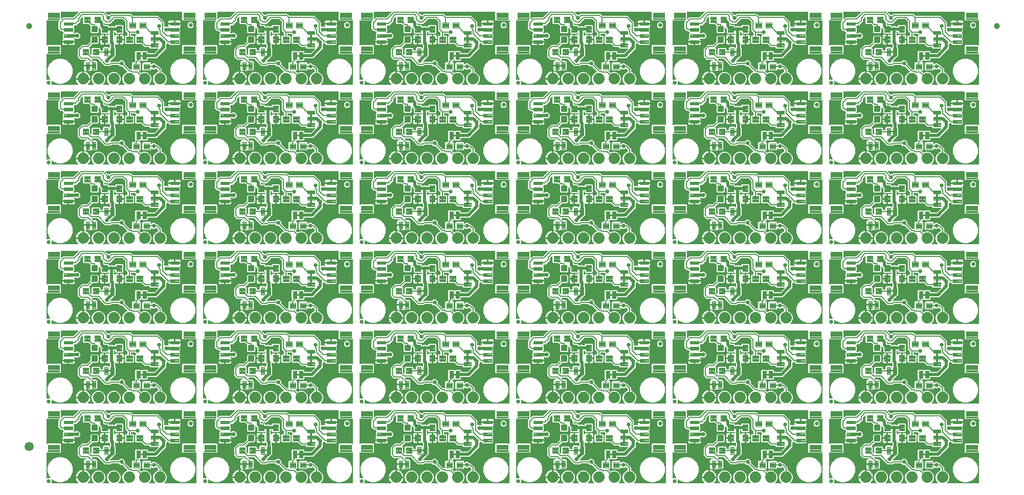
<source format=gtl>
G04 EAGLE Gerber RS-274X export*
G75*
%MOMM*%
%FSLAX34Y34*%
%LPD*%
%INTop Copper*%
%IPPOS*%
%AMOC8*
5,1,8,0,0,1.08239X$1,22.5*%
G01*
%ADD10C,0.635000*%
%ADD11C,0.099059*%
%ADD12C,0.100000*%
%ADD13C,1.879600*%
%ADD14C,0.300000*%
%ADD15C,0.102000*%
%ADD16C,0.096000*%
%ADD17C,1.000000*%
%ADD18C,1.500000*%
%ADD19C,0.660400*%
%ADD20C,0.508000*%
%ADD21C,0.177800*%

G36*
X442236Y134891D02*
X442236Y134891D01*
X442324Y134900D01*
X442345Y134910D01*
X442369Y134914D01*
X442445Y134960D01*
X442525Y134999D01*
X442541Y135016D01*
X442562Y135029D01*
X442618Y135098D01*
X442679Y135162D01*
X442688Y135184D01*
X442703Y135203D01*
X442732Y135287D01*
X442766Y135369D01*
X442767Y135393D01*
X442775Y135415D01*
X442772Y135504D01*
X442776Y135593D01*
X442769Y135616D01*
X442768Y135640D01*
X442735Y135722D01*
X442708Y135807D01*
X442692Y135828D01*
X442684Y135847D01*
X442650Y135885D01*
X442596Y135957D01*
X440105Y138449D01*
X438403Y142557D01*
X438403Y147003D01*
X440105Y151111D01*
X443249Y154255D01*
X446521Y155610D01*
X446566Y155640D01*
X446616Y155660D01*
X446660Y155700D01*
X446710Y155732D01*
X446742Y155775D01*
X446782Y155811D01*
X446809Y155864D01*
X446844Y155911D01*
X446860Y155963D01*
X446885Y156011D01*
X446895Y156081D01*
X446908Y156126D01*
X446906Y156157D01*
X446912Y156196D01*
X446912Y158652D01*
X446905Y158694D01*
X446907Y158736D01*
X446885Y158804D01*
X446873Y158873D01*
X446851Y158910D01*
X446838Y158950D01*
X446784Y159023D01*
X446758Y159066D01*
X446742Y159079D01*
X446727Y159101D01*
X444115Y161713D01*
X444061Y161750D01*
X444013Y161795D01*
X443969Y161814D01*
X443931Y161841D01*
X443867Y161857D01*
X443806Y161883D01*
X443759Y161885D01*
X443713Y161897D01*
X443648Y161890D01*
X443582Y161893D01*
X443537Y161878D01*
X443490Y161873D01*
X443431Y161844D01*
X443368Y161824D01*
X443324Y161791D01*
X443289Y161774D01*
X443262Y161745D01*
X443218Y161713D01*
X441525Y160019D01*
X437315Y160019D01*
X435961Y161373D01*
X435888Y161424D01*
X435819Y161480D01*
X435797Y161488D01*
X435777Y161501D01*
X435691Y161524D01*
X435607Y161552D01*
X435583Y161551D01*
X435560Y161557D01*
X435471Y161548D01*
X435382Y161545D01*
X435360Y161537D01*
X435337Y161534D01*
X435257Y161495D01*
X435175Y161461D01*
X435157Y161445D01*
X435136Y161435D01*
X435075Y161370D01*
X435009Y161310D01*
X434998Y161289D01*
X434982Y161271D01*
X434947Y161189D01*
X434906Y161110D01*
X434903Y161084D01*
X434894Y161065D01*
X434892Y161014D01*
X434886Y160974D01*
X434886Y160973D01*
X434886Y160972D01*
X434879Y160925D01*
X434879Y159656D01*
X433544Y158321D01*
X421656Y158321D01*
X420321Y159656D01*
X420321Y170544D01*
X421656Y171879D01*
X433544Y171879D01*
X434879Y170544D01*
X434879Y169275D01*
X434895Y169187D01*
X434904Y169099D01*
X434914Y169078D01*
X434918Y169054D01*
X434964Y168978D01*
X435003Y168898D01*
X435020Y168882D01*
X435033Y168861D01*
X435102Y168805D01*
X435166Y168744D01*
X435188Y168735D01*
X435207Y168720D01*
X435291Y168691D01*
X435373Y168657D01*
X435397Y168655D01*
X435419Y168648D01*
X435508Y168651D01*
X435597Y168647D01*
X435620Y168654D01*
X435644Y168655D01*
X435726Y168688D01*
X435811Y168715D01*
X435832Y168731D01*
X435851Y168739D01*
X435889Y168773D01*
X435961Y168827D01*
X437315Y170181D01*
X441525Y170181D01*
X443752Y167954D01*
X443787Y167929D01*
X443815Y167898D01*
X443878Y167866D01*
X443936Y167825D01*
X443977Y167815D01*
X444015Y167795D01*
X444104Y167782D01*
X444153Y167769D01*
X444174Y167772D01*
X444200Y167768D01*
X445605Y167768D01*
X452248Y161125D01*
X452248Y156196D01*
X452257Y156143D01*
X452257Y156089D01*
X452277Y156033D01*
X452287Y155976D01*
X452315Y155929D01*
X452333Y155878D01*
X452372Y155833D01*
X452402Y155782D01*
X452444Y155748D01*
X452479Y155707D01*
X452540Y155670D01*
X452576Y155641D01*
X452605Y155631D01*
X452639Y155610D01*
X455911Y154255D01*
X459055Y151111D01*
X460757Y147003D01*
X460757Y142557D01*
X459055Y138449D01*
X456564Y135957D01*
X456513Y135884D01*
X456457Y135815D01*
X456449Y135793D01*
X456436Y135773D01*
X456413Y135687D01*
X456385Y135603D01*
X456386Y135579D01*
X456380Y135556D01*
X456389Y135467D01*
X456392Y135378D01*
X456400Y135356D01*
X456403Y135333D01*
X456442Y135253D01*
X456476Y135171D01*
X456492Y135153D01*
X456502Y135132D01*
X456567Y135071D01*
X456627Y135005D01*
X456648Y134994D01*
X456666Y134978D01*
X456748Y134943D01*
X456827Y134902D01*
X456853Y134899D01*
X456872Y134890D01*
X456923Y134888D01*
X457012Y134875D01*
X509651Y134875D01*
X509716Y134886D01*
X509782Y134888D01*
X509825Y134906D01*
X509872Y134914D01*
X509929Y134948D01*
X509989Y134973D01*
X510024Y135004D01*
X510065Y135029D01*
X510107Y135080D01*
X510155Y135124D01*
X510177Y135166D01*
X510206Y135203D01*
X510227Y135265D01*
X510258Y135324D01*
X510266Y135378D01*
X510278Y135415D01*
X510277Y135455D01*
X510285Y135509D01*
X510285Y185410D01*
X510270Y185497D01*
X510260Y185586D01*
X510250Y185607D01*
X510246Y185631D01*
X510200Y185707D01*
X510161Y185787D01*
X510144Y185803D01*
X510131Y185824D01*
X510062Y185880D01*
X509998Y185941D01*
X509976Y185950D01*
X509957Y185965D01*
X509873Y185994D01*
X509791Y186028D01*
X509767Y186029D01*
X509745Y186037D01*
X509656Y186034D01*
X509567Y186038D01*
X509544Y186031D01*
X509520Y186030D01*
X509438Y185997D01*
X509353Y185970D01*
X509332Y185954D01*
X509313Y185946D01*
X509275Y185912D01*
X509203Y185858D01*
X508546Y185201D01*
X487634Y185201D01*
X486311Y186524D01*
X486311Y199436D01*
X487634Y200759D01*
X508546Y200759D01*
X509203Y200102D01*
X509276Y200051D01*
X509345Y199995D01*
X509367Y199987D01*
X509387Y199974D01*
X509473Y199952D01*
X509557Y199923D01*
X509581Y199924D01*
X509604Y199918D01*
X509693Y199927D01*
X509782Y199930D01*
X509804Y199939D01*
X509827Y199941D01*
X509907Y199980D01*
X509989Y200014D01*
X510007Y200030D01*
X510028Y200040D01*
X510089Y200105D01*
X510155Y200165D01*
X510166Y200186D01*
X510182Y200204D01*
X510217Y200286D01*
X510258Y200365D01*
X510261Y200391D01*
X510270Y200410D01*
X510272Y200461D01*
X510285Y200550D01*
X510285Y241410D01*
X510270Y241497D01*
X510260Y241586D01*
X510250Y241607D01*
X510246Y241631D01*
X510200Y241707D01*
X510161Y241787D01*
X510144Y241803D01*
X510131Y241824D01*
X510062Y241880D01*
X509998Y241941D01*
X509976Y241950D01*
X509957Y241965D01*
X509873Y241994D01*
X509791Y242028D01*
X509767Y242029D01*
X509745Y242037D01*
X509656Y242034D01*
X509567Y242038D01*
X509544Y242031D01*
X509520Y242030D01*
X509438Y241997D01*
X509353Y241970D01*
X509332Y241954D01*
X509313Y241946D01*
X509275Y241912D01*
X509203Y241858D01*
X508546Y241201D01*
X487634Y241201D01*
X486311Y242524D01*
X486311Y255651D01*
X486300Y255716D01*
X486298Y255782D01*
X486280Y255825D01*
X486272Y255872D01*
X486238Y255929D01*
X486213Y255989D01*
X486182Y256024D01*
X486157Y256065D01*
X486106Y256107D01*
X486062Y256155D01*
X486020Y256177D01*
X485983Y256206D01*
X485921Y256227D01*
X485862Y256258D01*
X485808Y256266D01*
X485771Y256278D01*
X485731Y256277D01*
X485677Y256285D01*
X359889Y256285D01*
X359801Y256269D01*
X359712Y256260D01*
X359691Y256250D01*
X359668Y256246D01*
X359591Y256200D01*
X359511Y256161D01*
X359495Y256144D01*
X359475Y256131D01*
X359419Y256062D01*
X359357Y255998D01*
X359348Y255976D01*
X359333Y255957D01*
X359305Y255873D01*
X359270Y255791D01*
X359269Y255767D01*
X359261Y255745D01*
X359264Y255656D01*
X359260Y255567D01*
X359267Y255544D01*
X359268Y255520D01*
X359301Y255438D01*
X359329Y255353D01*
X359344Y255332D01*
X359352Y255313D01*
X359386Y255275D01*
X359440Y255203D01*
X363504Y251139D01*
X363539Y251114D01*
X363568Y251083D01*
X363631Y251051D01*
X363688Y251010D01*
X363730Y251000D01*
X363767Y250980D01*
X363857Y250967D01*
X363906Y250954D01*
X363927Y250957D01*
X363953Y250953D01*
X365873Y250953D01*
X365915Y250960D01*
X365957Y250958D01*
X366025Y250980D01*
X366094Y250992D01*
X366131Y251014D01*
X366171Y251027D01*
X366244Y251081D01*
X366287Y251107D01*
X366301Y251123D01*
X366322Y251139D01*
X368041Y252858D01*
X401155Y252858D01*
X402903Y251109D01*
X402904Y251109D01*
X404779Y249234D01*
X404814Y249209D01*
X404843Y249178D01*
X404906Y249146D01*
X404963Y249105D01*
X405005Y249095D01*
X405042Y249075D01*
X405132Y249062D01*
X405181Y249049D01*
X405201Y249052D01*
X405228Y249048D01*
X446875Y249048D01*
X457074Y238849D01*
X457074Y231475D01*
X457089Y231387D01*
X457099Y231299D01*
X457109Y231278D01*
X457113Y231254D01*
X457159Y231178D01*
X457198Y231098D01*
X457215Y231082D01*
X457228Y231061D01*
X457297Y231005D01*
X457361Y230944D01*
X457383Y230935D01*
X457402Y230920D01*
X457486Y230891D01*
X457568Y230857D01*
X457592Y230855D01*
X457614Y230848D01*
X457703Y230851D01*
X457792Y230847D01*
X457815Y230854D01*
X457839Y230855D01*
X457921Y230888D01*
X458006Y230915D01*
X458027Y230931D01*
X458046Y230939D01*
X458084Y230973D01*
X458156Y231027D01*
X458271Y231141D01*
X462480Y231141D01*
X463056Y230565D01*
X463091Y230540D01*
X463119Y230509D01*
X463182Y230477D01*
X463240Y230436D01*
X463281Y230426D01*
X463319Y230406D01*
X463408Y230393D01*
X463457Y230380D01*
X463478Y230383D01*
X463504Y230379D01*
X463866Y230379D01*
X463953Y230394D01*
X464042Y230404D01*
X464063Y230414D01*
X464087Y230418D01*
X464163Y230464D01*
X464243Y230503D01*
X464259Y230520D01*
X464280Y230533D01*
X464336Y230602D01*
X464397Y230666D01*
X464406Y230688D01*
X464421Y230707D01*
X464450Y230791D01*
X464484Y230873D01*
X464485Y230897D01*
X464493Y230919D01*
X464490Y231008D01*
X464494Y231097D01*
X464487Y231120D01*
X464486Y231144D01*
X464453Y231226D01*
X464426Y231311D01*
X464410Y231332D01*
X464402Y231351D01*
X464368Y231389D01*
X464314Y231461D01*
X464159Y231617D01*
X463757Y232313D01*
X463549Y233088D01*
X463549Y234711D01*
X473205Y234711D01*
X473270Y234722D01*
X473335Y234724D01*
X473379Y234742D01*
X473426Y234750D01*
X473482Y234784D01*
X473543Y234809D01*
X473578Y234841D01*
X473619Y234865D01*
X473660Y234916D01*
X473709Y234960D01*
X473731Y235002D01*
X473760Y235039D01*
X473781Y235101D01*
X473811Y235160D01*
X473820Y235214D01*
X473832Y235251D01*
X473831Y235291D01*
X473839Y235345D01*
X473839Y235981D01*
X473841Y235981D01*
X473841Y235345D01*
X473853Y235280D01*
X473854Y235215D01*
X473872Y235171D01*
X473881Y235124D01*
X473914Y235067D01*
X473939Y235007D01*
X473971Y234972D01*
X473995Y234931D01*
X474046Y234890D01*
X474090Y234841D01*
X474132Y234819D01*
X474169Y234790D01*
X474231Y234769D01*
X474290Y234738D01*
X474344Y234730D01*
X474381Y234718D01*
X474421Y234719D01*
X474475Y234711D01*
X484131Y234711D01*
X484131Y233088D01*
X483923Y232313D01*
X483521Y231617D01*
X482953Y231049D01*
X482899Y231017D01*
X482871Y230994D01*
X482838Y230978D01*
X482786Y230922D01*
X482727Y230872D01*
X482709Y230841D01*
X482685Y230815D01*
X482655Y230744D01*
X482617Y230677D01*
X482611Y230641D01*
X482597Y230608D01*
X482594Y230531D01*
X482582Y230456D01*
X482589Y230420D01*
X482587Y230384D01*
X482611Y230311D01*
X482626Y230236D01*
X482645Y230205D01*
X482656Y230170D01*
X482717Y230087D01*
X482743Y230045D01*
X482756Y230035D01*
X482767Y230019D01*
X483369Y229418D01*
X483369Y222542D01*
X482255Y221429D01*
X482218Y221374D01*
X482173Y221327D01*
X482154Y221283D01*
X482127Y221244D01*
X482111Y221181D01*
X482085Y221120D01*
X482083Y221073D01*
X482071Y221027D01*
X482078Y220962D01*
X482075Y220896D01*
X482090Y220851D01*
X482094Y220804D01*
X482124Y220745D01*
X482144Y220682D01*
X482176Y220638D01*
X482194Y220603D01*
X482223Y220576D01*
X482255Y220532D01*
X483369Y219418D01*
X483369Y212542D01*
X482255Y211429D01*
X482218Y211374D01*
X482173Y211327D01*
X482162Y211302D01*
X482153Y211291D01*
X482147Y211273D01*
X482127Y211244D01*
X482111Y211181D01*
X482085Y211120D01*
X482084Y211086D01*
X482081Y211078D01*
X482081Y211067D01*
X482071Y211027D01*
X482078Y210962D01*
X482075Y210896D01*
X482088Y210857D01*
X482088Y210854D01*
X482090Y210849D01*
X482094Y210804D01*
X482124Y210745D01*
X482144Y210682D01*
X482176Y210638D01*
X482194Y210603D01*
X482223Y210576D01*
X482255Y210532D01*
X483369Y209418D01*
X483369Y202542D01*
X482028Y201201D01*
X465652Y201201D01*
X464311Y202542D01*
X464311Y202678D01*
X464300Y202743D01*
X464298Y202809D01*
X464280Y202852D01*
X464272Y202899D01*
X464238Y202956D01*
X464213Y203016D01*
X464182Y203051D01*
X464157Y203092D01*
X464106Y203134D01*
X464062Y203182D01*
X464020Y203204D01*
X463983Y203233D01*
X463921Y203254D01*
X463862Y203285D01*
X463808Y203293D01*
X463771Y203305D01*
X463731Y203304D01*
X463677Y203312D01*
X462158Y203312D01*
X462153Y203314D01*
X462134Y203328D01*
X462070Y203344D01*
X462066Y203346D01*
X462056Y203348D01*
X462047Y203350D01*
X461963Y203378D01*
X461939Y203378D01*
X461916Y203384D01*
X461828Y203374D01*
X461739Y203372D01*
X461717Y203363D01*
X461693Y203360D01*
X461613Y203321D01*
X461531Y203287D01*
X461513Y203271D01*
X461492Y203261D01*
X461431Y203196D01*
X461365Y203136D01*
X461354Y203115D01*
X461338Y203098D01*
X461319Y203052D01*
X461314Y203046D01*
X461305Y203019D01*
X461303Y203016D01*
X461263Y202936D01*
X461259Y202910D01*
X461251Y202891D01*
X461249Y202854D01*
X461242Y202833D01*
X461243Y202804D01*
X461235Y202751D01*
X461235Y202590D01*
X460659Y202014D01*
X460635Y201979D01*
X460603Y201950D01*
X460571Y201887D01*
X460531Y201829D01*
X460520Y201788D01*
X460501Y201750D01*
X460487Y201661D01*
X460475Y201612D01*
X460477Y201591D01*
X460473Y201565D01*
X460473Y195285D01*
X446465Y181277D01*
X446464Y181277D01*
X443749Y178561D01*
X430022Y178561D01*
X429957Y178550D01*
X429891Y178548D01*
X429848Y178530D01*
X429801Y178522D01*
X429744Y178488D01*
X429684Y178463D01*
X429649Y178432D01*
X429608Y178407D01*
X429566Y178356D01*
X429518Y178312D01*
X429496Y178270D01*
X429467Y178233D01*
X429446Y178171D01*
X429415Y178112D01*
X429407Y178058D01*
X429395Y178021D01*
X429396Y177981D01*
X429388Y177927D01*
X429388Y176083D01*
X428056Y174751D01*
X420558Y174751D01*
X419548Y175761D01*
X419494Y175799D01*
X419447Y175844D01*
X419403Y175862D01*
X419364Y175889D01*
X419301Y175906D01*
X419240Y175931D01*
X419193Y175933D01*
X419147Y175945D01*
X419082Y175938D01*
X419016Y175941D01*
X418971Y175927D01*
X418924Y175922D01*
X418865Y175893D01*
X418802Y175873D01*
X418758Y175840D01*
X418723Y175823D01*
X418696Y175794D01*
X418651Y175761D01*
X417642Y174751D01*
X417195Y174751D01*
X417130Y174740D01*
X417064Y174738D01*
X417021Y174720D01*
X416974Y174712D01*
X416917Y174678D01*
X416857Y174653D01*
X416822Y174622D01*
X416781Y174597D01*
X416739Y174546D01*
X416691Y174502D01*
X416669Y174460D01*
X416640Y174423D01*
X416619Y174361D01*
X416588Y174302D01*
X416580Y174248D01*
X416568Y174211D01*
X416569Y174171D01*
X416561Y174117D01*
X416561Y174028D01*
X415494Y172961D01*
X415443Y172888D01*
X415387Y172819D01*
X415380Y172797D01*
X415366Y172777D01*
X415344Y172691D01*
X415315Y172607D01*
X415316Y172583D01*
X415310Y172560D01*
X415319Y172471D01*
X415322Y172382D01*
X415331Y172360D01*
X415333Y172337D01*
X415373Y172257D01*
X415406Y172175D01*
X415422Y172157D01*
X415433Y172136D01*
X415498Y172075D01*
X415558Y172009D01*
X415579Y171998D01*
X415596Y171982D01*
X415678Y171947D01*
X415757Y171906D01*
X415783Y171903D01*
X415803Y171894D01*
X415853Y171892D01*
X415943Y171879D01*
X416544Y171879D01*
X417879Y170544D01*
X417879Y159656D01*
X416544Y158321D01*
X415943Y158321D01*
X415855Y158306D01*
X415766Y158296D01*
X415745Y158286D01*
X415722Y158282D01*
X415645Y158236D01*
X415565Y158197D01*
X415549Y158180D01*
X415529Y158167D01*
X415473Y158098D01*
X415411Y158034D01*
X415402Y158012D01*
X415387Y157993D01*
X415359Y157909D01*
X415324Y157827D01*
X415323Y157803D01*
X415315Y157781D01*
X415318Y157691D01*
X415314Y157603D01*
X415321Y157580D01*
X415322Y157556D01*
X415355Y157474D01*
X415383Y157389D01*
X415398Y157368D01*
X415406Y157349D01*
X415440Y157311D01*
X415494Y157238D01*
X415604Y157129D01*
X417994Y154739D01*
X418038Y154708D01*
X418076Y154669D01*
X418130Y154645D01*
X418178Y154611D01*
X418230Y154597D01*
X418279Y154574D01*
X418338Y154570D01*
X418395Y154555D01*
X418449Y154561D01*
X418503Y154556D01*
X418572Y154573D01*
X418618Y154578D01*
X418646Y154592D01*
X418685Y154601D01*
X421957Y155957D01*
X426403Y155957D01*
X430511Y154255D01*
X433655Y151111D01*
X435357Y147003D01*
X435357Y142557D01*
X433655Y138449D01*
X431164Y135957D01*
X431113Y135884D01*
X431057Y135815D01*
X431049Y135793D01*
X431036Y135773D01*
X431013Y135687D01*
X430985Y135603D01*
X430986Y135579D01*
X430980Y135556D01*
X430989Y135467D01*
X430992Y135378D01*
X431000Y135356D01*
X431003Y135333D01*
X431042Y135253D01*
X431076Y135171D01*
X431092Y135153D01*
X431102Y135132D01*
X431167Y135071D01*
X431227Y135005D01*
X431248Y134994D01*
X431266Y134978D01*
X431348Y134943D01*
X431427Y134902D01*
X431453Y134899D01*
X431472Y134890D01*
X431523Y134888D01*
X431612Y134875D01*
X442148Y134875D01*
X442236Y134891D01*
G37*
G36*
X1219476Y531131D02*
X1219476Y531131D01*
X1219564Y531140D01*
X1219585Y531150D01*
X1219609Y531154D01*
X1219685Y531200D01*
X1219765Y531239D01*
X1219781Y531256D01*
X1219802Y531269D01*
X1219858Y531338D01*
X1219919Y531402D01*
X1219928Y531424D01*
X1219943Y531443D01*
X1219972Y531527D01*
X1220006Y531609D01*
X1220007Y531633D01*
X1220015Y531655D01*
X1220012Y531744D01*
X1220016Y531833D01*
X1220009Y531856D01*
X1220008Y531880D01*
X1219975Y531962D01*
X1219948Y532047D01*
X1219932Y532068D01*
X1219924Y532087D01*
X1219890Y532125D01*
X1219836Y532197D01*
X1217345Y534689D01*
X1215643Y538797D01*
X1215643Y543243D01*
X1217345Y547351D01*
X1220489Y550495D01*
X1223761Y551850D01*
X1223806Y551880D01*
X1223856Y551900D01*
X1223900Y551940D01*
X1223950Y551972D01*
X1223982Y552015D01*
X1224022Y552051D01*
X1224049Y552104D01*
X1224084Y552151D01*
X1224100Y552203D01*
X1224125Y552251D01*
X1224135Y552321D01*
X1224148Y552366D01*
X1224146Y552397D01*
X1224152Y552436D01*
X1224152Y554892D01*
X1224145Y554934D01*
X1224147Y554976D01*
X1224125Y555044D01*
X1224113Y555113D01*
X1224091Y555150D01*
X1224078Y555190D01*
X1224024Y555263D01*
X1223998Y555306D01*
X1223982Y555319D01*
X1223967Y555341D01*
X1221355Y557953D01*
X1221301Y557990D01*
X1221253Y558035D01*
X1221209Y558054D01*
X1221171Y558081D01*
X1221107Y558097D01*
X1221046Y558123D01*
X1220999Y558125D01*
X1220953Y558137D01*
X1220888Y558130D01*
X1220822Y558133D01*
X1220777Y558118D01*
X1220730Y558113D01*
X1220671Y558084D01*
X1220608Y558064D01*
X1220564Y558031D01*
X1220529Y558014D01*
X1220502Y557985D01*
X1220458Y557953D01*
X1218765Y556259D01*
X1214555Y556259D01*
X1213201Y557613D01*
X1213128Y557664D01*
X1213059Y557720D01*
X1213037Y557728D01*
X1213017Y557741D01*
X1212931Y557764D01*
X1212847Y557792D01*
X1212823Y557791D01*
X1212800Y557797D01*
X1212711Y557788D01*
X1212622Y557785D01*
X1212600Y557777D01*
X1212577Y557774D01*
X1212497Y557735D01*
X1212415Y557701D01*
X1212397Y557685D01*
X1212376Y557675D01*
X1212315Y557610D01*
X1212249Y557550D01*
X1212238Y557529D01*
X1212222Y557511D01*
X1212187Y557429D01*
X1212146Y557350D01*
X1212143Y557324D01*
X1212134Y557305D01*
X1212132Y557254D01*
X1212126Y557214D01*
X1212126Y557213D01*
X1212126Y557212D01*
X1212119Y557165D01*
X1212119Y555896D01*
X1210784Y554561D01*
X1198896Y554561D01*
X1197561Y555896D01*
X1197561Y566784D01*
X1198896Y568119D01*
X1210784Y568119D01*
X1212119Y566784D01*
X1212119Y565515D01*
X1212135Y565427D01*
X1212144Y565339D01*
X1212154Y565318D01*
X1212158Y565294D01*
X1212204Y565218D01*
X1212243Y565138D01*
X1212260Y565122D01*
X1212273Y565101D01*
X1212342Y565045D01*
X1212406Y564984D01*
X1212428Y564975D01*
X1212447Y564960D01*
X1212531Y564931D01*
X1212613Y564897D01*
X1212637Y564895D01*
X1212659Y564888D01*
X1212748Y564891D01*
X1212837Y564887D01*
X1212860Y564894D01*
X1212884Y564895D01*
X1212966Y564928D01*
X1213051Y564955D01*
X1213072Y564971D01*
X1213091Y564979D01*
X1213129Y565013D01*
X1213201Y565067D01*
X1214555Y566421D01*
X1218765Y566421D01*
X1220992Y564194D01*
X1221027Y564169D01*
X1221055Y564138D01*
X1221118Y564106D01*
X1221176Y564065D01*
X1221217Y564055D01*
X1221255Y564035D01*
X1221344Y564022D01*
X1221393Y564009D01*
X1221414Y564012D01*
X1221440Y564008D01*
X1222845Y564008D01*
X1229488Y557365D01*
X1229488Y552436D01*
X1229497Y552383D01*
X1229497Y552329D01*
X1229517Y552273D01*
X1229527Y552216D01*
X1229555Y552169D01*
X1229573Y552118D01*
X1229612Y552073D01*
X1229642Y552022D01*
X1229684Y551988D01*
X1229719Y551947D01*
X1229780Y551910D01*
X1229816Y551881D01*
X1229845Y551871D01*
X1229879Y551850D01*
X1233151Y550495D01*
X1236295Y547351D01*
X1237997Y543243D01*
X1237997Y538797D01*
X1236295Y534689D01*
X1233804Y532197D01*
X1233753Y532124D01*
X1233697Y532055D01*
X1233689Y532033D01*
X1233676Y532013D01*
X1233653Y531927D01*
X1233625Y531843D01*
X1233626Y531819D01*
X1233620Y531796D01*
X1233629Y531707D01*
X1233632Y531618D01*
X1233640Y531596D01*
X1233643Y531573D01*
X1233682Y531493D01*
X1233716Y531411D01*
X1233732Y531393D01*
X1233742Y531372D01*
X1233807Y531311D01*
X1233867Y531245D01*
X1233888Y531234D01*
X1233906Y531218D01*
X1233988Y531183D01*
X1234067Y531142D01*
X1234093Y531139D01*
X1234112Y531130D01*
X1234163Y531128D01*
X1234252Y531115D01*
X1286891Y531115D01*
X1286956Y531126D01*
X1287022Y531128D01*
X1287065Y531146D01*
X1287112Y531154D01*
X1287169Y531188D01*
X1287229Y531213D01*
X1287264Y531244D01*
X1287305Y531269D01*
X1287347Y531320D01*
X1287395Y531364D01*
X1287417Y531406D01*
X1287446Y531443D01*
X1287467Y531505D01*
X1287498Y531564D01*
X1287506Y531618D01*
X1287518Y531655D01*
X1287517Y531695D01*
X1287525Y531749D01*
X1287525Y581650D01*
X1287510Y581737D01*
X1287500Y581826D01*
X1287490Y581847D01*
X1287486Y581871D01*
X1287440Y581947D01*
X1287401Y582027D01*
X1287384Y582043D01*
X1287371Y582064D01*
X1287302Y582120D01*
X1287238Y582181D01*
X1287216Y582190D01*
X1287197Y582205D01*
X1287113Y582234D01*
X1287031Y582268D01*
X1287007Y582269D01*
X1286985Y582277D01*
X1286896Y582274D01*
X1286807Y582278D01*
X1286784Y582271D01*
X1286760Y582270D01*
X1286678Y582237D01*
X1286593Y582210D01*
X1286572Y582194D01*
X1286553Y582186D01*
X1286515Y582152D01*
X1286443Y582098D01*
X1285786Y581441D01*
X1264874Y581441D01*
X1263551Y582764D01*
X1263551Y595676D01*
X1264874Y596999D01*
X1285786Y596999D01*
X1286443Y596342D01*
X1286516Y596291D01*
X1286585Y596235D01*
X1286607Y596227D01*
X1286627Y596214D01*
X1286713Y596192D01*
X1286797Y596163D01*
X1286821Y596164D01*
X1286844Y596158D01*
X1286933Y596167D01*
X1287022Y596170D01*
X1287044Y596179D01*
X1287067Y596181D01*
X1287147Y596220D01*
X1287229Y596254D01*
X1287247Y596270D01*
X1287268Y596280D01*
X1287329Y596345D01*
X1287395Y596405D01*
X1287406Y596426D01*
X1287422Y596444D01*
X1287457Y596526D01*
X1287498Y596605D01*
X1287501Y596631D01*
X1287510Y596650D01*
X1287512Y596701D01*
X1287525Y596790D01*
X1287525Y637650D01*
X1287510Y637737D01*
X1287500Y637826D01*
X1287490Y637847D01*
X1287486Y637871D01*
X1287440Y637947D01*
X1287401Y638027D01*
X1287384Y638043D01*
X1287371Y638064D01*
X1287302Y638120D01*
X1287238Y638181D01*
X1287216Y638190D01*
X1287197Y638205D01*
X1287113Y638234D01*
X1287031Y638268D01*
X1287007Y638269D01*
X1286985Y638277D01*
X1286896Y638274D01*
X1286807Y638278D01*
X1286784Y638271D01*
X1286760Y638270D01*
X1286678Y638237D01*
X1286593Y638210D01*
X1286572Y638194D01*
X1286553Y638186D01*
X1286515Y638152D01*
X1286443Y638098D01*
X1285786Y637441D01*
X1264874Y637441D01*
X1263551Y638764D01*
X1263551Y651891D01*
X1263540Y651956D01*
X1263538Y652022D01*
X1263520Y652065D01*
X1263512Y652112D01*
X1263478Y652169D01*
X1263453Y652229D01*
X1263422Y652264D01*
X1263397Y652305D01*
X1263346Y652347D01*
X1263302Y652395D01*
X1263260Y652417D01*
X1263223Y652446D01*
X1263161Y652467D01*
X1263102Y652498D01*
X1263048Y652506D01*
X1263011Y652518D01*
X1262971Y652517D01*
X1262917Y652525D01*
X1137129Y652525D01*
X1137041Y652509D01*
X1136952Y652500D01*
X1136931Y652490D01*
X1136908Y652486D01*
X1136831Y652440D01*
X1136751Y652401D01*
X1136735Y652384D01*
X1136715Y652371D01*
X1136659Y652302D01*
X1136597Y652238D01*
X1136588Y652216D01*
X1136573Y652197D01*
X1136545Y652113D01*
X1136510Y652031D01*
X1136509Y652007D01*
X1136501Y651985D01*
X1136504Y651896D01*
X1136500Y651807D01*
X1136507Y651784D01*
X1136508Y651760D01*
X1136541Y651678D01*
X1136569Y651593D01*
X1136584Y651572D01*
X1136592Y651553D01*
X1136626Y651515D01*
X1136680Y651443D01*
X1140744Y647379D01*
X1140779Y647354D01*
X1140808Y647323D01*
X1140871Y647291D01*
X1140928Y647250D01*
X1140970Y647240D01*
X1141007Y647220D01*
X1141097Y647207D01*
X1141146Y647194D01*
X1141167Y647197D01*
X1141193Y647193D01*
X1143113Y647193D01*
X1143155Y647200D01*
X1143197Y647198D01*
X1143265Y647220D01*
X1143334Y647232D01*
X1143371Y647254D01*
X1143411Y647267D01*
X1143484Y647321D01*
X1143527Y647347D01*
X1143541Y647363D01*
X1143562Y647379D01*
X1145281Y649098D01*
X1178395Y649098D01*
X1180143Y647349D01*
X1180144Y647349D01*
X1182019Y645474D01*
X1182054Y645449D01*
X1182083Y645418D01*
X1182146Y645386D01*
X1182203Y645345D01*
X1182245Y645335D01*
X1182282Y645315D01*
X1182372Y645302D01*
X1182421Y645289D01*
X1182441Y645292D01*
X1182468Y645288D01*
X1224115Y645288D01*
X1234314Y635089D01*
X1234314Y627715D01*
X1234329Y627627D01*
X1234339Y627539D01*
X1234349Y627518D01*
X1234353Y627494D01*
X1234399Y627418D01*
X1234438Y627338D01*
X1234455Y627322D01*
X1234468Y627301D01*
X1234537Y627245D01*
X1234601Y627184D01*
X1234623Y627175D01*
X1234642Y627160D01*
X1234726Y627131D01*
X1234808Y627097D01*
X1234832Y627095D01*
X1234854Y627088D01*
X1234943Y627091D01*
X1235032Y627087D01*
X1235055Y627094D01*
X1235079Y627095D01*
X1235161Y627128D01*
X1235246Y627155D01*
X1235267Y627171D01*
X1235286Y627179D01*
X1235324Y627213D01*
X1235396Y627267D01*
X1235511Y627381D01*
X1239720Y627381D01*
X1240296Y626805D01*
X1240331Y626780D01*
X1240359Y626749D01*
X1240422Y626717D01*
X1240480Y626676D01*
X1240521Y626666D01*
X1240559Y626646D01*
X1240648Y626633D01*
X1240697Y626620D01*
X1240718Y626623D01*
X1240744Y626619D01*
X1241106Y626619D01*
X1241193Y626634D01*
X1241282Y626644D01*
X1241303Y626654D01*
X1241327Y626658D01*
X1241403Y626704D01*
X1241483Y626743D01*
X1241499Y626760D01*
X1241520Y626773D01*
X1241576Y626842D01*
X1241637Y626906D01*
X1241646Y626928D01*
X1241661Y626947D01*
X1241690Y627031D01*
X1241724Y627113D01*
X1241725Y627137D01*
X1241733Y627159D01*
X1241730Y627248D01*
X1241734Y627337D01*
X1241727Y627360D01*
X1241726Y627384D01*
X1241693Y627466D01*
X1241666Y627551D01*
X1241650Y627572D01*
X1241642Y627591D01*
X1241608Y627629D01*
X1241554Y627701D01*
X1241399Y627857D01*
X1240997Y628553D01*
X1240789Y629328D01*
X1240789Y630951D01*
X1250445Y630951D01*
X1250510Y630962D01*
X1250575Y630964D01*
X1250619Y630982D01*
X1250666Y630990D01*
X1250722Y631024D01*
X1250783Y631049D01*
X1250818Y631081D01*
X1250859Y631105D01*
X1250900Y631156D01*
X1250949Y631200D01*
X1250971Y631242D01*
X1251000Y631279D01*
X1251021Y631341D01*
X1251051Y631400D01*
X1251060Y631454D01*
X1251072Y631491D01*
X1251071Y631531D01*
X1251079Y631585D01*
X1251079Y632221D01*
X1251081Y632221D01*
X1251081Y631585D01*
X1251093Y631520D01*
X1251094Y631455D01*
X1251112Y631411D01*
X1251121Y631364D01*
X1251154Y631307D01*
X1251179Y631247D01*
X1251211Y631212D01*
X1251235Y631171D01*
X1251286Y631130D01*
X1251330Y631081D01*
X1251372Y631059D01*
X1251409Y631030D01*
X1251471Y631009D01*
X1251530Y630978D01*
X1251584Y630970D01*
X1251621Y630958D01*
X1251661Y630959D01*
X1251715Y630951D01*
X1261371Y630951D01*
X1261371Y629328D01*
X1261163Y628553D01*
X1260761Y627857D01*
X1260193Y627289D01*
X1260139Y627257D01*
X1260111Y627234D01*
X1260078Y627218D01*
X1260026Y627162D01*
X1259967Y627112D01*
X1259949Y627081D01*
X1259925Y627055D01*
X1259895Y626984D01*
X1259857Y626917D01*
X1259851Y626881D01*
X1259837Y626848D01*
X1259834Y626771D01*
X1259822Y626696D01*
X1259829Y626660D01*
X1259827Y626624D01*
X1259851Y626551D01*
X1259866Y626476D01*
X1259885Y626445D01*
X1259896Y626410D01*
X1259957Y626327D01*
X1259983Y626285D01*
X1259996Y626275D01*
X1260007Y626259D01*
X1260609Y625658D01*
X1260609Y618782D01*
X1259495Y617669D01*
X1259458Y617614D01*
X1259413Y617567D01*
X1259394Y617523D01*
X1259367Y617484D01*
X1259351Y617421D01*
X1259325Y617360D01*
X1259323Y617313D01*
X1259311Y617267D01*
X1259318Y617202D01*
X1259315Y617136D01*
X1259330Y617091D01*
X1259334Y617044D01*
X1259364Y616985D01*
X1259384Y616922D01*
X1259416Y616878D01*
X1259434Y616843D01*
X1259463Y616816D01*
X1259495Y616772D01*
X1260609Y615658D01*
X1260609Y608782D01*
X1259495Y607669D01*
X1259458Y607614D01*
X1259413Y607567D01*
X1259402Y607542D01*
X1259393Y607531D01*
X1259387Y607513D01*
X1259367Y607484D01*
X1259351Y607421D01*
X1259325Y607360D01*
X1259324Y607326D01*
X1259321Y607318D01*
X1259321Y607307D01*
X1259311Y607267D01*
X1259318Y607202D01*
X1259315Y607136D01*
X1259328Y607097D01*
X1259328Y607094D01*
X1259330Y607089D01*
X1259334Y607044D01*
X1259364Y606985D01*
X1259384Y606922D01*
X1259416Y606878D01*
X1259434Y606843D01*
X1259463Y606816D01*
X1259495Y606772D01*
X1260609Y605658D01*
X1260609Y598782D01*
X1259268Y597441D01*
X1242892Y597441D01*
X1241551Y598782D01*
X1241551Y598918D01*
X1241540Y598983D01*
X1241538Y599049D01*
X1241520Y599092D01*
X1241512Y599139D01*
X1241478Y599196D01*
X1241453Y599256D01*
X1241422Y599291D01*
X1241397Y599332D01*
X1241346Y599374D01*
X1241302Y599422D01*
X1241260Y599444D01*
X1241223Y599473D01*
X1241161Y599494D01*
X1241102Y599525D01*
X1241048Y599533D01*
X1241011Y599545D01*
X1240971Y599544D01*
X1240917Y599552D01*
X1239398Y599552D01*
X1239393Y599554D01*
X1239374Y599568D01*
X1239310Y599584D01*
X1239306Y599586D01*
X1239296Y599588D01*
X1239287Y599590D01*
X1239203Y599618D01*
X1239179Y599618D01*
X1239156Y599624D01*
X1239068Y599614D01*
X1238979Y599612D01*
X1238957Y599603D01*
X1238933Y599600D01*
X1238853Y599561D01*
X1238771Y599527D01*
X1238753Y599511D01*
X1238732Y599501D01*
X1238671Y599436D01*
X1238605Y599376D01*
X1238594Y599355D01*
X1238578Y599338D01*
X1238559Y599292D01*
X1238554Y599286D01*
X1238545Y599259D01*
X1238543Y599256D01*
X1238503Y599176D01*
X1238499Y599150D01*
X1238491Y599131D01*
X1238489Y599094D01*
X1238482Y599073D01*
X1238483Y599044D01*
X1238475Y598991D01*
X1238475Y598830D01*
X1237899Y598254D01*
X1237875Y598219D01*
X1237843Y598190D01*
X1237811Y598127D01*
X1237771Y598069D01*
X1237760Y598028D01*
X1237741Y597990D01*
X1237727Y597901D01*
X1237715Y597852D01*
X1237717Y597831D01*
X1237713Y597805D01*
X1237713Y591525D01*
X1223705Y577517D01*
X1223704Y577517D01*
X1220989Y574801D01*
X1207262Y574801D01*
X1207197Y574790D01*
X1207131Y574788D01*
X1207088Y574770D01*
X1207041Y574762D01*
X1206984Y574728D01*
X1206924Y574703D01*
X1206889Y574672D01*
X1206848Y574647D01*
X1206806Y574596D01*
X1206758Y574552D01*
X1206736Y574510D01*
X1206707Y574473D01*
X1206686Y574411D01*
X1206655Y574352D01*
X1206647Y574298D01*
X1206635Y574261D01*
X1206636Y574221D01*
X1206628Y574167D01*
X1206628Y572323D01*
X1205296Y570991D01*
X1197798Y570991D01*
X1196788Y572001D01*
X1196734Y572039D01*
X1196687Y572084D01*
X1196643Y572102D01*
X1196604Y572129D01*
X1196541Y572146D01*
X1196480Y572171D01*
X1196433Y572173D01*
X1196387Y572185D01*
X1196322Y572178D01*
X1196256Y572181D01*
X1196211Y572167D01*
X1196164Y572162D01*
X1196105Y572133D01*
X1196042Y572113D01*
X1195998Y572080D01*
X1195963Y572063D01*
X1195936Y572034D01*
X1195891Y572001D01*
X1194882Y570991D01*
X1194435Y570991D01*
X1194370Y570980D01*
X1194304Y570978D01*
X1194261Y570960D01*
X1194214Y570952D01*
X1194157Y570918D01*
X1194097Y570893D01*
X1194062Y570862D01*
X1194021Y570837D01*
X1193979Y570786D01*
X1193931Y570742D01*
X1193909Y570700D01*
X1193880Y570663D01*
X1193859Y570601D01*
X1193828Y570542D01*
X1193820Y570488D01*
X1193808Y570451D01*
X1193809Y570411D01*
X1193801Y570357D01*
X1193801Y570268D01*
X1192734Y569201D01*
X1192683Y569128D01*
X1192627Y569059D01*
X1192620Y569037D01*
X1192606Y569017D01*
X1192584Y568931D01*
X1192555Y568847D01*
X1192556Y568823D01*
X1192550Y568800D01*
X1192559Y568711D01*
X1192562Y568622D01*
X1192571Y568600D01*
X1192573Y568577D01*
X1192613Y568497D01*
X1192646Y568415D01*
X1192662Y568397D01*
X1192673Y568376D01*
X1192738Y568315D01*
X1192798Y568249D01*
X1192819Y568238D01*
X1192836Y568222D01*
X1192918Y568187D01*
X1192997Y568146D01*
X1193023Y568143D01*
X1193043Y568134D01*
X1193093Y568132D01*
X1193183Y568119D01*
X1193784Y568119D01*
X1195119Y566784D01*
X1195119Y555896D01*
X1193784Y554561D01*
X1193183Y554561D01*
X1193095Y554546D01*
X1193006Y554536D01*
X1192985Y554526D01*
X1192962Y554522D01*
X1192885Y554476D01*
X1192805Y554437D01*
X1192789Y554420D01*
X1192769Y554407D01*
X1192713Y554338D01*
X1192651Y554274D01*
X1192642Y554252D01*
X1192627Y554233D01*
X1192599Y554149D01*
X1192564Y554067D01*
X1192563Y554043D01*
X1192555Y554021D01*
X1192558Y553931D01*
X1192554Y553843D01*
X1192561Y553820D01*
X1192562Y553796D01*
X1192595Y553714D01*
X1192623Y553629D01*
X1192638Y553608D01*
X1192646Y553589D01*
X1192680Y553551D01*
X1192734Y553478D01*
X1192844Y553369D01*
X1195234Y550979D01*
X1195278Y550948D01*
X1195316Y550909D01*
X1195370Y550885D01*
X1195418Y550851D01*
X1195470Y550837D01*
X1195519Y550814D01*
X1195578Y550810D01*
X1195635Y550795D01*
X1195689Y550801D01*
X1195743Y550796D01*
X1195812Y550813D01*
X1195858Y550818D01*
X1195886Y550832D01*
X1195925Y550841D01*
X1199197Y552197D01*
X1203643Y552197D01*
X1207751Y550495D01*
X1210895Y547351D01*
X1212597Y543243D01*
X1212597Y538797D01*
X1210895Y534689D01*
X1208404Y532197D01*
X1208353Y532124D01*
X1208297Y532055D01*
X1208289Y532033D01*
X1208276Y532013D01*
X1208253Y531927D01*
X1208225Y531843D01*
X1208226Y531819D01*
X1208220Y531796D01*
X1208229Y531707D01*
X1208232Y531618D01*
X1208240Y531596D01*
X1208243Y531573D01*
X1208282Y531493D01*
X1208316Y531411D01*
X1208332Y531393D01*
X1208342Y531372D01*
X1208407Y531311D01*
X1208467Y531245D01*
X1208488Y531234D01*
X1208506Y531218D01*
X1208588Y531183D01*
X1208667Y531142D01*
X1208693Y531139D01*
X1208712Y531130D01*
X1208763Y531128D01*
X1208852Y531115D01*
X1219388Y531115D01*
X1219476Y531131D01*
G37*
G36*
X442236Y531131D02*
X442236Y531131D01*
X442324Y531140D01*
X442345Y531150D01*
X442369Y531154D01*
X442445Y531200D01*
X442525Y531239D01*
X442541Y531256D01*
X442562Y531269D01*
X442618Y531338D01*
X442679Y531402D01*
X442688Y531424D01*
X442703Y531443D01*
X442732Y531527D01*
X442766Y531609D01*
X442767Y531633D01*
X442775Y531655D01*
X442772Y531744D01*
X442776Y531833D01*
X442769Y531856D01*
X442768Y531880D01*
X442735Y531962D01*
X442708Y532047D01*
X442692Y532068D01*
X442684Y532087D01*
X442650Y532125D01*
X442596Y532197D01*
X440105Y534689D01*
X438403Y538797D01*
X438403Y543243D01*
X440105Y547351D01*
X443249Y550495D01*
X446521Y551850D01*
X446566Y551880D01*
X446616Y551900D01*
X446660Y551940D01*
X446710Y551972D01*
X446742Y552015D01*
X446782Y552051D01*
X446809Y552104D01*
X446844Y552151D01*
X446860Y552203D01*
X446885Y552251D01*
X446895Y552321D01*
X446908Y552366D01*
X446906Y552397D01*
X446912Y552436D01*
X446912Y554892D01*
X446905Y554934D01*
X446907Y554976D01*
X446885Y555044D01*
X446873Y555113D01*
X446851Y555150D01*
X446838Y555190D01*
X446784Y555263D01*
X446758Y555306D01*
X446742Y555319D01*
X446727Y555341D01*
X444115Y557953D01*
X444061Y557990D01*
X444013Y558035D01*
X443969Y558054D01*
X443931Y558081D01*
X443867Y558097D01*
X443806Y558123D01*
X443759Y558125D01*
X443713Y558137D01*
X443648Y558130D01*
X443582Y558133D01*
X443537Y558118D01*
X443490Y558113D01*
X443431Y558084D01*
X443368Y558064D01*
X443324Y558031D01*
X443289Y558014D01*
X443262Y557985D01*
X443218Y557953D01*
X441525Y556259D01*
X437315Y556259D01*
X435961Y557613D01*
X435888Y557664D01*
X435819Y557720D01*
X435797Y557728D01*
X435777Y557741D01*
X435691Y557764D01*
X435607Y557792D01*
X435583Y557791D01*
X435560Y557797D01*
X435471Y557788D01*
X435382Y557785D01*
X435360Y557777D01*
X435337Y557774D01*
X435257Y557735D01*
X435175Y557701D01*
X435157Y557685D01*
X435136Y557675D01*
X435075Y557610D01*
X435009Y557550D01*
X434998Y557529D01*
X434982Y557511D01*
X434947Y557429D01*
X434906Y557350D01*
X434903Y557324D01*
X434894Y557305D01*
X434892Y557254D01*
X434886Y557214D01*
X434886Y557213D01*
X434886Y557212D01*
X434879Y557165D01*
X434879Y555896D01*
X433544Y554561D01*
X421656Y554561D01*
X420321Y555896D01*
X420321Y566784D01*
X421656Y568119D01*
X433544Y568119D01*
X434879Y566784D01*
X434879Y565515D01*
X434895Y565427D01*
X434904Y565339D01*
X434914Y565318D01*
X434918Y565294D01*
X434964Y565218D01*
X435003Y565138D01*
X435020Y565122D01*
X435033Y565101D01*
X435102Y565045D01*
X435166Y564984D01*
X435188Y564975D01*
X435207Y564960D01*
X435291Y564931D01*
X435373Y564897D01*
X435397Y564895D01*
X435419Y564888D01*
X435508Y564891D01*
X435597Y564887D01*
X435620Y564894D01*
X435644Y564895D01*
X435726Y564928D01*
X435811Y564955D01*
X435832Y564971D01*
X435851Y564979D01*
X435889Y565013D01*
X435961Y565067D01*
X437315Y566421D01*
X441525Y566421D01*
X443752Y564194D01*
X443787Y564169D01*
X443815Y564138D01*
X443878Y564106D01*
X443936Y564065D01*
X443977Y564055D01*
X444015Y564035D01*
X444104Y564022D01*
X444153Y564009D01*
X444174Y564012D01*
X444200Y564008D01*
X445605Y564008D01*
X452248Y557365D01*
X452248Y552436D01*
X452257Y552383D01*
X452257Y552329D01*
X452277Y552274D01*
X452287Y552216D01*
X452315Y552169D01*
X452333Y552118D01*
X452372Y552073D01*
X452402Y552022D01*
X452444Y551988D01*
X452479Y551947D01*
X452540Y551910D01*
X452576Y551881D01*
X452605Y551871D01*
X452639Y551850D01*
X455911Y550495D01*
X459055Y547351D01*
X460757Y543243D01*
X460757Y538797D01*
X459055Y534689D01*
X456564Y532197D01*
X456513Y532124D01*
X456457Y532055D01*
X456449Y532033D01*
X456436Y532013D01*
X456413Y531927D01*
X456385Y531843D01*
X456386Y531819D01*
X456380Y531796D01*
X456389Y531707D01*
X456392Y531618D01*
X456400Y531596D01*
X456403Y531573D01*
X456442Y531493D01*
X456476Y531411D01*
X456492Y531393D01*
X456502Y531372D01*
X456567Y531311D01*
X456627Y531245D01*
X456648Y531234D01*
X456666Y531218D01*
X456748Y531183D01*
X456827Y531142D01*
X456853Y531139D01*
X456872Y531130D01*
X456923Y531128D01*
X457012Y531115D01*
X509651Y531115D01*
X509716Y531126D01*
X509782Y531128D01*
X509825Y531146D01*
X509872Y531154D01*
X509929Y531188D01*
X509989Y531213D01*
X510024Y531244D01*
X510065Y531269D01*
X510107Y531320D01*
X510155Y531364D01*
X510177Y531406D01*
X510206Y531443D01*
X510227Y531505D01*
X510258Y531564D01*
X510266Y531618D01*
X510278Y531655D01*
X510277Y531695D01*
X510285Y531749D01*
X510285Y581650D01*
X510270Y581737D01*
X510260Y581826D01*
X510250Y581847D01*
X510246Y581871D01*
X510200Y581947D01*
X510161Y582027D01*
X510144Y582043D01*
X510131Y582064D01*
X510062Y582120D01*
X509998Y582181D01*
X509976Y582190D01*
X509957Y582205D01*
X509873Y582234D01*
X509791Y582268D01*
X509767Y582269D01*
X509745Y582277D01*
X509656Y582274D01*
X509567Y582278D01*
X509544Y582271D01*
X509520Y582270D01*
X509438Y582237D01*
X509353Y582210D01*
X509332Y582194D01*
X509313Y582186D01*
X509275Y582152D01*
X509203Y582098D01*
X508546Y581441D01*
X487634Y581441D01*
X486311Y582764D01*
X486311Y595676D01*
X487634Y596999D01*
X508546Y596999D01*
X509203Y596342D01*
X509276Y596291D01*
X509345Y596235D01*
X509367Y596227D01*
X509387Y596214D01*
X509473Y596192D01*
X509557Y596163D01*
X509581Y596164D01*
X509604Y596158D01*
X509693Y596167D01*
X509782Y596170D01*
X509804Y596179D01*
X509827Y596181D01*
X509907Y596220D01*
X509989Y596254D01*
X510007Y596270D01*
X510028Y596280D01*
X510089Y596345D01*
X510155Y596405D01*
X510166Y596426D01*
X510182Y596444D01*
X510217Y596526D01*
X510258Y596605D01*
X510261Y596631D01*
X510270Y596650D01*
X510272Y596701D01*
X510285Y596790D01*
X510285Y637650D01*
X510270Y637737D01*
X510260Y637826D01*
X510250Y637847D01*
X510246Y637871D01*
X510200Y637947D01*
X510161Y638027D01*
X510144Y638043D01*
X510131Y638064D01*
X510062Y638120D01*
X509998Y638181D01*
X509976Y638190D01*
X509957Y638205D01*
X509873Y638234D01*
X509791Y638268D01*
X509767Y638269D01*
X509745Y638277D01*
X509656Y638274D01*
X509567Y638278D01*
X509544Y638271D01*
X509520Y638270D01*
X509438Y638237D01*
X509353Y638210D01*
X509332Y638194D01*
X509313Y638186D01*
X509275Y638152D01*
X509203Y638098D01*
X508546Y637441D01*
X487634Y637441D01*
X486311Y638764D01*
X486311Y651891D01*
X486300Y651956D01*
X486298Y652022D01*
X486280Y652065D01*
X486272Y652112D01*
X486238Y652169D01*
X486213Y652229D01*
X486182Y652264D01*
X486157Y652305D01*
X486106Y652347D01*
X486062Y652395D01*
X486020Y652417D01*
X485983Y652446D01*
X485921Y652467D01*
X485862Y652498D01*
X485808Y652506D01*
X485771Y652518D01*
X485731Y652517D01*
X485677Y652525D01*
X359889Y652525D01*
X359801Y652509D01*
X359712Y652500D01*
X359691Y652490D01*
X359668Y652486D01*
X359591Y652440D01*
X359511Y652401D01*
X359495Y652384D01*
X359475Y652371D01*
X359419Y652302D01*
X359357Y652238D01*
X359348Y652216D01*
X359333Y652197D01*
X359305Y652113D01*
X359270Y652031D01*
X359269Y652007D01*
X359261Y651985D01*
X359264Y651896D01*
X359260Y651807D01*
X359267Y651784D01*
X359268Y651760D01*
X359301Y651678D01*
X359329Y651593D01*
X359344Y651572D01*
X359352Y651553D01*
X359386Y651515D01*
X359440Y651443D01*
X363504Y647379D01*
X363539Y647354D01*
X363568Y647323D01*
X363631Y647291D01*
X363688Y647250D01*
X363730Y647240D01*
X363767Y647220D01*
X363857Y647207D01*
X363906Y647194D01*
X363927Y647197D01*
X363953Y647193D01*
X365873Y647193D01*
X365915Y647200D01*
X365957Y647198D01*
X366025Y647220D01*
X366094Y647232D01*
X366131Y647254D01*
X366171Y647267D01*
X366244Y647321D01*
X366287Y647347D01*
X366301Y647363D01*
X366322Y647379D01*
X368041Y649098D01*
X401155Y649098D01*
X402903Y647349D01*
X402904Y647349D01*
X404779Y645474D01*
X404814Y645449D01*
X404843Y645418D01*
X404906Y645386D01*
X404963Y645345D01*
X405005Y645335D01*
X405042Y645315D01*
X405132Y645302D01*
X405181Y645289D01*
X405201Y645292D01*
X405228Y645288D01*
X446875Y645288D01*
X457074Y635089D01*
X457074Y627715D01*
X457089Y627627D01*
X457099Y627539D01*
X457109Y627518D01*
X457113Y627494D01*
X457159Y627418D01*
X457198Y627338D01*
X457215Y627322D01*
X457228Y627301D01*
X457297Y627245D01*
X457361Y627184D01*
X457383Y627175D01*
X457402Y627160D01*
X457486Y627131D01*
X457568Y627097D01*
X457592Y627095D01*
X457614Y627088D01*
X457703Y627091D01*
X457792Y627087D01*
X457815Y627094D01*
X457839Y627095D01*
X457921Y627128D01*
X458006Y627155D01*
X458027Y627171D01*
X458046Y627179D01*
X458084Y627213D01*
X458156Y627267D01*
X458271Y627381D01*
X462480Y627381D01*
X463056Y626805D01*
X463091Y626780D01*
X463119Y626749D01*
X463182Y626717D01*
X463240Y626676D01*
X463281Y626666D01*
X463319Y626646D01*
X463408Y626633D01*
X463457Y626620D01*
X463478Y626623D01*
X463504Y626619D01*
X463866Y626619D01*
X463953Y626634D01*
X464042Y626644D01*
X464063Y626654D01*
X464087Y626658D01*
X464163Y626704D01*
X464243Y626743D01*
X464259Y626760D01*
X464280Y626773D01*
X464336Y626842D01*
X464397Y626906D01*
X464406Y626928D01*
X464421Y626947D01*
X464450Y627031D01*
X464484Y627113D01*
X464485Y627137D01*
X464493Y627159D01*
X464490Y627248D01*
X464494Y627337D01*
X464487Y627360D01*
X464486Y627384D01*
X464453Y627466D01*
X464426Y627551D01*
X464410Y627572D01*
X464402Y627591D01*
X464368Y627629D01*
X464314Y627701D01*
X464159Y627857D01*
X463757Y628553D01*
X463549Y629328D01*
X463549Y630951D01*
X473205Y630951D01*
X473270Y630962D01*
X473335Y630964D01*
X473379Y630982D01*
X473426Y630990D01*
X473482Y631024D01*
X473543Y631049D01*
X473578Y631081D01*
X473619Y631105D01*
X473660Y631156D01*
X473709Y631200D01*
X473731Y631242D01*
X473760Y631279D01*
X473781Y631341D01*
X473811Y631400D01*
X473820Y631454D01*
X473832Y631491D01*
X473831Y631531D01*
X473839Y631585D01*
X473839Y632221D01*
X473841Y632221D01*
X473841Y631585D01*
X473853Y631520D01*
X473854Y631455D01*
X473872Y631411D01*
X473881Y631364D01*
X473914Y631307D01*
X473939Y631247D01*
X473971Y631212D01*
X473995Y631171D01*
X474046Y631130D01*
X474090Y631081D01*
X474132Y631059D01*
X474169Y631030D01*
X474231Y631009D01*
X474290Y630978D01*
X474344Y630970D01*
X474381Y630958D01*
X474421Y630959D01*
X474475Y630951D01*
X484131Y630951D01*
X484131Y629328D01*
X483923Y628553D01*
X483521Y627857D01*
X482953Y627289D01*
X482899Y627257D01*
X482871Y627234D01*
X482838Y627218D01*
X482786Y627162D01*
X482727Y627112D01*
X482709Y627081D01*
X482685Y627055D01*
X482655Y626984D01*
X482617Y626917D01*
X482611Y626881D01*
X482597Y626848D01*
X482594Y626771D01*
X482582Y626696D01*
X482589Y626660D01*
X482587Y626624D01*
X482611Y626551D01*
X482626Y626476D01*
X482645Y626445D01*
X482656Y626410D01*
X482717Y626327D01*
X482743Y626285D01*
X482756Y626275D01*
X482767Y626259D01*
X483369Y625658D01*
X483369Y618782D01*
X482255Y617669D01*
X482218Y617614D01*
X482173Y617567D01*
X482154Y617523D01*
X482127Y617484D01*
X482111Y617421D01*
X482085Y617360D01*
X482083Y617313D01*
X482071Y617267D01*
X482078Y617202D01*
X482075Y617136D01*
X482090Y617091D01*
X482094Y617044D01*
X482124Y616985D01*
X482144Y616922D01*
X482176Y616878D01*
X482194Y616843D01*
X482223Y616816D01*
X482255Y616772D01*
X483369Y615658D01*
X483369Y608782D01*
X482255Y607669D01*
X482218Y607614D01*
X482173Y607567D01*
X482162Y607542D01*
X482153Y607531D01*
X482147Y607513D01*
X482127Y607484D01*
X482111Y607421D01*
X482085Y607360D01*
X482084Y607326D01*
X482081Y607318D01*
X482081Y607307D01*
X482071Y607267D01*
X482078Y607202D01*
X482075Y607136D01*
X482088Y607097D01*
X482088Y607094D01*
X482090Y607089D01*
X482094Y607044D01*
X482124Y606985D01*
X482144Y606922D01*
X482176Y606878D01*
X482194Y606843D01*
X482223Y606816D01*
X482255Y606772D01*
X483369Y605658D01*
X483369Y598782D01*
X482028Y597441D01*
X465652Y597441D01*
X464311Y598782D01*
X464311Y598918D01*
X464300Y598983D01*
X464298Y599049D01*
X464280Y599092D01*
X464272Y599139D01*
X464238Y599196D01*
X464213Y599256D01*
X464182Y599291D01*
X464157Y599332D01*
X464106Y599374D01*
X464062Y599422D01*
X464020Y599444D01*
X463983Y599473D01*
X463921Y599494D01*
X463862Y599525D01*
X463808Y599533D01*
X463771Y599545D01*
X463731Y599544D01*
X463677Y599552D01*
X462158Y599552D01*
X462153Y599554D01*
X462134Y599568D01*
X462070Y599584D01*
X462066Y599586D01*
X462056Y599588D01*
X462047Y599590D01*
X461963Y599618D01*
X461939Y599618D01*
X461916Y599624D01*
X461828Y599614D01*
X461739Y599612D01*
X461717Y599603D01*
X461693Y599600D01*
X461613Y599561D01*
X461531Y599527D01*
X461513Y599511D01*
X461492Y599501D01*
X461431Y599436D01*
X461365Y599376D01*
X461354Y599355D01*
X461338Y599338D01*
X461319Y599292D01*
X461314Y599286D01*
X461305Y599259D01*
X461303Y599256D01*
X461263Y599176D01*
X461259Y599150D01*
X461251Y599131D01*
X461249Y599094D01*
X461242Y599073D01*
X461243Y599044D01*
X461235Y598991D01*
X461235Y598830D01*
X460659Y598254D01*
X460635Y598219D01*
X460603Y598190D01*
X460571Y598127D01*
X460531Y598069D01*
X460520Y598028D01*
X460501Y597990D01*
X460487Y597901D01*
X460475Y597852D01*
X460477Y597831D01*
X460473Y597805D01*
X460473Y591525D01*
X446465Y577517D01*
X446464Y577517D01*
X443749Y574801D01*
X430022Y574801D01*
X429957Y574790D01*
X429891Y574788D01*
X429848Y574770D01*
X429801Y574762D01*
X429744Y574728D01*
X429684Y574703D01*
X429649Y574672D01*
X429608Y574647D01*
X429566Y574596D01*
X429518Y574552D01*
X429496Y574510D01*
X429467Y574473D01*
X429446Y574411D01*
X429415Y574352D01*
X429407Y574298D01*
X429395Y574261D01*
X429396Y574221D01*
X429388Y574167D01*
X429388Y572323D01*
X428056Y570991D01*
X420558Y570991D01*
X419549Y572001D01*
X419494Y572039D01*
X419447Y572084D01*
X419403Y572102D01*
X419364Y572129D01*
X419301Y572146D01*
X419240Y572171D01*
X419193Y572173D01*
X419147Y572185D01*
X419082Y572178D01*
X419016Y572181D01*
X418971Y572167D01*
X418924Y572162D01*
X418865Y572133D01*
X418802Y572113D01*
X418758Y572080D01*
X418723Y572063D01*
X418696Y572034D01*
X418652Y572001D01*
X417642Y570991D01*
X417195Y570991D01*
X417130Y570980D01*
X417064Y570978D01*
X417021Y570960D01*
X416974Y570952D01*
X416917Y570918D01*
X416857Y570893D01*
X416822Y570862D01*
X416781Y570837D01*
X416739Y570786D01*
X416691Y570742D01*
X416669Y570700D01*
X416640Y570663D01*
X416619Y570601D01*
X416588Y570542D01*
X416580Y570488D01*
X416568Y570451D01*
X416569Y570411D01*
X416561Y570357D01*
X416561Y570268D01*
X415494Y569201D01*
X415443Y569128D01*
X415387Y569059D01*
X415380Y569037D01*
X415366Y569017D01*
X415344Y568931D01*
X415315Y568847D01*
X415316Y568823D01*
X415310Y568800D01*
X415319Y568711D01*
X415322Y568622D01*
X415331Y568600D01*
X415333Y568577D01*
X415373Y568497D01*
X415406Y568415D01*
X415422Y568397D01*
X415433Y568376D01*
X415498Y568315D01*
X415558Y568249D01*
X415579Y568238D01*
X415596Y568222D01*
X415678Y568187D01*
X415757Y568146D01*
X415783Y568143D01*
X415803Y568134D01*
X415853Y568132D01*
X415943Y568119D01*
X416544Y568119D01*
X417879Y566784D01*
X417879Y555896D01*
X416544Y554561D01*
X415943Y554561D01*
X415855Y554546D01*
X415766Y554536D01*
X415745Y554526D01*
X415722Y554522D01*
X415645Y554476D01*
X415565Y554437D01*
X415549Y554420D01*
X415529Y554407D01*
X415473Y554338D01*
X415411Y554274D01*
X415402Y554252D01*
X415387Y554233D01*
X415359Y554149D01*
X415324Y554067D01*
X415323Y554043D01*
X415315Y554021D01*
X415318Y553931D01*
X415314Y553843D01*
X415321Y553820D01*
X415322Y553796D01*
X415355Y553714D01*
X415383Y553629D01*
X415398Y553608D01*
X415406Y553589D01*
X415440Y553551D01*
X415494Y553478D01*
X415604Y553369D01*
X417994Y550979D01*
X418038Y550948D01*
X418076Y550909D01*
X418130Y550885D01*
X418178Y550851D01*
X418230Y550837D01*
X418279Y550814D01*
X418338Y550810D01*
X418395Y550795D01*
X418449Y550801D01*
X418503Y550796D01*
X418572Y550813D01*
X418618Y550818D01*
X418646Y550832D01*
X418685Y550841D01*
X421957Y552197D01*
X426403Y552197D01*
X430511Y550495D01*
X433655Y547351D01*
X435357Y543243D01*
X435357Y538797D01*
X433655Y534689D01*
X431164Y532197D01*
X431113Y532124D01*
X431057Y532055D01*
X431049Y532033D01*
X431036Y532013D01*
X431013Y531927D01*
X430985Y531843D01*
X430986Y531819D01*
X430980Y531796D01*
X430989Y531707D01*
X430992Y531618D01*
X431000Y531596D01*
X431003Y531573D01*
X431042Y531493D01*
X431076Y531411D01*
X431092Y531393D01*
X431102Y531372D01*
X431167Y531311D01*
X431227Y531245D01*
X431248Y531234D01*
X431266Y531218D01*
X431348Y531183D01*
X431427Y531142D01*
X431453Y531139D01*
X431472Y531130D01*
X431523Y531128D01*
X431612Y531115D01*
X442148Y531115D01*
X442236Y531131D01*
G37*
G36*
X701316Y134891D02*
X701316Y134891D01*
X701404Y134900D01*
X701425Y134910D01*
X701449Y134914D01*
X701525Y134960D01*
X701605Y134999D01*
X701621Y135016D01*
X701642Y135029D01*
X701698Y135098D01*
X701759Y135162D01*
X701768Y135184D01*
X701783Y135203D01*
X701812Y135287D01*
X701846Y135369D01*
X701847Y135393D01*
X701855Y135415D01*
X701852Y135504D01*
X701856Y135593D01*
X701849Y135616D01*
X701848Y135640D01*
X701815Y135722D01*
X701788Y135807D01*
X701772Y135828D01*
X701764Y135847D01*
X701730Y135885D01*
X701676Y135957D01*
X699185Y138449D01*
X697483Y142557D01*
X697483Y147003D01*
X699185Y151111D01*
X702329Y154255D01*
X705601Y155610D01*
X705646Y155640D01*
X705696Y155660D01*
X705740Y155700D01*
X705790Y155732D01*
X705822Y155775D01*
X705862Y155811D01*
X705889Y155864D01*
X705924Y155911D01*
X705940Y155963D01*
X705965Y156011D01*
X705975Y156081D01*
X705988Y156126D01*
X705986Y156157D01*
X705992Y156196D01*
X705992Y158652D01*
X705985Y158694D01*
X705987Y158736D01*
X705965Y158804D01*
X705953Y158873D01*
X705931Y158910D01*
X705918Y158950D01*
X705864Y159023D01*
X705838Y159066D01*
X705822Y159079D01*
X705807Y159101D01*
X703195Y161713D01*
X703141Y161750D01*
X703093Y161795D01*
X703049Y161814D01*
X703011Y161841D01*
X702947Y161857D01*
X702886Y161883D01*
X702839Y161885D01*
X702793Y161897D01*
X702728Y161890D01*
X702662Y161893D01*
X702617Y161878D01*
X702570Y161873D01*
X702511Y161844D01*
X702448Y161824D01*
X702404Y161791D01*
X702369Y161774D01*
X702342Y161745D01*
X702298Y161713D01*
X700605Y160019D01*
X696395Y160019D01*
X695041Y161373D01*
X694968Y161424D01*
X694899Y161480D01*
X694877Y161488D01*
X694857Y161501D01*
X694771Y161524D01*
X694687Y161552D01*
X694663Y161551D01*
X694640Y161557D01*
X694551Y161548D01*
X694462Y161545D01*
X694440Y161537D01*
X694417Y161534D01*
X694337Y161495D01*
X694255Y161461D01*
X694237Y161445D01*
X694216Y161435D01*
X694155Y161370D01*
X694089Y161310D01*
X694078Y161289D01*
X694062Y161271D01*
X694027Y161189D01*
X693986Y161110D01*
X693983Y161084D01*
X693974Y161065D01*
X693972Y161014D01*
X693966Y160974D01*
X693966Y160973D01*
X693966Y160972D01*
X693959Y160925D01*
X693959Y159656D01*
X692624Y158321D01*
X680736Y158321D01*
X679401Y159656D01*
X679401Y170544D01*
X680736Y171879D01*
X692624Y171879D01*
X693959Y170544D01*
X693959Y169275D01*
X693975Y169187D01*
X693984Y169099D01*
X693994Y169078D01*
X693998Y169054D01*
X694044Y168978D01*
X694083Y168898D01*
X694100Y168882D01*
X694113Y168861D01*
X694182Y168805D01*
X694246Y168744D01*
X694268Y168735D01*
X694287Y168720D01*
X694371Y168691D01*
X694453Y168657D01*
X694477Y168655D01*
X694499Y168648D01*
X694588Y168651D01*
X694677Y168647D01*
X694700Y168654D01*
X694724Y168655D01*
X694806Y168688D01*
X694891Y168715D01*
X694912Y168731D01*
X694931Y168739D01*
X694969Y168773D01*
X695041Y168827D01*
X696395Y170181D01*
X700605Y170181D01*
X702832Y167954D01*
X702867Y167929D01*
X702895Y167898D01*
X702958Y167866D01*
X703016Y167825D01*
X703057Y167815D01*
X703095Y167795D01*
X703184Y167782D01*
X703233Y167769D01*
X703254Y167772D01*
X703280Y167768D01*
X704685Y167768D01*
X711328Y161125D01*
X711328Y156196D01*
X711337Y156143D01*
X711337Y156089D01*
X711357Y156034D01*
X711367Y155976D01*
X711395Y155929D01*
X711413Y155878D01*
X711452Y155833D01*
X711482Y155782D01*
X711524Y155748D01*
X711559Y155707D01*
X711620Y155670D01*
X711656Y155641D01*
X711685Y155631D01*
X711719Y155610D01*
X714991Y154255D01*
X718135Y151111D01*
X719837Y147003D01*
X719837Y142557D01*
X718135Y138449D01*
X715644Y135957D01*
X715593Y135884D01*
X715537Y135815D01*
X715529Y135793D01*
X715516Y135773D01*
X715493Y135687D01*
X715465Y135603D01*
X715466Y135579D01*
X715460Y135556D01*
X715469Y135467D01*
X715472Y135378D01*
X715480Y135356D01*
X715483Y135333D01*
X715522Y135253D01*
X715556Y135171D01*
X715572Y135153D01*
X715582Y135132D01*
X715647Y135071D01*
X715707Y135005D01*
X715728Y134994D01*
X715746Y134978D01*
X715828Y134943D01*
X715907Y134902D01*
X715933Y134899D01*
X715952Y134890D01*
X716003Y134888D01*
X716092Y134875D01*
X768731Y134875D01*
X768796Y134886D01*
X768862Y134888D01*
X768905Y134906D01*
X768952Y134914D01*
X769009Y134948D01*
X769069Y134973D01*
X769104Y135004D01*
X769145Y135029D01*
X769187Y135080D01*
X769235Y135124D01*
X769257Y135166D01*
X769286Y135203D01*
X769307Y135265D01*
X769338Y135324D01*
X769346Y135378D01*
X769358Y135415D01*
X769357Y135455D01*
X769365Y135509D01*
X769365Y185410D01*
X769350Y185497D01*
X769340Y185586D01*
X769330Y185607D01*
X769326Y185631D01*
X769280Y185707D01*
X769241Y185787D01*
X769224Y185803D01*
X769211Y185824D01*
X769142Y185880D01*
X769078Y185941D01*
X769056Y185950D01*
X769037Y185965D01*
X768953Y185994D01*
X768871Y186028D01*
X768847Y186029D01*
X768825Y186037D01*
X768736Y186034D01*
X768647Y186038D01*
X768624Y186031D01*
X768600Y186030D01*
X768518Y185997D01*
X768433Y185970D01*
X768412Y185954D01*
X768393Y185946D01*
X768355Y185912D01*
X768283Y185858D01*
X767626Y185201D01*
X746714Y185201D01*
X745391Y186524D01*
X745391Y199436D01*
X746714Y200759D01*
X767626Y200759D01*
X768283Y200102D01*
X768356Y200051D01*
X768425Y199995D01*
X768447Y199987D01*
X768467Y199974D01*
X768553Y199952D01*
X768637Y199923D01*
X768661Y199924D01*
X768684Y199918D01*
X768773Y199927D01*
X768862Y199930D01*
X768884Y199939D01*
X768907Y199941D01*
X768987Y199980D01*
X769069Y200014D01*
X769087Y200030D01*
X769108Y200040D01*
X769169Y200105D01*
X769235Y200165D01*
X769246Y200186D01*
X769262Y200204D01*
X769297Y200286D01*
X769338Y200365D01*
X769341Y200391D01*
X769350Y200410D01*
X769352Y200461D01*
X769365Y200550D01*
X769365Y241410D01*
X769350Y241497D01*
X769340Y241586D01*
X769330Y241607D01*
X769326Y241631D01*
X769280Y241707D01*
X769241Y241787D01*
X769224Y241803D01*
X769211Y241824D01*
X769142Y241880D01*
X769078Y241941D01*
X769056Y241950D01*
X769037Y241965D01*
X768953Y241994D01*
X768871Y242028D01*
X768847Y242029D01*
X768825Y242037D01*
X768736Y242034D01*
X768647Y242038D01*
X768624Y242031D01*
X768600Y242030D01*
X768518Y241997D01*
X768433Y241970D01*
X768412Y241954D01*
X768393Y241946D01*
X768355Y241912D01*
X768283Y241858D01*
X767626Y241201D01*
X746714Y241201D01*
X745391Y242524D01*
X745391Y255651D01*
X745380Y255716D01*
X745378Y255782D01*
X745360Y255825D01*
X745352Y255872D01*
X745318Y255929D01*
X745293Y255989D01*
X745262Y256024D01*
X745237Y256065D01*
X745186Y256107D01*
X745142Y256155D01*
X745100Y256177D01*
X745063Y256206D01*
X745001Y256227D01*
X744942Y256258D01*
X744888Y256266D01*
X744851Y256278D01*
X744811Y256277D01*
X744757Y256285D01*
X618969Y256285D01*
X618881Y256269D01*
X618792Y256260D01*
X618771Y256250D01*
X618748Y256246D01*
X618671Y256200D01*
X618591Y256161D01*
X618575Y256144D01*
X618555Y256131D01*
X618499Y256062D01*
X618437Y255998D01*
X618428Y255976D01*
X618413Y255957D01*
X618385Y255873D01*
X618350Y255791D01*
X618349Y255767D01*
X618341Y255745D01*
X618344Y255656D01*
X618340Y255567D01*
X618347Y255544D01*
X618348Y255520D01*
X618381Y255438D01*
X618409Y255353D01*
X618424Y255332D01*
X618432Y255313D01*
X618466Y255275D01*
X618520Y255203D01*
X622584Y251139D01*
X622619Y251114D01*
X622648Y251083D01*
X622711Y251051D01*
X622768Y251010D01*
X622810Y251000D01*
X622847Y250980D01*
X622937Y250967D01*
X622986Y250954D01*
X623007Y250957D01*
X623033Y250953D01*
X624953Y250953D01*
X624995Y250960D01*
X625037Y250958D01*
X625105Y250980D01*
X625174Y250992D01*
X625211Y251014D01*
X625251Y251027D01*
X625324Y251081D01*
X625367Y251107D01*
X625381Y251123D01*
X625402Y251139D01*
X627121Y252858D01*
X660235Y252858D01*
X663859Y249234D01*
X663894Y249209D01*
X663923Y249178D01*
X663986Y249146D01*
X664043Y249105D01*
X664085Y249095D01*
X664122Y249075D01*
X664212Y249062D01*
X664261Y249049D01*
X664282Y249052D01*
X664308Y249048D01*
X705955Y249048D01*
X716154Y238849D01*
X716154Y231475D01*
X716169Y231387D01*
X716179Y231299D01*
X716189Y231278D01*
X716193Y231254D01*
X716239Y231178D01*
X716278Y231098D01*
X716295Y231082D01*
X716308Y231061D01*
X716377Y231005D01*
X716441Y230944D01*
X716463Y230935D01*
X716482Y230920D01*
X716566Y230891D01*
X716648Y230857D01*
X716672Y230855D01*
X716694Y230848D01*
X716783Y230851D01*
X716872Y230847D01*
X716895Y230854D01*
X716919Y230855D01*
X717001Y230888D01*
X717086Y230915D01*
X717107Y230931D01*
X717126Y230939D01*
X717164Y230973D01*
X717236Y231027D01*
X717351Y231141D01*
X721560Y231141D01*
X722136Y230565D01*
X722171Y230540D01*
X722199Y230509D01*
X722262Y230477D01*
X722320Y230436D01*
X722361Y230426D01*
X722399Y230406D01*
X722488Y230393D01*
X722537Y230380D01*
X722558Y230383D01*
X722584Y230379D01*
X722946Y230379D01*
X723033Y230394D01*
X723122Y230404D01*
X723143Y230414D01*
X723167Y230418D01*
X723243Y230464D01*
X723323Y230503D01*
X723339Y230520D01*
X723360Y230533D01*
X723416Y230602D01*
X723477Y230666D01*
X723486Y230688D01*
X723501Y230707D01*
X723530Y230791D01*
X723564Y230873D01*
X723565Y230897D01*
X723573Y230919D01*
X723570Y231008D01*
X723574Y231097D01*
X723567Y231120D01*
X723566Y231144D01*
X723533Y231226D01*
X723506Y231311D01*
X723490Y231332D01*
X723482Y231351D01*
X723448Y231389D01*
X723394Y231461D01*
X723239Y231617D01*
X722837Y232313D01*
X722629Y233088D01*
X722629Y234711D01*
X732285Y234711D01*
X732350Y234722D01*
X732415Y234724D01*
X732459Y234742D01*
X732506Y234750D01*
X732562Y234784D01*
X732623Y234809D01*
X732658Y234841D01*
X732699Y234865D01*
X732740Y234916D01*
X732789Y234960D01*
X732811Y235002D01*
X732840Y235039D01*
X732861Y235101D01*
X732891Y235160D01*
X732900Y235214D01*
X732912Y235251D01*
X732911Y235291D01*
X732919Y235345D01*
X732919Y235981D01*
X732921Y235981D01*
X732921Y235345D01*
X732933Y235280D01*
X732934Y235215D01*
X732952Y235171D01*
X732961Y235124D01*
X732994Y235067D01*
X733019Y235007D01*
X733051Y234972D01*
X733075Y234931D01*
X733126Y234890D01*
X733170Y234841D01*
X733212Y234819D01*
X733249Y234790D01*
X733311Y234769D01*
X733370Y234738D01*
X733424Y234730D01*
X733461Y234718D01*
X733501Y234719D01*
X733555Y234711D01*
X743211Y234711D01*
X743211Y233088D01*
X743003Y232313D01*
X742601Y231617D01*
X742033Y231049D01*
X741979Y231017D01*
X741951Y230994D01*
X741918Y230978D01*
X741866Y230922D01*
X741807Y230872D01*
X741789Y230841D01*
X741765Y230815D01*
X741735Y230744D01*
X741697Y230677D01*
X741691Y230641D01*
X741677Y230608D01*
X741674Y230531D01*
X741662Y230456D01*
X741669Y230420D01*
X741667Y230384D01*
X741691Y230311D01*
X741706Y230236D01*
X741725Y230205D01*
X741736Y230170D01*
X741797Y230087D01*
X741823Y230045D01*
X741836Y230035D01*
X741847Y230019D01*
X742449Y229418D01*
X742449Y222542D01*
X741335Y221429D01*
X741298Y221374D01*
X741253Y221327D01*
X741234Y221283D01*
X741207Y221244D01*
X741191Y221181D01*
X741165Y221120D01*
X741163Y221073D01*
X741151Y221027D01*
X741158Y220962D01*
X741155Y220896D01*
X741170Y220851D01*
X741174Y220804D01*
X741204Y220745D01*
X741224Y220682D01*
X741256Y220638D01*
X741274Y220603D01*
X741303Y220576D01*
X741335Y220532D01*
X742449Y219418D01*
X742449Y212542D01*
X741335Y211429D01*
X741298Y211374D01*
X741253Y211327D01*
X741242Y211302D01*
X741233Y211291D01*
X741227Y211273D01*
X741207Y211244D01*
X741191Y211181D01*
X741165Y211120D01*
X741164Y211086D01*
X741161Y211078D01*
X741161Y211067D01*
X741151Y211027D01*
X741158Y210962D01*
X741155Y210896D01*
X741168Y210857D01*
X741168Y210854D01*
X741170Y210849D01*
X741174Y210804D01*
X741204Y210745D01*
X741224Y210682D01*
X741256Y210638D01*
X741274Y210603D01*
X741303Y210576D01*
X741335Y210532D01*
X742449Y209418D01*
X742449Y202542D01*
X741108Y201201D01*
X724732Y201201D01*
X723391Y202542D01*
X723391Y202678D01*
X723380Y202743D01*
X723378Y202809D01*
X723360Y202852D01*
X723352Y202899D01*
X723318Y202956D01*
X723293Y203016D01*
X723262Y203051D01*
X723237Y203092D01*
X723186Y203134D01*
X723142Y203182D01*
X723100Y203204D01*
X723063Y203233D01*
X723001Y203254D01*
X722942Y203285D01*
X722888Y203293D01*
X722851Y203305D01*
X722811Y203304D01*
X722757Y203312D01*
X721238Y203312D01*
X721233Y203314D01*
X721214Y203328D01*
X721150Y203344D01*
X721146Y203346D01*
X721136Y203348D01*
X721127Y203350D01*
X721043Y203378D01*
X721019Y203378D01*
X720996Y203384D01*
X720908Y203374D01*
X720819Y203372D01*
X720797Y203363D01*
X720773Y203360D01*
X720693Y203321D01*
X720611Y203287D01*
X720593Y203271D01*
X720572Y203261D01*
X720511Y203196D01*
X720445Y203136D01*
X720434Y203115D01*
X720418Y203098D01*
X720399Y203052D01*
X720394Y203046D01*
X720385Y203019D01*
X720383Y203016D01*
X720343Y202936D01*
X720339Y202910D01*
X720331Y202891D01*
X720329Y202854D01*
X720322Y202833D01*
X720323Y202804D01*
X720315Y202751D01*
X720315Y202590D01*
X719739Y202013D01*
X719715Y201979D01*
X719683Y201950D01*
X719651Y201887D01*
X719611Y201829D01*
X719600Y201788D01*
X719581Y201750D01*
X719567Y201661D01*
X719555Y201612D01*
X719557Y201591D01*
X719553Y201565D01*
X719553Y195285D01*
X705545Y181277D01*
X705544Y181277D01*
X702829Y178561D01*
X689102Y178561D01*
X689037Y178550D01*
X688971Y178548D01*
X688928Y178530D01*
X688881Y178522D01*
X688824Y178488D01*
X688764Y178463D01*
X688729Y178432D01*
X688688Y178407D01*
X688646Y178356D01*
X688598Y178312D01*
X688576Y178270D01*
X688547Y178233D01*
X688526Y178171D01*
X688495Y178112D01*
X688487Y178058D01*
X688475Y178021D01*
X688476Y177981D01*
X688468Y177927D01*
X688468Y176083D01*
X687136Y174751D01*
X679638Y174751D01*
X678629Y175761D01*
X678574Y175799D01*
X678527Y175844D01*
X678483Y175862D01*
X678444Y175889D01*
X678381Y175906D01*
X678320Y175931D01*
X678273Y175933D01*
X678227Y175945D01*
X678162Y175938D01*
X678096Y175941D01*
X678051Y175927D01*
X678004Y175922D01*
X677945Y175893D01*
X677882Y175873D01*
X677838Y175840D01*
X677803Y175823D01*
X677776Y175794D01*
X677732Y175761D01*
X676722Y174751D01*
X676275Y174751D01*
X676210Y174740D01*
X676144Y174738D01*
X676101Y174720D01*
X676054Y174712D01*
X675997Y174678D01*
X675937Y174653D01*
X675902Y174622D01*
X675861Y174597D01*
X675819Y174546D01*
X675771Y174502D01*
X675749Y174460D01*
X675720Y174423D01*
X675699Y174361D01*
X675668Y174302D01*
X675660Y174248D01*
X675648Y174211D01*
X675649Y174171D01*
X675641Y174117D01*
X675641Y174028D01*
X674574Y172961D01*
X674523Y172888D01*
X674467Y172819D01*
X674460Y172797D01*
X674446Y172777D01*
X674424Y172691D01*
X674395Y172607D01*
X674396Y172583D01*
X674390Y172560D01*
X674399Y172471D01*
X674402Y172382D01*
X674411Y172360D01*
X674413Y172337D01*
X674453Y172257D01*
X674486Y172175D01*
X674502Y172157D01*
X674513Y172136D01*
X674578Y172075D01*
X674638Y172009D01*
X674659Y171998D01*
X674676Y171982D01*
X674758Y171947D01*
X674837Y171906D01*
X674863Y171903D01*
X674883Y171894D01*
X674933Y171892D01*
X675023Y171879D01*
X675624Y171879D01*
X676959Y170544D01*
X676959Y159656D01*
X675624Y158321D01*
X675023Y158321D01*
X674935Y158306D01*
X674846Y158296D01*
X674825Y158286D01*
X674802Y158282D01*
X674725Y158236D01*
X674645Y158197D01*
X674629Y158180D01*
X674609Y158167D01*
X674553Y158098D01*
X674491Y158034D01*
X674482Y158012D01*
X674467Y157993D01*
X674439Y157909D01*
X674404Y157827D01*
X674403Y157803D01*
X674395Y157781D01*
X674398Y157691D01*
X674394Y157603D01*
X674401Y157580D01*
X674402Y157556D01*
X674435Y157474D01*
X674463Y157389D01*
X674478Y157368D01*
X674486Y157349D01*
X674520Y157311D01*
X674574Y157238D01*
X674683Y157129D01*
X677074Y154739D01*
X677118Y154708D01*
X677156Y154669D01*
X677210Y154645D01*
X677258Y154611D01*
X677310Y154597D01*
X677359Y154574D01*
X677418Y154570D01*
X677475Y154555D01*
X677529Y154561D01*
X677583Y154556D01*
X677652Y154573D01*
X677698Y154578D01*
X677726Y154592D01*
X677765Y154601D01*
X681037Y155957D01*
X685483Y155957D01*
X689591Y154255D01*
X692735Y151111D01*
X694437Y147003D01*
X694437Y142557D01*
X692735Y138449D01*
X690244Y135957D01*
X690193Y135884D01*
X690137Y135815D01*
X690129Y135793D01*
X690116Y135773D01*
X690093Y135687D01*
X690065Y135603D01*
X690066Y135579D01*
X690060Y135556D01*
X690069Y135467D01*
X690072Y135378D01*
X690080Y135356D01*
X690083Y135333D01*
X690122Y135253D01*
X690156Y135171D01*
X690172Y135153D01*
X690182Y135132D01*
X690247Y135071D01*
X690307Y135005D01*
X690328Y134994D01*
X690346Y134978D01*
X690428Y134943D01*
X690507Y134902D01*
X690533Y134899D01*
X690552Y134890D01*
X690603Y134888D01*
X690692Y134875D01*
X701228Y134875D01*
X701316Y134891D01*
G37*
G36*
X442236Y663211D02*
X442236Y663211D01*
X442324Y663220D01*
X442345Y663230D01*
X442369Y663234D01*
X442445Y663280D01*
X442525Y663319D01*
X442541Y663336D01*
X442562Y663349D01*
X442618Y663418D01*
X442679Y663482D01*
X442688Y663504D01*
X442703Y663523D01*
X442732Y663607D01*
X442766Y663689D01*
X442767Y663713D01*
X442775Y663735D01*
X442772Y663824D01*
X442776Y663913D01*
X442769Y663936D01*
X442768Y663960D01*
X442735Y664042D01*
X442708Y664127D01*
X442692Y664148D01*
X442684Y664167D01*
X442650Y664205D01*
X442596Y664277D01*
X440105Y666769D01*
X438403Y670877D01*
X438403Y675323D01*
X440105Y679431D01*
X443249Y682575D01*
X446521Y683930D01*
X446566Y683960D01*
X446616Y683980D01*
X446660Y684020D01*
X446710Y684052D01*
X446742Y684095D01*
X446782Y684131D01*
X446809Y684184D01*
X446844Y684231D01*
X446860Y684283D01*
X446885Y684331D01*
X446895Y684401D01*
X446908Y684446D01*
X446906Y684477D01*
X446912Y684516D01*
X446912Y686972D01*
X446905Y687014D01*
X446907Y687056D01*
X446885Y687124D01*
X446873Y687193D01*
X446851Y687230D01*
X446838Y687270D01*
X446784Y687343D01*
X446758Y687386D01*
X446742Y687399D01*
X446727Y687421D01*
X444115Y690033D01*
X444061Y690070D01*
X444013Y690115D01*
X443969Y690134D01*
X443931Y690161D01*
X443867Y690177D01*
X443806Y690203D01*
X443759Y690205D01*
X443713Y690217D01*
X443648Y690210D01*
X443582Y690213D01*
X443537Y690198D01*
X443490Y690193D01*
X443431Y690164D01*
X443368Y690144D01*
X443324Y690111D01*
X443289Y690094D01*
X443262Y690065D01*
X443218Y690033D01*
X441525Y688339D01*
X437315Y688339D01*
X435961Y689693D01*
X435888Y689744D01*
X435819Y689800D01*
X435797Y689808D01*
X435777Y689821D01*
X435691Y689844D01*
X435607Y689872D01*
X435583Y689871D01*
X435560Y689877D01*
X435471Y689868D01*
X435382Y689865D01*
X435360Y689857D01*
X435337Y689854D01*
X435257Y689815D01*
X435175Y689781D01*
X435157Y689765D01*
X435136Y689755D01*
X435075Y689690D01*
X435009Y689630D01*
X434998Y689609D01*
X434982Y689591D01*
X434947Y689509D01*
X434906Y689430D01*
X434903Y689404D01*
X434894Y689385D01*
X434892Y689334D01*
X434886Y689294D01*
X434886Y689293D01*
X434886Y689292D01*
X434879Y689245D01*
X434879Y687976D01*
X433544Y686641D01*
X421656Y686641D01*
X420321Y687976D01*
X420321Y698864D01*
X421656Y700199D01*
X433544Y700199D01*
X434879Y698864D01*
X434879Y697595D01*
X434895Y697507D01*
X434904Y697419D01*
X434914Y697398D01*
X434918Y697374D01*
X434964Y697298D01*
X435003Y697218D01*
X435020Y697202D01*
X435033Y697181D01*
X435102Y697125D01*
X435166Y697064D01*
X435188Y697055D01*
X435207Y697040D01*
X435291Y697011D01*
X435373Y696977D01*
X435397Y696975D01*
X435419Y696968D01*
X435508Y696971D01*
X435597Y696967D01*
X435620Y696974D01*
X435644Y696975D01*
X435726Y697008D01*
X435811Y697035D01*
X435832Y697051D01*
X435851Y697059D01*
X435889Y697093D01*
X435961Y697147D01*
X437315Y698501D01*
X441525Y698501D01*
X443752Y696274D01*
X443787Y696249D01*
X443815Y696218D01*
X443878Y696186D01*
X443936Y696145D01*
X443977Y696135D01*
X444015Y696115D01*
X444104Y696102D01*
X444153Y696089D01*
X444174Y696092D01*
X444200Y696088D01*
X445605Y696088D01*
X452248Y689445D01*
X452248Y684516D01*
X452257Y684463D01*
X452257Y684409D01*
X452277Y684354D01*
X452287Y684296D01*
X452315Y684249D01*
X452333Y684198D01*
X452372Y684153D01*
X452402Y684102D01*
X452444Y684068D01*
X452479Y684027D01*
X452540Y683990D01*
X452576Y683961D01*
X452605Y683951D01*
X452639Y683930D01*
X455911Y682575D01*
X459055Y679431D01*
X460757Y675323D01*
X460757Y670877D01*
X459055Y666769D01*
X456564Y664277D01*
X456513Y664204D01*
X456457Y664135D01*
X456449Y664113D01*
X456436Y664093D01*
X456413Y664007D01*
X456385Y663923D01*
X456386Y663899D01*
X456380Y663876D01*
X456389Y663787D01*
X456392Y663698D01*
X456400Y663676D01*
X456403Y663653D01*
X456442Y663573D01*
X456476Y663491D01*
X456492Y663473D01*
X456502Y663452D01*
X456567Y663391D01*
X456627Y663325D01*
X456648Y663314D01*
X456666Y663298D01*
X456748Y663263D01*
X456827Y663222D01*
X456853Y663219D01*
X456872Y663210D01*
X456923Y663208D01*
X457012Y663195D01*
X509651Y663195D01*
X509716Y663206D01*
X509782Y663208D01*
X509825Y663226D01*
X509872Y663234D01*
X509929Y663268D01*
X509989Y663293D01*
X510024Y663324D01*
X510065Y663349D01*
X510107Y663400D01*
X510155Y663444D01*
X510177Y663486D01*
X510206Y663523D01*
X510227Y663585D01*
X510258Y663644D01*
X510266Y663698D01*
X510278Y663735D01*
X510277Y663775D01*
X510285Y663829D01*
X510285Y713730D01*
X510270Y713817D01*
X510260Y713906D01*
X510250Y713927D01*
X510246Y713951D01*
X510200Y714027D01*
X510161Y714107D01*
X510144Y714123D01*
X510131Y714144D01*
X510062Y714200D01*
X509998Y714261D01*
X509976Y714270D01*
X509957Y714285D01*
X509873Y714314D01*
X509791Y714348D01*
X509767Y714349D01*
X509745Y714357D01*
X509656Y714354D01*
X509567Y714358D01*
X509544Y714351D01*
X509520Y714350D01*
X509438Y714317D01*
X509353Y714290D01*
X509332Y714274D01*
X509313Y714266D01*
X509275Y714232D01*
X509203Y714178D01*
X508546Y713521D01*
X487634Y713521D01*
X486311Y714844D01*
X486311Y727756D01*
X487634Y729079D01*
X508546Y729079D01*
X509203Y728422D01*
X509276Y728371D01*
X509345Y728315D01*
X509367Y728307D01*
X509387Y728294D01*
X509473Y728272D01*
X509557Y728243D01*
X509581Y728244D01*
X509604Y728238D01*
X509693Y728247D01*
X509782Y728250D01*
X509804Y728259D01*
X509827Y728261D01*
X509907Y728300D01*
X509989Y728334D01*
X510007Y728350D01*
X510028Y728360D01*
X510089Y728425D01*
X510155Y728485D01*
X510166Y728506D01*
X510182Y728524D01*
X510217Y728606D01*
X510258Y728685D01*
X510261Y728711D01*
X510270Y728730D01*
X510272Y728781D01*
X510285Y728870D01*
X510285Y769730D01*
X510270Y769817D01*
X510260Y769906D01*
X510250Y769927D01*
X510246Y769951D01*
X510200Y770027D01*
X510161Y770107D01*
X510144Y770123D01*
X510131Y770144D01*
X510062Y770200D01*
X509998Y770261D01*
X509976Y770270D01*
X509957Y770285D01*
X509873Y770314D01*
X509791Y770348D01*
X509767Y770349D01*
X509745Y770357D01*
X509656Y770354D01*
X509567Y770358D01*
X509544Y770351D01*
X509520Y770350D01*
X509438Y770317D01*
X509353Y770290D01*
X509332Y770274D01*
X509313Y770266D01*
X509275Y770232D01*
X509203Y770178D01*
X508546Y769521D01*
X487634Y769521D01*
X486311Y770844D01*
X486311Y783971D01*
X486300Y784036D01*
X486298Y784102D01*
X486280Y784145D01*
X486272Y784192D01*
X486238Y784249D01*
X486213Y784309D01*
X486182Y784344D01*
X486157Y784385D01*
X486106Y784427D01*
X486062Y784475D01*
X486020Y784497D01*
X485983Y784526D01*
X485921Y784547D01*
X485862Y784578D01*
X485808Y784586D01*
X485771Y784598D01*
X485731Y784597D01*
X485677Y784605D01*
X359889Y784605D01*
X359801Y784589D01*
X359712Y784580D01*
X359691Y784570D01*
X359668Y784566D01*
X359591Y784520D01*
X359511Y784481D01*
X359495Y784464D01*
X359475Y784451D01*
X359419Y784382D01*
X359357Y784318D01*
X359348Y784296D01*
X359333Y784277D01*
X359305Y784193D01*
X359270Y784111D01*
X359269Y784087D01*
X359261Y784065D01*
X359264Y783976D01*
X359260Y783887D01*
X359267Y783864D01*
X359268Y783840D01*
X359301Y783758D01*
X359329Y783673D01*
X359344Y783652D01*
X359352Y783633D01*
X359386Y783595D01*
X359440Y783523D01*
X363504Y779459D01*
X363539Y779434D01*
X363568Y779403D01*
X363631Y779371D01*
X363688Y779330D01*
X363730Y779320D01*
X363767Y779300D01*
X363857Y779287D01*
X363906Y779274D01*
X363927Y779277D01*
X363953Y779273D01*
X365873Y779273D01*
X365915Y779280D01*
X365957Y779278D01*
X366025Y779300D01*
X366094Y779312D01*
X366131Y779334D01*
X366171Y779347D01*
X366244Y779401D01*
X366287Y779427D01*
X366301Y779443D01*
X366322Y779459D01*
X368041Y781178D01*
X401155Y781178D01*
X402903Y779429D01*
X402904Y779429D01*
X404779Y777554D01*
X404814Y777529D01*
X404843Y777498D01*
X404906Y777466D01*
X404963Y777425D01*
X405005Y777415D01*
X405042Y777395D01*
X405132Y777382D01*
X405181Y777369D01*
X405201Y777372D01*
X405228Y777368D01*
X446875Y777368D01*
X457074Y767169D01*
X457074Y759795D01*
X457089Y759707D01*
X457099Y759619D01*
X457109Y759598D01*
X457113Y759574D01*
X457159Y759498D01*
X457198Y759418D01*
X457215Y759402D01*
X457228Y759381D01*
X457297Y759325D01*
X457361Y759264D01*
X457383Y759255D01*
X457402Y759240D01*
X457486Y759211D01*
X457568Y759177D01*
X457592Y759175D01*
X457614Y759168D01*
X457703Y759171D01*
X457792Y759167D01*
X457815Y759174D01*
X457839Y759175D01*
X457921Y759208D01*
X458006Y759235D01*
X458027Y759251D01*
X458046Y759259D01*
X458084Y759293D01*
X458156Y759347D01*
X458271Y759461D01*
X462480Y759461D01*
X463056Y758885D01*
X463091Y758860D01*
X463119Y758829D01*
X463182Y758797D01*
X463240Y758756D01*
X463281Y758746D01*
X463319Y758726D01*
X463408Y758713D01*
X463457Y758700D01*
X463478Y758703D01*
X463504Y758699D01*
X463866Y758699D01*
X463953Y758714D01*
X464042Y758724D01*
X464063Y758734D01*
X464087Y758738D01*
X464163Y758784D01*
X464243Y758823D01*
X464259Y758840D01*
X464280Y758853D01*
X464336Y758922D01*
X464397Y758986D01*
X464406Y759008D01*
X464421Y759027D01*
X464450Y759111D01*
X464484Y759193D01*
X464485Y759217D01*
X464493Y759239D01*
X464490Y759328D01*
X464494Y759417D01*
X464487Y759440D01*
X464486Y759464D01*
X464453Y759546D01*
X464426Y759631D01*
X464410Y759652D01*
X464402Y759671D01*
X464368Y759709D01*
X464314Y759781D01*
X464159Y759937D01*
X463757Y760633D01*
X463549Y761408D01*
X463549Y763031D01*
X473205Y763031D01*
X473270Y763042D01*
X473335Y763044D01*
X473379Y763062D01*
X473426Y763070D01*
X473482Y763104D01*
X473543Y763129D01*
X473578Y763161D01*
X473619Y763185D01*
X473660Y763236D01*
X473709Y763280D01*
X473731Y763322D01*
X473760Y763359D01*
X473781Y763421D01*
X473811Y763480D01*
X473820Y763534D01*
X473832Y763571D01*
X473831Y763611D01*
X473839Y763665D01*
X473839Y764301D01*
X473841Y764301D01*
X473841Y763665D01*
X473853Y763600D01*
X473854Y763535D01*
X473872Y763491D01*
X473881Y763444D01*
X473914Y763387D01*
X473939Y763327D01*
X473971Y763292D01*
X473995Y763251D01*
X474046Y763210D01*
X474090Y763161D01*
X474132Y763139D01*
X474169Y763110D01*
X474231Y763089D01*
X474290Y763058D01*
X474344Y763050D01*
X474381Y763038D01*
X474421Y763039D01*
X474475Y763031D01*
X484131Y763031D01*
X484131Y761408D01*
X483923Y760633D01*
X483521Y759937D01*
X482953Y759369D01*
X482899Y759337D01*
X482871Y759314D01*
X482838Y759298D01*
X482786Y759242D01*
X482727Y759192D01*
X482709Y759161D01*
X482685Y759135D01*
X482655Y759064D01*
X482617Y758997D01*
X482611Y758961D01*
X482597Y758928D01*
X482594Y758851D01*
X482582Y758776D01*
X482589Y758740D01*
X482587Y758704D01*
X482611Y758631D01*
X482626Y758556D01*
X482645Y758525D01*
X482656Y758490D01*
X482717Y758407D01*
X482743Y758365D01*
X482756Y758355D01*
X482767Y758339D01*
X483369Y757738D01*
X483369Y750862D01*
X482255Y749749D01*
X482218Y749694D01*
X482173Y749647D01*
X482154Y749603D01*
X482127Y749564D01*
X482111Y749501D01*
X482085Y749440D01*
X482083Y749393D01*
X482071Y749347D01*
X482078Y749282D01*
X482075Y749216D01*
X482090Y749171D01*
X482094Y749124D01*
X482124Y749065D01*
X482144Y749002D01*
X482176Y748958D01*
X482194Y748923D01*
X482223Y748896D01*
X482255Y748852D01*
X483369Y747738D01*
X483369Y740862D01*
X482255Y739749D01*
X482218Y739694D01*
X482173Y739647D01*
X482162Y739622D01*
X482153Y739611D01*
X482147Y739593D01*
X482127Y739564D01*
X482111Y739501D01*
X482085Y739440D01*
X482084Y739406D01*
X482081Y739398D01*
X482081Y739387D01*
X482071Y739347D01*
X482078Y739282D01*
X482075Y739216D01*
X482088Y739177D01*
X482088Y739174D01*
X482090Y739169D01*
X482094Y739124D01*
X482124Y739065D01*
X482144Y739002D01*
X482176Y738958D01*
X482194Y738923D01*
X482223Y738896D01*
X482255Y738852D01*
X483369Y737738D01*
X483369Y730862D01*
X482028Y729521D01*
X465652Y729521D01*
X464311Y730862D01*
X464311Y730998D01*
X464300Y731063D01*
X464298Y731129D01*
X464280Y731172D01*
X464272Y731219D01*
X464238Y731276D01*
X464213Y731336D01*
X464182Y731371D01*
X464157Y731412D01*
X464106Y731454D01*
X464062Y731502D01*
X464020Y731524D01*
X463983Y731553D01*
X463921Y731574D01*
X463862Y731605D01*
X463808Y731613D01*
X463771Y731625D01*
X463731Y731624D01*
X463677Y731632D01*
X462158Y731632D01*
X462153Y731634D01*
X462134Y731648D01*
X462070Y731664D01*
X462066Y731666D01*
X462056Y731668D01*
X462047Y731670D01*
X461963Y731698D01*
X461939Y731698D01*
X461916Y731704D01*
X461828Y731694D01*
X461739Y731692D01*
X461717Y731683D01*
X461693Y731680D01*
X461613Y731641D01*
X461531Y731607D01*
X461513Y731591D01*
X461492Y731581D01*
X461431Y731516D01*
X461365Y731456D01*
X461354Y731435D01*
X461338Y731418D01*
X461319Y731372D01*
X461314Y731366D01*
X461305Y731339D01*
X461303Y731336D01*
X461263Y731256D01*
X461259Y731230D01*
X461251Y731211D01*
X461249Y731174D01*
X461242Y731153D01*
X461243Y731124D01*
X461235Y731071D01*
X461235Y730910D01*
X460659Y730334D01*
X460635Y730299D01*
X460603Y730270D01*
X460571Y730207D01*
X460531Y730149D01*
X460520Y730108D01*
X460501Y730070D01*
X460487Y729981D01*
X460475Y729932D01*
X460477Y729911D01*
X460473Y729885D01*
X460473Y723605D01*
X446465Y709597D01*
X446464Y709597D01*
X443749Y706881D01*
X430022Y706881D01*
X429957Y706870D01*
X429891Y706868D01*
X429848Y706850D01*
X429801Y706842D01*
X429744Y706808D01*
X429684Y706783D01*
X429649Y706752D01*
X429608Y706727D01*
X429566Y706676D01*
X429518Y706632D01*
X429496Y706590D01*
X429467Y706553D01*
X429446Y706491D01*
X429415Y706432D01*
X429407Y706378D01*
X429395Y706341D01*
X429396Y706301D01*
X429388Y706247D01*
X429388Y704403D01*
X428056Y703071D01*
X420558Y703071D01*
X419548Y704081D01*
X419494Y704119D01*
X419447Y704164D01*
X419403Y704182D01*
X419364Y704209D01*
X419301Y704226D01*
X419240Y704251D01*
X419193Y704253D01*
X419147Y704265D01*
X419082Y704258D01*
X419016Y704261D01*
X418971Y704247D01*
X418924Y704242D01*
X418865Y704213D01*
X418802Y704193D01*
X418758Y704160D01*
X418723Y704143D01*
X418696Y704114D01*
X418651Y704081D01*
X417642Y703071D01*
X417195Y703071D01*
X417130Y703060D01*
X417064Y703058D01*
X417021Y703040D01*
X416974Y703032D01*
X416917Y702998D01*
X416857Y702973D01*
X416822Y702942D01*
X416781Y702917D01*
X416739Y702866D01*
X416691Y702822D01*
X416669Y702780D01*
X416640Y702743D01*
X416619Y702681D01*
X416588Y702622D01*
X416580Y702568D01*
X416568Y702531D01*
X416569Y702491D01*
X416561Y702437D01*
X416561Y702348D01*
X415494Y701281D01*
X415443Y701208D01*
X415387Y701139D01*
X415380Y701117D01*
X415366Y701097D01*
X415344Y701011D01*
X415315Y700927D01*
X415316Y700903D01*
X415310Y700880D01*
X415319Y700791D01*
X415322Y700702D01*
X415331Y700680D01*
X415333Y700657D01*
X415373Y700577D01*
X415406Y700495D01*
X415422Y700477D01*
X415433Y700456D01*
X415498Y700395D01*
X415558Y700329D01*
X415579Y700318D01*
X415596Y700302D01*
X415678Y700267D01*
X415757Y700226D01*
X415783Y700223D01*
X415803Y700214D01*
X415853Y700212D01*
X415943Y700199D01*
X416544Y700199D01*
X417879Y698864D01*
X417879Y687976D01*
X416544Y686641D01*
X415943Y686641D01*
X415855Y686626D01*
X415766Y686616D01*
X415745Y686606D01*
X415722Y686602D01*
X415645Y686556D01*
X415565Y686517D01*
X415549Y686500D01*
X415529Y686487D01*
X415473Y686418D01*
X415411Y686354D01*
X415402Y686332D01*
X415387Y686313D01*
X415359Y686229D01*
X415324Y686147D01*
X415323Y686123D01*
X415315Y686101D01*
X415318Y686011D01*
X415314Y685923D01*
X415321Y685900D01*
X415322Y685876D01*
X415355Y685794D01*
X415383Y685709D01*
X415398Y685688D01*
X415406Y685669D01*
X415440Y685631D01*
X415494Y685558D01*
X415604Y685449D01*
X417994Y683059D01*
X418038Y683028D01*
X418076Y682989D01*
X418130Y682965D01*
X418178Y682931D01*
X418230Y682917D01*
X418279Y682894D01*
X418338Y682890D01*
X418395Y682875D01*
X418449Y682881D01*
X418503Y682876D01*
X418572Y682893D01*
X418618Y682898D01*
X418646Y682912D01*
X418685Y682921D01*
X421957Y684277D01*
X426403Y684277D01*
X430511Y682575D01*
X433655Y679431D01*
X435357Y675323D01*
X435357Y670877D01*
X433655Y666769D01*
X431164Y664277D01*
X431113Y664204D01*
X431057Y664135D01*
X431049Y664113D01*
X431036Y664093D01*
X431013Y664007D01*
X430985Y663923D01*
X430986Y663899D01*
X430980Y663876D01*
X430989Y663787D01*
X430992Y663698D01*
X431000Y663676D01*
X431003Y663653D01*
X431042Y663573D01*
X431076Y663491D01*
X431092Y663473D01*
X431102Y663452D01*
X431167Y663391D01*
X431227Y663325D01*
X431248Y663314D01*
X431266Y663298D01*
X431348Y663263D01*
X431427Y663222D01*
X431453Y663219D01*
X431472Y663210D01*
X431523Y663208D01*
X431612Y663195D01*
X442148Y663195D01*
X442236Y663211D01*
G37*
G36*
X442236Y266971D02*
X442236Y266971D01*
X442324Y266980D01*
X442345Y266990D01*
X442369Y266994D01*
X442445Y267040D01*
X442525Y267079D01*
X442541Y267096D01*
X442562Y267109D01*
X442618Y267178D01*
X442679Y267242D01*
X442688Y267264D01*
X442703Y267283D01*
X442732Y267367D01*
X442766Y267449D01*
X442767Y267473D01*
X442775Y267495D01*
X442772Y267584D01*
X442776Y267673D01*
X442769Y267696D01*
X442768Y267720D01*
X442735Y267802D01*
X442708Y267887D01*
X442692Y267908D01*
X442684Y267927D01*
X442650Y267965D01*
X442596Y268037D01*
X440105Y270529D01*
X438403Y274637D01*
X438403Y279083D01*
X440105Y283191D01*
X443249Y286335D01*
X446521Y287690D01*
X446566Y287720D01*
X446616Y287740D01*
X446660Y287780D01*
X446710Y287812D01*
X446742Y287855D01*
X446782Y287891D01*
X446809Y287944D01*
X446844Y287991D01*
X446860Y288043D01*
X446885Y288091D01*
X446895Y288161D01*
X446908Y288206D01*
X446906Y288237D01*
X446912Y288276D01*
X446912Y290732D01*
X446905Y290774D01*
X446907Y290816D01*
X446885Y290884D01*
X446873Y290953D01*
X446851Y290990D01*
X446838Y291030D01*
X446784Y291103D01*
X446758Y291146D01*
X446742Y291159D01*
X446727Y291181D01*
X444115Y293793D01*
X444061Y293830D01*
X444013Y293875D01*
X443969Y293894D01*
X443931Y293921D01*
X443867Y293937D01*
X443806Y293963D01*
X443759Y293965D01*
X443713Y293977D01*
X443648Y293970D01*
X443582Y293973D01*
X443537Y293958D01*
X443490Y293953D01*
X443431Y293924D01*
X443368Y293904D01*
X443324Y293871D01*
X443289Y293854D01*
X443262Y293825D01*
X443218Y293793D01*
X441525Y292099D01*
X437315Y292099D01*
X435961Y293453D01*
X435888Y293504D01*
X435819Y293560D01*
X435797Y293568D01*
X435777Y293581D01*
X435691Y293604D01*
X435607Y293632D01*
X435583Y293631D01*
X435560Y293637D01*
X435471Y293628D01*
X435382Y293625D01*
X435360Y293617D01*
X435337Y293614D01*
X435257Y293575D01*
X435175Y293541D01*
X435157Y293525D01*
X435136Y293515D01*
X435075Y293450D01*
X435009Y293390D01*
X434998Y293369D01*
X434982Y293351D01*
X434947Y293269D01*
X434906Y293190D01*
X434903Y293164D01*
X434894Y293145D01*
X434892Y293094D01*
X434886Y293054D01*
X434886Y293053D01*
X434886Y293052D01*
X434879Y293005D01*
X434879Y291736D01*
X433544Y290401D01*
X421656Y290401D01*
X420321Y291736D01*
X420321Y302624D01*
X421656Y303959D01*
X433544Y303959D01*
X434879Y302624D01*
X434879Y301355D01*
X434895Y301267D01*
X434904Y301179D01*
X434914Y301158D01*
X434918Y301134D01*
X434964Y301058D01*
X435003Y300978D01*
X435020Y300962D01*
X435033Y300941D01*
X435102Y300885D01*
X435166Y300824D01*
X435188Y300815D01*
X435207Y300800D01*
X435291Y300771D01*
X435373Y300737D01*
X435397Y300735D01*
X435419Y300728D01*
X435508Y300731D01*
X435597Y300727D01*
X435620Y300734D01*
X435644Y300735D01*
X435726Y300768D01*
X435811Y300795D01*
X435832Y300811D01*
X435851Y300819D01*
X435889Y300853D01*
X435961Y300907D01*
X437315Y302261D01*
X441525Y302261D01*
X443752Y300034D01*
X443787Y300009D01*
X443815Y299978D01*
X443878Y299946D01*
X443936Y299905D01*
X443977Y299895D01*
X444015Y299875D01*
X444104Y299862D01*
X444153Y299849D01*
X444174Y299852D01*
X444200Y299848D01*
X445605Y299848D01*
X452248Y293205D01*
X452248Y288276D01*
X452257Y288223D01*
X452257Y288169D01*
X452277Y288114D01*
X452287Y288056D01*
X452315Y288009D01*
X452333Y287958D01*
X452372Y287913D01*
X452402Y287862D01*
X452444Y287828D01*
X452479Y287787D01*
X452540Y287750D01*
X452576Y287721D01*
X452605Y287711D01*
X452639Y287690D01*
X455911Y286335D01*
X459055Y283191D01*
X460757Y279083D01*
X460757Y274637D01*
X459055Y270529D01*
X456564Y268037D01*
X456513Y267964D01*
X456457Y267895D01*
X456449Y267873D01*
X456436Y267853D01*
X456413Y267767D01*
X456385Y267683D01*
X456386Y267659D01*
X456380Y267636D01*
X456389Y267547D01*
X456392Y267458D01*
X456400Y267436D01*
X456403Y267413D01*
X456442Y267333D01*
X456476Y267251D01*
X456492Y267233D01*
X456502Y267212D01*
X456567Y267151D01*
X456627Y267085D01*
X456648Y267074D01*
X456666Y267058D01*
X456748Y267023D01*
X456827Y266982D01*
X456853Y266979D01*
X456872Y266970D01*
X456923Y266968D01*
X457012Y266955D01*
X509651Y266955D01*
X509716Y266966D01*
X509782Y266968D01*
X509825Y266986D01*
X509872Y266994D01*
X509929Y267028D01*
X509989Y267053D01*
X510024Y267084D01*
X510065Y267109D01*
X510107Y267160D01*
X510155Y267204D01*
X510177Y267246D01*
X510206Y267283D01*
X510227Y267345D01*
X510258Y267404D01*
X510266Y267458D01*
X510278Y267495D01*
X510277Y267535D01*
X510285Y267589D01*
X510285Y317490D01*
X510270Y317577D01*
X510260Y317666D01*
X510250Y317687D01*
X510246Y317711D01*
X510200Y317787D01*
X510161Y317867D01*
X510144Y317883D01*
X510131Y317904D01*
X510062Y317960D01*
X509998Y318021D01*
X509976Y318030D01*
X509957Y318045D01*
X509873Y318074D01*
X509791Y318108D01*
X509767Y318109D01*
X509745Y318117D01*
X509656Y318114D01*
X509567Y318118D01*
X509544Y318111D01*
X509520Y318110D01*
X509438Y318077D01*
X509353Y318050D01*
X509332Y318034D01*
X509313Y318026D01*
X509275Y317992D01*
X509203Y317938D01*
X508546Y317281D01*
X487634Y317281D01*
X486311Y318604D01*
X486311Y331516D01*
X487634Y332839D01*
X508546Y332839D01*
X509203Y332182D01*
X509276Y332131D01*
X509345Y332075D01*
X509367Y332067D01*
X509387Y332054D01*
X509473Y332032D01*
X509557Y332003D01*
X509581Y332004D01*
X509604Y331998D01*
X509693Y332007D01*
X509782Y332010D01*
X509804Y332019D01*
X509827Y332021D01*
X509907Y332060D01*
X509989Y332094D01*
X510007Y332110D01*
X510028Y332120D01*
X510089Y332185D01*
X510155Y332245D01*
X510166Y332266D01*
X510182Y332284D01*
X510217Y332366D01*
X510258Y332445D01*
X510261Y332471D01*
X510270Y332490D01*
X510272Y332541D01*
X510285Y332630D01*
X510285Y373490D01*
X510270Y373577D01*
X510260Y373666D01*
X510250Y373687D01*
X510246Y373711D01*
X510200Y373787D01*
X510161Y373867D01*
X510144Y373883D01*
X510131Y373904D01*
X510062Y373960D01*
X509998Y374021D01*
X509976Y374030D01*
X509957Y374045D01*
X509873Y374074D01*
X509791Y374108D01*
X509767Y374109D01*
X509745Y374117D01*
X509656Y374114D01*
X509567Y374118D01*
X509544Y374111D01*
X509520Y374110D01*
X509438Y374077D01*
X509353Y374050D01*
X509332Y374034D01*
X509313Y374026D01*
X509275Y373992D01*
X509203Y373938D01*
X508546Y373281D01*
X487634Y373281D01*
X486311Y374604D01*
X486311Y387731D01*
X486300Y387796D01*
X486298Y387862D01*
X486280Y387905D01*
X486272Y387952D01*
X486238Y388009D01*
X486213Y388069D01*
X486182Y388104D01*
X486157Y388145D01*
X486106Y388187D01*
X486062Y388235D01*
X486020Y388257D01*
X485983Y388286D01*
X485921Y388307D01*
X485862Y388338D01*
X485808Y388346D01*
X485771Y388358D01*
X485731Y388357D01*
X485677Y388365D01*
X359889Y388365D01*
X359801Y388349D01*
X359712Y388340D01*
X359691Y388330D01*
X359668Y388326D01*
X359591Y388280D01*
X359511Y388241D01*
X359495Y388224D01*
X359475Y388211D01*
X359419Y388142D01*
X359357Y388078D01*
X359348Y388056D01*
X359333Y388037D01*
X359305Y387953D01*
X359270Y387871D01*
X359269Y387847D01*
X359261Y387825D01*
X359264Y387736D01*
X359260Y387647D01*
X359267Y387624D01*
X359268Y387600D01*
X359301Y387518D01*
X359329Y387433D01*
X359344Y387412D01*
X359352Y387393D01*
X359386Y387355D01*
X359440Y387283D01*
X363504Y383219D01*
X363539Y383194D01*
X363568Y383163D01*
X363631Y383131D01*
X363688Y383090D01*
X363730Y383080D01*
X363767Y383060D01*
X363857Y383047D01*
X363906Y383034D01*
X363927Y383037D01*
X363953Y383033D01*
X365873Y383033D01*
X365915Y383040D01*
X365957Y383038D01*
X366025Y383060D01*
X366094Y383072D01*
X366131Y383094D01*
X366171Y383107D01*
X366244Y383161D01*
X366287Y383187D01*
X366301Y383203D01*
X366322Y383219D01*
X368041Y384938D01*
X401155Y384938D01*
X402903Y383189D01*
X402904Y383189D01*
X404779Y381314D01*
X404814Y381289D01*
X404843Y381258D01*
X404906Y381226D01*
X404963Y381185D01*
X405005Y381175D01*
X405042Y381155D01*
X405132Y381142D01*
X405181Y381129D01*
X405201Y381132D01*
X405228Y381128D01*
X446875Y381128D01*
X457074Y370929D01*
X457074Y363555D01*
X457089Y363467D01*
X457099Y363379D01*
X457109Y363358D01*
X457113Y363334D01*
X457159Y363258D01*
X457198Y363178D01*
X457215Y363162D01*
X457228Y363141D01*
X457297Y363085D01*
X457361Y363024D01*
X457383Y363015D01*
X457402Y363000D01*
X457486Y362971D01*
X457568Y362937D01*
X457592Y362935D01*
X457614Y362928D01*
X457703Y362931D01*
X457792Y362927D01*
X457815Y362934D01*
X457839Y362935D01*
X457921Y362968D01*
X458006Y362995D01*
X458027Y363011D01*
X458046Y363019D01*
X458084Y363053D01*
X458156Y363107D01*
X458271Y363221D01*
X462480Y363221D01*
X463056Y362645D01*
X463091Y362620D01*
X463119Y362589D01*
X463182Y362557D01*
X463240Y362516D01*
X463281Y362506D01*
X463319Y362486D01*
X463408Y362473D01*
X463457Y362460D01*
X463478Y362463D01*
X463504Y362459D01*
X463866Y362459D01*
X463953Y362474D01*
X464042Y362484D01*
X464063Y362494D01*
X464087Y362498D01*
X464163Y362544D01*
X464243Y362583D01*
X464259Y362600D01*
X464280Y362613D01*
X464336Y362682D01*
X464397Y362746D01*
X464406Y362768D01*
X464421Y362787D01*
X464450Y362871D01*
X464484Y362953D01*
X464485Y362977D01*
X464493Y362999D01*
X464490Y363088D01*
X464494Y363177D01*
X464487Y363200D01*
X464486Y363224D01*
X464453Y363306D01*
X464426Y363391D01*
X464410Y363412D01*
X464402Y363431D01*
X464368Y363469D01*
X464314Y363541D01*
X464159Y363697D01*
X463757Y364393D01*
X463549Y365168D01*
X463549Y366791D01*
X473205Y366791D01*
X473270Y366802D01*
X473335Y366804D01*
X473379Y366822D01*
X473426Y366830D01*
X473482Y366864D01*
X473543Y366889D01*
X473578Y366921D01*
X473619Y366945D01*
X473660Y366996D01*
X473709Y367040D01*
X473731Y367082D01*
X473760Y367119D01*
X473781Y367181D01*
X473811Y367240D01*
X473820Y367294D01*
X473832Y367331D01*
X473831Y367371D01*
X473839Y367425D01*
X473839Y368061D01*
X473841Y368061D01*
X473841Y367425D01*
X473853Y367360D01*
X473854Y367295D01*
X473872Y367251D01*
X473881Y367204D01*
X473914Y367147D01*
X473939Y367087D01*
X473971Y367052D01*
X473995Y367011D01*
X474046Y366970D01*
X474090Y366921D01*
X474132Y366899D01*
X474169Y366870D01*
X474231Y366849D01*
X474290Y366818D01*
X474344Y366810D01*
X474381Y366798D01*
X474421Y366799D01*
X474475Y366791D01*
X484131Y366791D01*
X484131Y365168D01*
X483923Y364393D01*
X483521Y363697D01*
X482953Y363129D01*
X482899Y363097D01*
X482871Y363074D01*
X482838Y363058D01*
X482786Y363002D01*
X482727Y362952D01*
X482709Y362921D01*
X482685Y362895D01*
X482655Y362824D01*
X482617Y362757D01*
X482611Y362721D01*
X482597Y362688D01*
X482594Y362611D01*
X482582Y362536D01*
X482589Y362500D01*
X482587Y362464D01*
X482611Y362391D01*
X482626Y362316D01*
X482645Y362285D01*
X482656Y362250D01*
X482717Y362167D01*
X482743Y362125D01*
X482756Y362115D01*
X482767Y362099D01*
X483369Y361498D01*
X483369Y354622D01*
X482255Y353509D01*
X482218Y353454D01*
X482173Y353407D01*
X482154Y353363D01*
X482127Y353324D01*
X482111Y353261D01*
X482085Y353200D01*
X482083Y353153D01*
X482071Y353107D01*
X482078Y353042D01*
X482075Y352976D01*
X482090Y352931D01*
X482094Y352884D01*
X482124Y352825D01*
X482144Y352762D01*
X482176Y352718D01*
X482194Y352683D01*
X482223Y352656D01*
X482255Y352612D01*
X483369Y351498D01*
X483369Y344622D01*
X482255Y343509D01*
X482218Y343454D01*
X482173Y343407D01*
X482162Y343382D01*
X482153Y343371D01*
X482147Y343353D01*
X482127Y343324D01*
X482111Y343261D01*
X482085Y343200D01*
X482084Y343166D01*
X482081Y343158D01*
X482081Y343147D01*
X482071Y343107D01*
X482078Y343042D01*
X482075Y342976D01*
X482088Y342937D01*
X482088Y342934D01*
X482090Y342929D01*
X482094Y342884D01*
X482124Y342825D01*
X482144Y342762D01*
X482176Y342718D01*
X482194Y342683D01*
X482223Y342656D01*
X482255Y342612D01*
X483369Y341498D01*
X483369Y334622D01*
X482028Y333281D01*
X465652Y333281D01*
X464311Y334622D01*
X464311Y334758D01*
X464300Y334823D01*
X464298Y334889D01*
X464280Y334932D01*
X464272Y334979D01*
X464238Y335036D01*
X464213Y335096D01*
X464182Y335131D01*
X464157Y335172D01*
X464106Y335214D01*
X464062Y335262D01*
X464020Y335284D01*
X463983Y335313D01*
X463921Y335334D01*
X463862Y335365D01*
X463808Y335373D01*
X463771Y335385D01*
X463731Y335384D01*
X463677Y335392D01*
X462158Y335392D01*
X462153Y335394D01*
X462134Y335408D01*
X462070Y335424D01*
X462066Y335426D01*
X462056Y335428D01*
X462047Y335430D01*
X461963Y335458D01*
X461939Y335458D01*
X461916Y335464D01*
X461828Y335454D01*
X461739Y335452D01*
X461717Y335443D01*
X461693Y335440D01*
X461613Y335401D01*
X461531Y335367D01*
X461513Y335351D01*
X461492Y335341D01*
X461431Y335276D01*
X461365Y335216D01*
X461354Y335195D01*
X461338Y335178D01*
X461319Y335132D01*
X461314Y335126D01*
X461305Y335099D01*
X461303Y335096D01*
X461263Y335016D01*
X461259Y334990D01*
X461251Y334971D01*
X461249Y334934D01*
X461242Y334913D01*
X461243Y334884D01*
X461235Y334831D01*
X461235Y334670D01*
X460659Y334094D01*
X460635Y334059D01*
X460603Y334030D01*
X460571Y333967D01*
X460531Y333909D01*
X460520Y333868D01*
X460501Y333830D01*
X460487Y333741D01*
X460475Y333692D01*
X460477Y333671D01*
X460473Y333645D01*
X460473Y327365D01*
X446465Y313357D01*
X446464Y313357D01*
X443749Y310641D01*
X430022Y310641D01*
X429957Y310630D01*
X429891Y310628D01*
X429848Y310610D01*
X429801Y310602D01*
X429744Y310568D01*
X429684Y310543D01*
X429649Y310512D01*
X429608Y310487D01*
X429566Y310436D01*
X429518Y310392D01*
X429496Y310350D01*
X429467Y310313D01*
X429446Y310251D01*
X429415Y310192D01*
X429407Y310138D01*
X429395Y310101D01*
X429396Y310061D01*
X429388Y310007D01*
X429388Y308163D01*
X428056Y306831D01*
X420558Y306831D01*
X419548Y307841D01*
X419494Y307879D01*
X419447Y307924D01*
X419403Y307942D01*
X419364Y307969D01*
X419301Y307986D01*
X419240Y308011D01*
X419193Y308013D01*
X419147Y308025D01*
X419082Y308018D01*
X419016Y308021D01*
X418971Y308007D01*
X418924Y308002D01*
X418865Y307973D01*
X418802Y307953D01*
X418758Y307920D01*
X418723Y307903D01*
X418696Y307874D01*
X418651Y307841D01*
X417642Y306831D01*
X417195Y306831D01*
X417130Y306820D01*
X417064Y306818D01*
X417021Y306800D01*
X416974Y306792D01*
X416917Y306758D01*
X416857Y306733D01*
X416822Y306702D01*
X416781Y306677D01*
X416739Y306626D01*
X416691Y306582D01*
X416669Y306540D01*
X416640Y306503D01*
X416619Y306441D01*
X416588Y306382D01*
X416580Y306328D01*
X416568Y306291D01*
X416569Y306251D01*
X416561Y306197D01*
X416561Y306108D01*
X415494Y305041D01*
X415443Y304968D01*
X415387Y304899D01*
X415380Y304877D01*
X415366Y304857D01*
X415344Y304771D01*
X415315Y304687D01*
X415316Y304663D01*
X415310Y304640D01*
X415319Y304551D01*
X415322Y304462D01*
X415331Y304440D01*
X415333Y304417D01*
X415373Y304337D01*
X415406Y304255D01*
X415422Y304237D01*
X415433Y304216D01*
X415498Y304155D01*
X415558Y304089D01*
X415579Y304078D01*
X415596Y304062D01*
X415678Y304027D01*
X415757Y303986D01*
X415783Y303983D01*
X415803Y303974D01*
X415853Y303972D01*
X415943Y303959D01*
X416544Y303959D01*
X417879Y302624D01*
X417879Y291736D01*
X416544Y290401D01*
X415943Y290401D01*
X415855Y290386D01*
X415766Y290376D01*
X415745Y290366D01*
X415722Y290362D01*
X415645Y290316D01*
X415565Y290277D01*
X415549Y290260D01*
X415529Y290247D01*
X415473Y290178D01*
X415411Y290114D01*
X415402Y290092D01*
X415387Y290073D01*
X415359Y289989D01*
X415324Y289907D01*
X415323Y289883D01*
X415315Y289861D01*
X415318Y289771D01*
X415314Y289683D01*
X415321Y289660D01*
X415322Y289636D01*
X415355Y289554D01*
X415383Y289469D01*
X415398Y289448D01*
X415406Y289429D01*
X415440Y289391D01*
X415494Y289318D01*
X415604Y289209D01*
X417994Y286819D01*
X418038Y286788D01*
X418076Y286749D01*
X418130Y286725D01*
X418178Y286691D01*
X418230Y286677D01*
X418279Y286654D01*
X418338Y286650D01*
X418395Y286635D01*
X418449Y286641D01*
X418503Y286636D01*
X418572Y286653D01*
X418618Y286658D01*
X418646Y286672D01*
X418685Y286681D01*
X421957Y288037D01*
X426403Y288037D01*
X430511Y286335D01*
X433655Y283191D01*
X435357Y279083D01*
X435357Y274637D01*
X433655Y270529D01*
X431164Y268037D01*
X431113Y267964D01*
X431057Y267895D01*
X431049Y267873D01*
X431036Y267853D01*
X431013Y267767D01*
X430985Y267683D01*
X430986Y267659D01*
X430980Y267636D01*
X430989Y267547D01*
X430992Y267458D01*
X431000Y267436D01*
X431003Y267413D01*
X431042Y267333D01*
X431076Y267251D01*
X431092Y267233D01*
X431102Y267212D01*
X431167Y267151D01*
X431227Y267085D01*
X431248Y267074D01*
X431266Y267058D01*
X431348Y267023D01*
X431427Y266982D01*
X431453Y266979D01*
X431472Y266970D01*
X431523Y266968D01*
X431612Y266955D01*
X442148Y266955D01*
X442236Y266971D01*
G37*
G36*
X442236Y399051D02*
X442236Y399051D01*
X442324Y399060D01*
X442345Y399070D01*
X442369Y399074D01*
X442445Y399120D01*
X442525Y399159D01*
X442541Y399176D01*
X442562Y399189D01*
X442618Y399258D01*
X442679Y399322D01*
X442688Y399344D01*
X442703Y399363D01*
X442732Y399447D01*
X442766Y399529D01*
X442767Y399553D01*
X442775Y399575D01*
X442772Y399664D01*
X442776Y399753D01*
X442769Y399776D01*
X442768Y399800D01*
X442735Y399882D01*
X442708Y399967D01*
X442692Y399988D01*
X442684Y400007D01*
X442650Y400045D01*
X442596Y400117D01*
X440105Y402609D01*
X438403Y406717D01*
X438403Y411163D01*
X440105Y415271D01*
X443249Y418415D01*
X446521Y419770D01*
X446566Y419800D01*
X446616Y419820D01*
X446660Y419860D01*
X446710Y419892D01*
X446742Y419935D01*
X446782Y419971D01*
X446809Y420024D01*
X446844Y420071D01*
X446860Y420123D01*
X446885Y420171D01*
X446895Y420241D01*
X446908Y420286D01*
X446906Y420317D01*
X446912Y420356D01*
X446912Y422812D01*
X446905Y422854D01*
X446907Y422896D01*
X446885Y422964D01*
X446873Y423033D01*
X446851Y423070D01*
X446838Y423110D01*
X446784Y423183D01*
X446758Y423226D01*
X446742Y423239D01*
X446727Y423261D01*
X444115Y425873D01*
X444061Y425910D01*
X444013Y425955D01*
X443969Y425974D01*
X443931Y426001D01*
X443867Y426017D01*
X443806Y426043D01*
X443759Y426045D01*
X443713Y426057D01*
X443648Y426050D01*
X443582Y426053D01*
X443537Y426038D01*
X443490Y426033D01*
X443431Y426004D01*
X443368Y425984D01*
X443324Y425951D01*
X443289Y425934D01*
X443262Y425905D01*
X443218Y425873D01*
X441525Y424179D01*
X437315Y424179D01*
X435961Y425533D01*
X435888Y425584D01*
X435819Y425640D01*
X435797Y425648D01*
X435777Y425661D01*
X435691Y425684D01*
X435607Y425712D01*
X435583Y425711D01*
X435560Y425717D01*
X435471Y425708D01*
X435382Y425705D01*
X435360Y425697D01*
X435337Y425694D01*
X435257Y425655D01*
X435175Y425621D01*
X435157Y425605D01*
X435136Y425595D01*
X435075Y425530D01*
X435009Y425470D01*
X434998Y425449D01*
X434982Y425431D01*
X434947Y425349D01*
X434906Y425270D01*
X434903Y425244D01*
X434894Y425225D01*
X434892Y425174D01*
X434886Y425134D01*
X434886Y425133D01*
X434886Y425132D01*
X434879Y425085D01*
X434879Y423816D01*
X433544Y422481D01*
X421656Y422481D01*
X420321Y423816D01*
X420321Y434704D01*
X421656Y436039D01*
X433544Y436039D01*
X434879Y434704D01*
X434879Y433435D01*
X434895Y433347D01*
X434904Y433259D01*
X434914Y433238D01*
X434918Y433214D01*
X434964Y433138D01*
X435003Y433058D01*
X435020Y433042D01*
X435033Y433021D01*
X435102Y432965D01*
X435166Y432904D01*
X435188Y432895D01*
X435207Y432880D01*
X435291Y432851D01*
X435373Y432817D01*
X435397Y432815D01*
X435419Y432808D01*
X435508Y432811D01*
X435597Y432807D01*
X435620Y432814D01*
X435644Y432815D01*
X435726Y432848D01*
X435811Y432875D01*
X435832Y432891D01*
X435851Y432899D01*
X435889Y432933D01*
X435961Y432987D01*
X437315Y434341D01*
X441525Y434341D01*
X443752Y432114D01*
X443787Y432089D01*
X443815Y432058D01*
X443878Y432026D01*
X443936Y431985D01*
X443977Y431975D01*
X444015Y431955D01*
X444104Y431942D01*
X444153Y431929D01*
X444174Y431932D01*
X444200Y431928D01*
X445605Y431928D01*
X452248Y425285D01*
X452248Y420356D01*
X452257Y420303D01*
X452257Y420249D01*
X452277Y420194D01*
X452287Y420136D01*
X452315Y420089D01*
X452333Y420038D01*
X452372Y419993D01*
X452402Y419942D01*
X452444Y419908D01*
X452479Y419867D01*
X452540Y419830D01*
X452576Y419801D01*
X452605Y419791D01*
X452639Y419770D01*
X455911Y418415D01*
X459055Y415271D01*
X460757Y411163D01*
X460757Y406717D01*
X459055Y402609D01*
X456564Y400117D01*
X456513Y400044D01*
X456457Y399975D01*
X456449Y399953D01*
X456436Y399933D01*
X456413Y399847D01*
X456385Y399763D01*
X456386Y399739D01*
X456380Y399716D01*
X456389Y399627D01*
X456392Y399538D01*
X456400Y399516D01*
X456403Y399493D01*
X456442Y399413D01*
X456476Y399331D01*
X456492Y399313D01*
X456502Y399292D01*
X456567Y399231D01*
X456627Y399165D01*
X456648Y399154D01*
X456666Y399138D01*
X456748Y399103D01*
X456827Y399062D01*
X456853Y399059D01*
X456872Y399050D01*
X456923Y399048D01*
X457012Y399035D01*
X509651Y399035D01*
X509716Y399046D01*
X509782Y399048D01*
X509825Y399066D01*
X509872Y399074D01*
X509929Y399108D01*
X509989Y399133D01*
X510024Y399164D01*
X510065Y399189D01*
X510107Y399240D01*
X510155Y399284D01*
X510177Y399326D01*
X510206Y399363D01*
X510227Y399425D01*
X510258Y399484D01*
X510266Y399538D01*
X510278Y399575D01*
X510277Y399615D01*
X510285Y399669D01*
X510285Y449570D01*
X510270Y449657D01*
X510260Y449746D01*
X510250Y449767D01*
X510246Y449791D01*
X510200Y449867D01*
X510161Y449947D01*
X510144Y449963D01*
X510131Y449984D01*
X510062Y450040D01*
X509998Y450101D01*
X509976Y450110D01*
X509957Y450125D01*
X509873Y450154D01*
X509791Y450188D01*
X509767Y450189D01*
X509745Y450197D01*
X509656Y450194D01*
X509567Y450198D01*
X509544Y450191D01*
X509520Y450190D01*
X509438Y450157D01*
X509353Y450130D01*
X509332Y450114D01*
X509313Y450106D01*
X509275Y450072D01*
X509203Y450018D01*
X508546Y449361D01*
X487634Y449361D01*
X486311Y450684D01*
X486311Y463596D01*
X487634Y464919D01*
X508546Y464919D01*
X509203Y464262D01*
X509276Y464211D01*
X509345Y464155D01*
X509367Y464147D01*
X509387Y464134D01*
X509473Y464112D01*
X509557Y464083D01*
X509581Y464084D01*
X509604Y464078D01*
X509693Y464087D01*
X509782Y464090D01*
X509804Y464099D01*
X509827Y464101D01*
X509907Y464140D01*
X509989Y464174D01*
X510007Y464190D01*
X510028Y464200D01*
X510089Y464265D01*
X510155Y464325D01*
X510166Y464346D01*
X510182Y464364D01*
X510217Y464446D01*
X510258Y464525D01*
X510261Y464551D01*
X510270Y464570D01*
X510272Y464621D01*
X510285Y464710D01*
X510285Y505570D01*
X510270Y505657D01*
X510260Y505746D01*
X510250Y505767D01*
X510246Y505791D01*
X510200Y505867D01*
X510161Y505947D01*
X510144Y505963D01*
X510131Y505984D01*
X510062Y506040D01*
X509998Y506101D01*
X509976Y506110D01*
X509957Y506125D01*
X509873Y506154D01*
X509791Y506188D01*
X509767Y506189D01*
X509745Y506197D01*
X509656Y506194D01*
X509567Y506198D01*
X509544Y506191D01*
X509520Y506190D01*
X509438Y506157D01*
X509353Y506130D01*
X509332Y506114D01*
X509313Y506106D01*
X509275Y506072D01*
X509203Y506018D01*
X508546Y505361D01*
X487634Y505361D01*
X486311Y506684D01*
X486311Y519811D01*
X486300Y519876D01*
X486298Y519942D01*
X486280Y519985D01*
X486272Y520032D01*
X486238Y520089D01*
X486213Y520149D01*
X486182Y520184D01*
X486157Y520225D01*
X486106Y520267D01*
X486062Y520315D01*
X486020Y520337D01*
X485983Y520366D01*
X485921Y520387D01*
X485862Y520418D01*
X485808Y520426D01*
X485771Y520438D01*
X485731Y520437D01*
X485677Y520445D01*
X359889Y520445D01*
X359801Y520429D01*
X359712Y520420D01*
X359691Y520410D01*
X359668Y520406D01*
X359591Y520360D01*
X359511Y520321D01*
X359495Y520304D01*
X359475Y520291D01*
X359419Y520222D01*
X359357Y520158D01*
X359348Y520136D01*
X359333Y520117D01*
X359305Y520033D01*
X359270Y519951D01*
X359269Y519927D01*
X359261Y519905D01*
X359264Y519816D01*
X359260Y519727D01*
X359267Y519704D01*
X359268Y519680D01*
X359301Y519598D01*
X359329Y519513D01*
X359344Y519492D01*
X359352Y519473D01*
X359386Y519435D01*
X359440Y519363D01*
X363504Y515299D01*
X363539Y515274D01*
X363568Y515243D01*
X363631Y515211D01*
X363688Y515170D01*
X363730Y515160D01*
X363767Y515140D01*
X363857Y515127D01*
X363906Y515114D01*
X363927Y515117D01*
X363953Y515113D01*
X365873Y515113D01*
X365915Y515120D01*
X365957Y515118D01*
X366025Y515140D01*
X366094Y515152D01*
X366131Y515174D01*
X366171Y515187D01*
X366244Y515241D01*
X366287Y515267D01*
X366301Y515283D01*
X366322Y515299D01*
X368041Y517018D01*
X401155Y517018D01*
X402903Y515269D01*
X402904Y515269D01*
X404779Y513394D01*
X404814Y513369D01*
X404843Y513338D01*
X404906Y513306D01*
X404963Y513265D01*
X405005Y513255D01*
X405042Y513235D01*
X405132Y513222D01*
X405181Y513209D01*
X405201Y513212D01*
X405228Y513208D01*
X446875Y513208D01*
X457074Y503009D01*
X457074Y495635D01*
X457089Y495547D01*
X457099Y495459D01*
X457109Y495438D01*
X457113Y495414D01*
X457159Y495338D01*
X457198Y495258D01*
X457215Y495242D01*
X457228Y495221D01*
X457297Y495165D01*
X457361Y495104D01*
X457383Y495095D01*
X457402Y495080D01*
X457486Y495051D01*
X457568Y495017D01*
X457592Y495015D01*
X457614Y495008D01*
X457703Y495011D01*
X457792Y495007D01*
X457815Y495014D01*
X457839Y495015D01*
X457921Y495048D01*
X458006Y495075D01*
X458027Y495091D01*
X458046Y495099D01*
X458084Y495133D01*
X458156Y495187D01*
X458271Y495301D01*
X462480Y495301D01*
X463056Y494725D01*
X463091Y494700D01*
X463119Y494669D01*
X463182Y494637D01*
X463240Y494596D01*
X463281Y494586D01*
X463319Y494566D01*
X463408Y494553D01*
X463457Y494540D01*
X463478Y494543D01*
X463504Y494539D01*
X463866Y494539D01*
X463953Y494554D01*
X464042Y494564D01*
X464063Y494574D01*
X464087Y494578D01*
X464163Y494624D01*
X464243Y494663D01*
X464259Y494680D01*
X464280Y494693D01*
X464336Y494762D01*
X464397Y494826D01*
X464406Y494848D01*
X464421Y494867D01*
X464450Y494951D01*
X464484Y495033D01*
X464485Y495057D01*
X464493Y495079D01*
X464490Y495168D01*
X464494Y495257D01*
X464487Y495280D01*
X464486Y495304D01*
X464453Y495386D01*
X464426Y495471D01*
X464410Y495492D01*
X464402Y495511D01*
X464368Y495549D01*
X464314Y495621D01*
X464159Y495777D01*
X463757Y496473D01*
X463549Y497248D01*
X463549Y498871D01*
X473205Y498871D01*
X473270Y498882D01*
X473335Y498884D01*
X473379Y498902D01*
X473426Y498910D01*
X473482Y498944D01*
X473543Y498969D01*
X473578Y499001D01*
X473619Y499025D01*
X473660Y499076D01*
X473709Y499120D01*
X473731Y499162D01*
X473760Y499199D01*
X473781Y499261D01*
X473811Y499320D01*
X473820Y499374D01*
X473832Y499411D01*
X473831Y499451D01*
X473839Y499505D01*
X473839Y500141D01*
X473841Y500141D01*
X473841Y499505D01*
X473853Y499440D01*
X473854Y499375D01*
X473872Y499331D01*
X473881Y499284D01*
X473914Y499227D01*
X473939Y499167D01*
X473971Y499132D01*
X473995Y499091D01*
X474046Y499050D01*
X474090Y499001D01*
X474132Y498979D01*
X474169Y498950D01*
X474231Y498929D01*
X474290Y498898D01*
X474344Y498890D01*
X474381Y498878D01*
X474421Y498879D01*
X474475Y498871D01*
X484131Y498871D01*
X484131Y497248D01*
X483923Y496473D01*
X483521Y495777D01*
X482953Y495209D01*
X482899Y495177D01*
X482871Y495154D01*
X482838Y495138D01*
X482786Y495082D01*
X482727Y495032D01*
X482709Y495001D01*
X482685Y494975D01*
X482655Y494904D01*
X482617Y494837D01*
X482611Y494801D01*
X482597Y494768D01*
X482594Y494691D01*
X482582Y494616D01*
X482589Y494580D01*
X482587Y494544D01*
X482611Y494471D01*
X482626Y494396D01*
X482645Y494365D01*
X482656Y494330D01*
X482717Y494247D01*
X482743Y494205D01*
X482756Y494195D01*
X482767Y494179D01*
X483369Y493578D01*
X483369Y486702D01*
X482255Y485589D01*
X482218Y485534D01*
X482173Y485487D01*
X482154Y485443D01*
X482127Y485404D01*
X482111Y485341D01*
X482085Y485280D01*
X482083Y485233D01*
X482071Y485187D01*
X482078Y485122D01*
X482075Y485056D01*
X482090Y485011D01*
X482094Y484964D01*
X482124Y484905D01*
X482144Y484842D01*
X482176Y484798D01*
X482194Y484763D01*
X482223Y484736D01*
X482255Y484692D01*
X483369Y483578D01*
X483369Y476702D01*
X482255Y475589D01*
X482218Y475534D01*
X482173Y475487D01*
X482162Y475462D01*
X482153Y475451D01*
X482147Y475433D01*
X482127Y475404D01*
X482111Y475341D01*
X482085Y475280D01*
X482084Y475246D01*
X482081Y475238D01*
X482081Y475227D01*
X482071Y475187D01*
X482078Y475122D01*
X482075Y475056D01*
X482088Y475017D01*
X482088Y475014D01*
X482090Y475009D01*
X482094Y474964D01*
X482124Y474905D01*
X482144Y474842D01*
X482176Y474798D01*
X482194Y474763D01*
X482223Y474736D01*
X482255Y474692D01*
X483369Y473578D01*
X483369Y466702D01*
X482028Y465361D01*
X465652Y465361D01*
X464311Y466702D01*
X464311Y466838D01*
X464300Y466903D01*
X464298Y466969D01*
X464280Y467012D01*
X464272Y467059D01*
X464238Y467116D01*
X464213Y467176D01*
X464182Y467211D01*
X464157Y467252D01*
X464106Y467294D01*
X464062Y467342D01*
X464020Y467364D01*
X463983Y467393D01*
X463921Y467414D01*
X463862Y467445D01*
X463808Y467453D01*
X463771Y467465D01*
X463731Y467464D01*
X463677Y467472D01*
X462158Y467472D01*
X462153Y467474D01*
X462134Y467488D01*
X462070Y467504D01*
X462066Y467506D01*
X462056Y467508D01*
X462047Y467510D01*
X461963Y467538D01*
X461939Y467538D01*
X461916Y467544D01*
X461828Y467534D01*
X461739Y467532D01*
X461717Y467523D01*
X461693Y467520D01*
X461613Y467481D01*
X461531Y467447D01*
X461513Y467431D01*
X461492Y467421D01*
X461431Y467356D01*
X461365Y467296D01*
X461354Y467275D01*
X461338Y467258D01*
X461319Y467212D01*
X461314Y467206D01*
X461305Y467179D01*
X461303Y467176D01*
X461263Y467096D01*
X461259Y467070D01*
X461251Y467051D01*
X461249Y467014D01*
X461242Y466993D01*
X461243Y466964D01*
X461235Y466911D01*
X461235Y466750D01*
X460659Y466174D01*
X460635Y466139D01*
X460603Y466110D01*
X460571Y466047D01*
X460531Y465989D01*
X460520Y465948D01*
X460501Y465910D01*
X460487Y465821D01*
X460475Y465772D01*
X460477Y465751D01*
X460473Y465725D01*
X460473Y459445D01*
X446465Y445437D01*
X446464Y445437D01*
X443749Y442721D01*
X430022Y442721D01*
X429957Y442710D01*
X429891Y442708D01*
X429848Y442690D01*
X429801Y442682D01*
X429744Y442648D01*
X429684Y442623D01*
X429649Y442592D01*
X429608Y442567D01*
X429566Y442516D01*
X429518Y442472D01*
X429496Y442430D01*
X429467Y442393D01*
X429446Y442331D01*
X429415Y442272D01*
X429407Y442218D01*
X429395Y442181D01*
X429396Y442141D01*
X429388Y442087D01*
X429388Y440243D01*
X428056Y438911D01*
X420558Y438911D01*
X419548Y439921D01*
X419494Y439959D01*
X419447Y440004D01*
X419403Y440022D01*
X419364Y440049D01*
X419301Y440066D01*
X419240Y440091D01*
X419193Y440093D01*
X419147Y440105D01*
X419082Y440098D01*
X419016Y440101D01*
X418971Y440087D01*
X418924Y440082D01*
X418865Y440053D01*
X418802Y440033D01*
X418758Y440000D01*
X418723Y439983D01*
X418696Y439954D01*
X418651Y439921D01*
X417642Y438911D01*
X417195Y438911D01*
X417130Y438900D01*
X417064Y438898D01*
X417021Y438880D01*
X416974Y438872D01*
X416917Y438838D01*
X416857Y438813D01*
X416822Y438782D01*
X416781Y438757D01*
X416739Y438706D01*
X416691Y438662D01*
X416669Y438620D01*
X416640Y438583D01*
X416619Y438521D01*
X416588Y438462D01*
X416580Y438408D01*
X416568Y438371D01*
X416569Y438331D01*
X416561Y438277D01*
X416561Y438188D01*
X415494Y437121D01*
X415443Y437048D01*
X415387Y436979D01*
X415380Y436957D01*
X415366Y436937D01*
X415344Y436851D01*
X415315Y436767D01*
X415316Y436743D01*
X415310Y436720D01*
X415319Y436631D01*
X415322Y436542D01*
X415331Y436520D01*
X415333Y436497D01*
X415373Y436417D01*
X415406Y436335D01*
X415422Y436317D01*
X415433Y436296D01*
X415498Y436235D01*
X415558Y436169D01*
X415579Y436158D01*
X415596Y436142D01*
X415678Y436107D01*
X415757Y436066D01*
X415783Y436063D01*
X415803Y436054D01*
X415853Y436052D01*
X415943Y436039D01*
X416544Y436039D01*
X417879Y434704D01*
X417879Y423816D01*
X416544Y422481D01*
X415943Y422481D01*
X415855Y422466D01*
X415766Y422456D01*
X415745Y422446D01*
X415722Y422442D01*
X415645Y422396D01*
X415565Y422357D01*
X415549Y422340D01*
X415529Y422327D01*
X415473Y422258D01*
X415411Y422194D01*
X415402Y422172D01*
X415387Y422153D01*
X415359Y422069D01*
X415324Y421987D01*
X415323Y421963D01*
X415315Y421941D01*
X415318Y421851D01*
X415314Y421763D01*
X415321Y421740D01*
X415322Y421716D01*
X415355Y421634D01*
X415383Y421549D01*
X415398Y421528D01*
X415406Y421509D01*
X415440Y421471D01*
X415494Y421398D01*
X415604Y421289D01*
X417994Y418899D01*
X418038Y418868D01*
X418076Y418829D01*
X418130Y418805D01*
X418178Y418771D01*
X418230Y418757D01*
X418279Y418734D01*
X418338Y418730D01*
X418395Y418715D01*
X418449Y418721D01*
X418503Y418716D01*
X418572Y418733D01*
X418618Y418738D01*
X418646Y418752D01*
X418685Y418761D01*
X421957Y420117D01*
X426403Y420117D01*
X430511Y418415D01*
X433655Y415271D01*
X435357Y411163D01*
X435357Y406717D01*
X433655Y402609D01*
X431164Y400117D01*
X431113Y400044D01*
X431057Y399975D01*
X431049Y399953D01*
X431036Y399933D01*
X431013Y399847D01*
X430985Y399763D01*
X430986Y399739D01*
X430980Y399716D01*
X430989Y399627D01*
X430992Y399538D01*
X431000Y399516D01*
X431003Y399493D01*
X431042Y399413D01*
X431076Y399331D01*
X431092Y399313D01*
X431102Y399292D01*
X431167Y399231D01*
X431227Y399165D01*
X431248Y399154D01*
X431266Y399138D01*
X431348Y399103D01*
X431427Y399062D01*
X431453Y399059D01*
X431472Y399050D01*
X431523Y399048D01*
X431612Y399035D01*
X442148Y399035D01*
X442236Y399051D01*
G37*
G36*
X701316Y266971D02*
X701316Y266971D01*
X701404Y266980D01*
X701425Y266990D01*
X701449Y266994D01*
X701525Y267040D01*
X701605Y267079D01*
X701621Y267096D01*
X701642Y267109D01*
X701698Y267178D01*
X701759Y267242D01*
X701768Y267264D01*
X701783Y267283D01*
X701812Y267367D01*
X701846Y267449D01*
X701847Y267473D01*
X701855Y267495D01*
X701852Y267584D01*
X701856Y267673D01*
X701849Y267696D01*
X701848Y267720D01*
X701815Y267802D01*
X701788Y267887D01*
X701772Y267908D01*
X701764Y267927D01*
X701730Y267965D01*
X701676Y268037D01*
X699185Y270529D01*
X697483Y274637D01*
X697483Y279083D01*
X699185Y283191D01*
X702329Y286335D01*
X705601Y287690D01*
X705646Y287720D01*
X705696Y287740D01*
X705740Y287780D01*
X705790Y287812D01*
X705822Y287855D01*
X705862Y287891D01*
X705889Y287944D01*
X705924Y287991D01*
X705940Y288043D01*
X705965Y288091D01*
X705975Y288161D01*
X705988Y288206D01*
X705986Y288237D01*
X705992Y288276D01*
X705992Y290732D01*
X705985Y290774D01*
X705987Y290816D01*
X705965Y290884D01*
X705953Y290953D01*
X705931Y290990D01*
X705918Y291030D01*
X705864Y291103D01*
X705838Y291146D01*
X705822Y291159D01*
X705807Y291181D01*
X703195Y293793D01*
X703141Y293830D01*
X703093Y293875D01*
X703049Y293894D01*
X703011Y293921D01*
X702947Y293937D01*
X702886Y293963D01*
X702839Y293965D01*
X702793Y293977D01*
X702728Y293970D01*
X702662Y293973D01*
X702617Y293958D01*
X702570Y293953D01*
X702511Y293924D01*
X702448Y293904D01*
X702404Y293871D01*
X702369Y293854D01*
X702342Y293825D01*
X702298Y293793D01*
X700605Y292099D01*
X696395Y292099D01*
X695041Y293453D01*
X694968Y293504D01*
X694899Y293560D01*
X694877Y293568D01*
X694857Y293581D01*
X694771Y293604D01*
X694687Y293632D01*
X694663Y293631D01*
X694640Y293637D01*
X694551Y293628D01*
X694462Y293625D01*
X694440Y293617D01*
X694417Y293614D01*
X694337Y293575D01*
X694255Y293541D01*
X694237Y293525D01*
X694216Y293515D01*
X694155Y293450D01*
X694089Y293390D01*
X694078Y293369D01*
X694062Y293351D01*
X694027Y293269D01*
X693986Y293190D01*
X693983Y293164D01*
X693974Y293145D01*
X693972Y293094D01*
X693966Y293054D01*
X693966Y293053D01*
X693966Y293052D01*
X693959Y293005D01*
X693959Y291736D01*
X692624Y290401D01*
X680736Y290401D01*
X679401Y291736D01*
X679401Y302624D01*
X680736Y303959D01*
X692624Y303959D01*
X693959Y302624D01*
X693959Y301355D01*
X693975Y301267D01*
X693984Y301179D01*
X693994Y301158D01*
X693998Y301134D01*
X694044Y301058D01*
X694083Y300978D01*
X694100Y300962D01*
X694113Y300941D01*
X694182Y300885D01*
X694246Y300824D01*
X694268Y300815D01*
X694287Y300800D01*
X694371Y300771D01*
X694453Y300737D01*
X694477Y300735D01*
X694499Y300728D01*
X694588Y300731D01*
X694677Y300727D01*
X694700Y300734D01*
X694724Y300735D01*
X694806Y300768D01*
X694891Y300795D01*
X694912Y300811D01*
X694931Y300819D01*
X694969Y300853D01*
X695041Y300907D01*
X696395Y302261D01*
X700605Y302261D01*
X702832Y300034D01*
X702867Y300009D01*
X702895Y299978D01*
X702958Y299946D01*
X703016Y299905D01*
X703057Y299895D01*
X703095Y299875D01*
X703184Y299862D01*
X703233Y299849D01*
X703254Y299852D01*
X703280Y299848D01*
X704685Y299848D01*
X711328Y293205D01*
X711328Y288276D01*
X711337Y288223D01*
X711337Y288169D01*
X711357Y288114D01*
X711367Y288056D01*
X711395Y288009D01*
X711413Y287958D01*
X711452Y287913D01*
X711482Y287862D01*
X711524Y287828D01*
X711559Y287787D01*
X711620Y287750D01*
X711656Y287721D01*
X711685Y287711D01*
X711719Y287690D01*
X714991Y286335D01*
X718135Y283191D01*
X719837Y279083D01*
X719837Y274637D01*
X718135Y270529D01*
X715644Y268037D01*
X715593Y267964D01*
X715537Y267895D01*
X715529Y267873D01*
X715516Y267853D01*
X715493Y267767D01*
X715465Y267683D01*
X715466Y267659D01*
X715460Y267636D01*
X715469Y267547D01*
X715472Y267458D01*
X715480Y267436D01*
X715483Y267413D01*
X715522Y267333D01*
X715556Y267251D01*
X715572Y267233D01*
X715582Y267212D01*
X715647Y267151D01*
X715707Y267085D01*
X715728Y267074D01*
X715746Y267058D01*
X715828Y267023D01*
X715907Y266982D01*
X715933Y266979D01*
X715952Y266970D01*
X716003Y266968D01*
X716092Y266955D01*
X768731Y266955D01*
X768796Y266966D01*
X768862Y266968D01*
X768905Y266986D01*
X768952Y266994D01*
X769009Y267028D01*
X769069Y267053D01*
X769104Y267084D01*
X769145Y267109D01*
X769187Y267160D01*
X769235Y267204D01*
X769257Y267246D01*
X769286Y267283D01*
X769307Y267345D01*
X769338Y267404D01*
X769346Y267458D01*
X769358Y267495D01*
X769357Y267535D01*
X769365Y267589D01*
X769365Y317490D01*
X769350Y317577D01*
X769340Y317666D01*
X769330Y317687D01*
X769326Y317711D01*
X769280Y317787D01*
X769241Y317867D01*
X769224Y317883D01*
X769211Y317904D01*
X769142Y317960D01*
X769078Y318021D01*
X769056Y318030D01*
X769037Y318045D01*
X768953Y318074D01*
X768871Y318108D01*
X768847Y318109D01*
X768825Y318117D01*
X768736Y318114D01*
X768647Y318118D01*
X768624Y318111D01*
X768600Y318110D01*
X768518Y318077D01*
X768433Y318050D01*
X768412Y318034D01*
X768393Y318026D01*
X768355Y317992D01*
X768283Y317938D01*
X767626Y317281D01*
X746714Y317281D01*
X745391Y318604D01*
X745391Y331516D01*
X746714Y332839D01*
X767626Y332839D01*
X768283Y332182D01*
X768356Y332131D01*
X768425Y332075D01*
X768447Y332067D01*
X768467Y332054D01*
X768553Y332032D01*
X768637Y332003D01*
X768661Y332004D01*
X768684Y331998D01*
X768773Y332007D01*
X768862Y332010D01*
X768884Y332019D01*
X768907Y332021D01*
X768987Y332060D01*
X769069Y332094D01*
X769087Y332110D01*
X769108Y332120D01*
X769169Y332185D01*
X769235Y332245D01*
X769246Y332266D01*
X769262Y332284D01*
X769297Y332366D01*
X769338Y332445D01*
X769341Y332471D01*
X769350Y332490D01*
X769352Y332541D01*
X769365Y332630D01*
X769365Y373490D01*
X769350Y373577D01*
X769340Y373666D01*
X769330Y373687D01*
X769326Y373711D01*
X769280Y373787D01*
X769241Y373867D01*
X769224Y373883D01*
X769211Y373904D01*
X769142Y373960D01*
X769078Y374021D01*
X769056Y374030D01*
X769037Y374045D01*
X768953Y374074D01*
X768871Y374108D01*
X768847Y374109D01*
X768825Y374117D01*
X768736Y374114D01*
X768647Y374118D01*
X768624Y374111D01*
X768600Y374110D01*
X768518Y374077D01*
X768433Y374050D01*
X768412Y374034D01*
X768393Y374026D01*
X768355Y373992D01*
X768283Y373938D01*
X767626Y373281D01*
X746714Y373281D01*
X745391Y374604D01*
X745391Y387731D01*
X745380Y387796D01*
X745378Y387862D01*
X745360Y387905D01*
X745352Y387952D01*
X745318Y388009D01*
X745293Y388069D01*
X745262Y388104D01*
X745237Y388145D01*
X745186Y388187D01*
X745142Y388235D01*
X745100Y388257D01*
X745063Y388286D01*
X745001Y388307D01*
X744942Y388338D01*
X744888Y388346D01*
X744851Y388358D01*
X744811Y388357D01*
X744757Y388365D01*
X618969Y388365D01*
X618881Y388349D01*
X618792Y388340D01*
X618771Y388330D01*
X618748Y388326D01*
X618671Y388280D01*
X618591Y388241D01*
X618575Y388224D01*
X618555Y388211D01*
X618499Y388142D01*
X618437Y388078D01*
X618428Y388056D01*
X618413Y388037D01*
X618385Y387953D01*
X618350Y387871D01*
X618349Y387847D01*
X618341Y387825D01*
X618344Y387736D01*
X618340Y387647D01*
X618347Y387624D01*
X618348Y387600D01*
X618381Y387518D01*
X618409Y387433D01*
X618424Y387412D01*
X618432Y387393D01*
X618466Y387355D01*
X618520Y387283D01*
X622584Y383219D01*
X622619Y383194D01*
X622648Y383163D01*
X622711Y383131D01*
X622768Y383090D01*
X622810Y383080D01*
X622847Y383060D01*
X622937Y383047D01*
X622986Y383034D01*
X623007Y383037D01*
X623033Y383033D01*
X624953Y383033D01*
X624995Y383040D01*
X625037Y383038D01*
X625105Y383060D01*
X625174Y383072D01*
X625211Y383094D01*
X625251Y383107D01*
X625324Y383161D01*
X625367Y383187D01*
X625381Y383203D01*
X625402Y383219D01*
X627121Y384938D01*
X660235Y384938D01*
X663859Y381314D01*
X663894Y381289D01*
X663923Y381258D01*
X663986Y381226D01*
X664043Y381185D01*
X664085Y381175D01*
X664122Y381155D01*
X664212Y381142D01*
X664261Y381129D01*
X664282Y381132D01*
X664308Y381128D01*
X705955Y381128D01*
X716154Y370929D01*
X716154Y363555D01*
X716169Y363467D01*
X716179Y363379D01*
X716189Y363358D01*
X716193Y363334D01*
X716239Y363258D01*
X716278Y363178D01*
X716295Y363162D01*
X716308Y363141D01*
X716377Y363085D01*
X716441Y363024D01*
X716463Y363015D01*
X716482Y363000D01*
X716566Y362971D01*
X716648Y362937D01*
X716672Y362935D01*
X716694Y362928D01*
X716783Y362931D01*
X716872Y362927D01*
X716895Y362934D01*
X716919Y362935D01*
X717001Y362968D01*
X717086Y362995D01*
X717107Y363011D01*
X717126Y363019D01*
X717164Y363053D01*
X717236Y363107D01*
X717351Y363221D01*
X721560Y363221D01*
X722136Y362645D01*
X722171Y362620D01*
X722199Y362589D01*
X722262Y362557D01*
X722320Y362516D01*
X722361Y362506D01*
X722399Y362486D01*
X722488Y362473D01*
X722537Y362460D01*
X722558Y362463D01*
X722584Y362459D01*
X722946Y362459D01*
X723033Y362474D01*
X723122Y362484D01*
X723143Y362494D01*
X723167Y362498D01*
X723243Y362544D01*
X723323Y362583D01*
X723339Y362600D01*
X723360Y362613D01*
X723416Y362682D01*
X723477Y362746D01*
X723486Y362768D01*
X723501Y362787D01*
X723530Y362871D01*
X723564Y362953D01*
X723565Y362977D01*
X723573Y362999D01*
X723570Y363088D01*
X723574Y363177D01*
X723567Y363200D01*
X723566Y363224D01*
X723533Y363306D01*
X723506Y363391D01*
X723490Y363412D01*
X723482Y363431D01*
X723448Y363469D01*
X723394Y363541D01*
X723239Y363697D01*
X722837Y364393D01*
X722629Y365168D01*
X722629Y366791D01*
X732285Y366791D01*
X732350Y366802D01*
X732415Y366804D01*
X732459Y366822D01*
X732506Y366830D01*
X732562Y366864D01*
X732623Y366889D01*
X732658Y366921D01*
X732699Y366945D01*
X732740Y366996D01*
X732789Y367040D01*
X732811Y367082D01*
X732840Y367119D01*
X732861Y367181D01*
X732891Y367240D01*
X732900Y367294D01*
X732912Y367331D01*
X732911Y367371D01*
X732919Y367425D01*
X732919Y368061D01*
X732921Y368061D01*
X732921Y367425D01*
X732933Y367360D01*
X732934Y367295D01*
X732952Y367251D01*
X732961Y367204D01*
X732994Y367147D01*
X733019Y367087D01*
X733051Y367052D01*
X733075Y367011D01*
X733126Y366970D01*
X733170Y366921D01*
X733212Y366899D01*
X733249Y366870D01*
X733311Y366849D01*
X733370Y366818D01*
X733424Y366810D01*
X733461Y366798D01*
X733501Y366799D01*
X733555Y366791D01*
X743211Y366791D01*
X743211Y365168D01*
X743003Y364393D01*
X742601Y363697D01*
X742033Y363129D01*
X741979Y363097D01*
X741951Y363074D01*
X741918Y363058D01*
X741866Y363002D01*
X741807Y362952D01*
X741789Y362921D01*
X741765Y362895D01*
X741735Y362824D01*
X741697Y362757D01*
X741691Y362721D01*
X741677Y362688D01*
X741674Y362611D01*
X741662Y362536D01*
X741669Y362500D01*
X741667Y362464D01*
X741691Y362391D01*
X741706Y362316D01*
X741725Y362285D01*
X741736Y362250D01*
X741797Y362167D01*
X741823Y362125D01*
X741836Y362115D01*
X741847Y362099D01*
X742449Y361498D01*
X742449Y354622D01*
X741335Y353509D01*
X741298Y353454D01*
X741253Y353407D01*
X741234Y353363D01*
X741207Y353324D01*
X741191Y353261D01*
X741165Y353200D01*
X741163Y353153D01*
X741151Y353107D01*
X741158Y353042D01*
X741155Y352976D01*
X741170Y352931D01*
X741174Y352884D01*
X741204Y352825D01*
X741224Y352762D01*
X741256Y352718D01*
X741274Y352683D01*
X741303Y352656D01*
X741335Y352612D01*
X742449Y351498D01*
X742449Y344622D01*
X741335Y343509D01*
X741298Y343454D01*
X741253Y343407D01*
X741242Y343382D01*
X741233Y343371D01*
X741227Y343353D01*
X741207Y343324D01*
X741191Y343261D01*
X741165Y343200D01*
X741164Y343166D01*
X741161Y343158D01*
X741161Y343147D01*
X741151Y343107D01*
X741158Y343042D01*
X741155Y342976D01*
X741168Y342937D01*
X741168Y342934D01*
X741170Y342929D01*
X741174Y342884D01*
X741204Y342825D01*
X741224Y342762D01*
X741256Y342718D01*
X741274Y342683D01*
X741303Y342656D01*
X741335Y342612D01*
X742449Y341498D01*
X742449Y334622D01*
X741108Y333281D01*
X724732Y333281D01*
X723391Y334622D01*
X723391Y334758D01*
X723380Y334823D01*
X723378Y334889D01*
X723360Y334932D01*
X723352Y334979D01*
X723318Y335036D01*
X723293Y335096D01*
X723262Y335131D01*
X723237Y335172D01*
X723186Y335214D01*
X723142Y335262D01*
X723100Y335284D01*
X723063Y335313D01*
X723001Y335334D01*
X722942Y335365D01*
X722888Y335373D01*
X722851Y335385D01*
X722811Y335384D01*
X722757Y335392D01*
X721238Y335392D01*
X721233Y335394D01*
X721214Y335408D01*
X721150Y335424D01*
X721146Y335426D01*
X721136Y335428D01*
X721127Y335430D01*
X721043Y335458D01*
X721019Y335458D01*
X720996Y335464D01*
X720908Y335454D01*
X720819Y335452D01*
X720797Y335443D01*
X720773Y335440D01*
X720693Y335401D01*
X720611Y335367D01*
X720593Y335351D01*
X720572Y335341D01*
X720511Y335276D01*
X720445Y335216D01*
X720434Y335195D01*
X720418Y335178D01*
X720399Y335132D01*
X720394Y335126D01*
X720385Y335099D01*
X720383Y335096D01*
X720343Y335016D01*
X720339Y334990D01*
X720331Y334971D01*
X720329Y334934D01*
X720322Y334913D01*
X720323Y334884D01*
X720315Y334831D01*
X720315Y334670D01*
X719739Y334093D01*
X719715Y334059D01*
X719683Y334030D01*
X719651Y333967D01*
X719611Y333909D01*
X719600Y333868D01*
X719581Y333830D01*
X719567Y333741D01*
X719555Y333692D01*
X719557Y333671D01*
X719553Y333645D01*
X719553Y327365D01*
X705545Y313357D01*
X705544Y313357D01*
X702829Y310641D01*
X689102Y310641D01*
X689037Y310630D01*
X688971Y310628D01*
X688928Y310610D01*
X688881Y310602D01*
X688824Y310568D01*
X688764Y310543D01*
X688729Y310512D01*
X688688Y310487D01*
X688646Y310436D01*
X688598Y310392D01*
X688576Y310350D01*
X688547Y310313D01*
X688526Y310251D01*
X688495Y310192D01*
X688487Y310138D01*
X688475Y310101D01*
X688476Y310061D01*
X688468Y310007D01*
X688468Y308163D01*
X687136Y306831D01*
X679638Y306831D01*
X678628Y307841D01*
X678574Y307879D01*
X678527Y307924D01*
X678483Y307942D01*
X678444Y307969D01*
X678381Y307986D01*
X678320Y308011D01*
X678273Y308013D01*
X678227Y308025D01*
X678162Y308018D01*
X678096Y308021D01*
X678051Y308007D01*
X678004Y308002D01*
X677945Y307973D01*
X677882Y307953D01*
X677838Y307920D01*
X677803Y307903D01*
X677776Y307874D01*
X677731Y307841D01*
X676722Y306831D01*
X676275Y306831D01*
X676210Y306820D01*
X676144Y306818D01*
X676101Y306800D01*
X676054Y306792D01*
X675997Y306758D01*
X675937Y306733D01*
X675902Y306702D01*
X675861Y306677D01*
X675819Y306626D01*
X675771Y306582D01*
X675749Y306540D01*
X675720Y306503D01*
X675699Y306441D01*
X675668Y306382D01*
X675660Y306328D01*
X675648Y306291D01*
X675649Y306251D01*
X675641Y306197D01*
X675641Y306108D01*
X674574Y305041D01*
X674523Y304968D01*
X674467Y304899D01*
X674460Y304877D01*
X674446Y304857D01*
X674424Y304771D01*
X674395Y304687D01*
X674396Y304663D01*
X674390Y304640D01*
X674399Y304551D01*
X674402Y304462D01*
X674411Y304440D01*
X674413Y304417D01*
X674453Y304337D01*
X674486Y304255D01*
X674502Y304237D01*
X674513Y304216D01*
X674578Y304155D01*
X674638Y304089D01*
X674659Y304078D01*
X674676Y304062D01*
X674758Y304027D01*
X674837Y303986D01*
X674863Y303983D01*
X674883Y303974D01*
X674933Y303972D01*
X675023Y303959D01*
X675624Y303959D01*
X676959Y302624D01*
X676959Y291736D01*
X675624Y290401D01*
X675023Y290401D01*
X674935Y290386D01*
X674846Y290376D01*
X674825Y290366D01*
X674802Y290362D01*
X674725Y290316D01*
X674645Y290277D01*
X674629Y290260D01*
X674609Y290247D01*
X674553Y290178D01*
X674491Y290114D01*
X674482Y290092D01*
X674467Y290073D01*
X674439Y289989D01*
X674404Y289907D01*
X674403Y289883D01*
X674395Y289861D01*
X674398Y289771D01*
X674394Y289683D01*
X674401Y289660D01*
X674402Y289636D01*
X674435Y289554D01*
X674463Y289469D01*
X674478Y289448D01*
X674486Y289429D01*
X674520Y289391D01*
X674574Y289318D01*
X674683Y289209D01*
X677074Y286819D01*
X677118Y286788D01*
X677156Y286749D01*
X677210Y286725D01*
X677258Y286691D01*
X677310Y286677D01*
X677359Y286654D01*
X677418Y286650D01*
X677475Y286635D01*
X677529Y286641D01*
X677583Y286636D01*
X677652Y286653D01*
X677698Y286658D01*
X677726Y286672D01*
X677765Y286681D01*
X681037Y288037D01*
X685483Y288037D01*
X689591Y286335D01*
X692735Y283191D01*
X694437Y279083D01*
X694437Y274637D01*
X692735Y270529D01*
X690244Y268037D01*
X690193Y267964D01*
X690137Y267895D01*
X690129Y267873D01*
X690116Y267853D01*
X690093Y267767D01*
X690065Y267683D01*
X690066Y267659D01*
X690060Y267636D01*
X690069Y267547D01*
X690072Y267458D01*
X690080Y267436D01*
X690083Y267413D01*
X690122Y267333D01*
X690156Y267251D01*
X690172Y267233D01*
X690182Y267212D01*
X690247Y267151D01*
X690307Y267085D01*
X690328Y267074D01*
X690346Y267058D01*
X690428Y267023D01*
X690507Y266982D01*
X690533Y266979D01*
X690552Y266970D01*
X690603Y266968D01*
X690692Y266955D01*
X701228Y266955D01*
X701316Y266971D01*
G37*
G36*
X701316Y2811D02*
X701316Y2811D01*
X701404Y2820D01*
X701425Y2830D01*
X701449Y2834D01*
X701525Y2880D01*
X701605Y2919D01*
X701621Y2936D01*
X701642Y2949D01*
X701698Y3018D01*
X701759Y3082D01*
X701768Y3104D01*
X701783Y3123D01*
X701812Y3207D01*
X701846Y3289D01*
X701847Y3313D01*
X701855Y3335D01*
X701852Y3424D01*
X701856Y3513D01*
X701849Y3536D01*
X701848Y3560D01*
X701815Y3642D01*
X701788Y3727D01*
X701772Y3748D01*
X701764Y3767D01*
X701730Y3805D01*
X701676Y3877D01*
X699185Y6369D01*
X697483Y10477D01*
X697483Y14923D01*
X699185Y19031D01*
X702329Y22175D01*
X705601Y23530D01*
X705646Y23560D01*
X705696Y23580D01*
X705740Y23620D01*
X705790Y23652D01*
X705822Y23695D01*
X705862Y23731D01*
X705889Y23784D01*
X705924Y23831D01*
X705940Y23883D01*
X705965Y23931D01*
X705975Y24001D01*
X705988Y24046D01*
X705986Y24077D01*
X705992Y24116D01*
X705992Y26572D01*
X705985Y26614D01*
X705987Y26656D01*
X705965Y26724D01*
X705953Y26793D01*
X705931Y26830D01*
X705918Y26870D01*
X705864Y26943D01*
X705838Y26986D01*
X705822Y26999D01*
X705807Y27021D01*
X703195Y29633D01*
X703141Y29670D01*
X703093Y29715D01*
X703049Y29734D01*
X703011Y29761D01*
X702947Y29777D01*
X702886Y29803D01*
X702839Y29805D01*
X702793Y29817D01*
X702728Y29810D01*
X702662Y29813D01*
X702617Y29798D01*
X702570Y29793D01*
X702511Y29764D01*
X702448Y29744D01*
X702404Y29711D01*
X702369Y29694D01*
X702342Y29665D01*
X702298Y29633D01*
X700605Y27939D01*
X696395Y27939D01*
X695041Y29293D01*
X694968Y29344D01*
X694899Y29400D01*
X694877Y29408D01*
X694857Y29421D01*
X694771Y29444D01*
X694687Y29472D01*
X694663Y29471D01*
X694640Y29477D01*
X694551Y29468D01*
X694462Y29465D01*
X694440Y29457D01*
X694417Y29454D01*
X694337Y29415D01*
X694255Y29381D01*
X694237Y29365D01*
X694216Y29355D01*
X694155Y29290D01*
X694089Y29230D01*
X694078Y29209D01*
X694062Y29191D01*
X694027Y29109D01*
X693986Y29030D01*
X693983Y29004D01*
X693974Y28985D01*
X693972Y28934D01*
X693966Y28894D01*
X693966Y28893D01*
X693966Y28892D01*
X693959Y28845D01*
X693959Y27576D01*
X692624Y26241D01*
X680736Y26241D01*
X679401Y27576D01*
X679401Y38464D01*
X680736Y39799D01*
X692624Y39799D01*
X693959Y38464D01*
X693959Y37195D01*
X693975Y37107D01*
X693984Y37019D01*
X693994Y36998D01*
X693998Y36974D01*
X694044Y36898D01*
X694083Y36818D01*
X694100Y36802D01*
X694113Y36781D01*
X694182Y36725D01*
X694246Y36664D01*
X694268Y36655D01*
X694287Y36640D01*
X694371Y36611D01*
X694453Y36577D01*
X694477Y36575D01*
X694499Y36568D01*
X694588Y36571D01*
X694677Y36567D01*
X694700Y36574D01*
X694724Y36575D01*
X694806Y36608D01*
X694891Y36635D01*
X694912Y36651D01*
X694931Y36659D01*
X694969Y36693D01*
X695041Y36747D01*
X696395Y38101D01*
X700605Y38101D01*
X702832Y35874D01*
X702867Y35849D01*
X702895Y35818D01*
X702958Y35786D01*
X703016Y35745D01*
X703057Y35735D01*
X703095Y35715D01*
X703184Y35702D01*
X703233Y35689D01*
X703254Y35692D01*
X703280Y35688D01*
X704685Y35688D01*
X711328Y29045D01*
X711328Y24116D01*
X711337Y24063D01*
X711337Y24009D01*
X711357Y23954D01*
X711367Y23896D01*
X711395Y23849D01*
X711413Y23798D01*
X711452Y23753D01*
X711482Y23702D01*
X711524Y23668D01*
X711559Y23627D01*
X711620Y23590D01*
X711656Y23561D01*
X711685Y23551D01*
X711719Y23530D01*
X714991Y22175D01*
X718135Y19031D01*
X719837Y14923D01*
X719837Y10477D01*
X718135Y6369D01*
X715644Y3877D01*
X715593Y3804D01*
X715537Y3735D01*
X715529Y3713D01*
X715516Y3693D01*
X715493Y3607D01*
X715465Y3523D01*
X715466Y3499D01*
X715460Y3476D01*
X715469Y3387D01*
X715472Y3298D01*
X715480Y3276D01*
X715483Y3253D01*
X715522Y3173D01*
X715556Y3091D01*
X715572Y3073D01*
X715582Y3052D01*
X715647Y2991D01*
X715707Y2925D01*
X715728Y2914D01*
X715746Y2898D01*
X715828Y2863D01*
X715907Y2822D01*
X715933Y2819D01*
X715952Y2810D01*
X716003Y2808D01*
X716092Y2795D01*
X768731Y2795D01*
X768796Y2806D01*
X768862Y2808D01*
X768905Y2826D01*
X768952Y2834D01*
X769009Y2868D01*
X769069Y2893D01*
X769104Y2924D01*
X769145Y2949D01*
X769187Y3000D01*
X769235Y3044D01*
X769257Y3086D01*
X769286Y3123D01*
X769307Y3185D01*
X769338Y3244D01*
X769346Y3298D01*
X769358Y3335D01*
X769357Y3375D01*
X769365Y3429D01*
X769365Y53330D01*
X769350Y53417D01*
X769340Y53506D01*
X769330Y53527D01*
X769326Y53551D01*
X769280Y53627D01*
X769241Y53707D01*
X769224Y53723D01*
X769211Y53744D01*
X769142Y53800D01*
X769078Y53861D01*
X769056Y53870D01*
X769037Y53885D01*
X768953Y53914D01*
X768871Y53948D01*
X768847Y53949D01*
X768825Y53957D01*
X768736Y53954D01*
X768647Y53958D01*
X768624Y53951D01*
X768600Y53950D01*
X768518Y53917D01*
X768433Y53890D01*
X768412Y53874D01*
X768393Y53866D01*
X768355Y53832D01*
X768283Y53778D01*
X767626Y53121D01*
X746714Y53121D01*
X745391Y54444D01*
X745391Y67356D01*
X746714Y68679D01*
X767626Y68679D01*
X768283Y68022D01*
X768356Y67971D01*
X768425Y67915D01*
X768447Y67907D01*
X768467Y67894D01*
X768553Y67872D01*
X768637Y67843D01*
X768661Y67844D01*
X768684Y67838D01*
X768773Y67847D01*
X768862Y67850D01*
X768884Y67859D01*
X768907Y67861D01*
X768987Y67900D01*
X769069Y67934D01*
X769087Y67950D01*
X769108Y67960D01*
X769169Y68025D01*
X769235Y68085D01*
X769246Y68106D01*
X769262Y68124D01*
X769297Y68206D01*
X769338Y68285D01*
X769341Y68311D01*
X769350Y68330D01*
X769352Y68381D01*
X769365Y68470D01*
X769365Y109330D01*
X769350Y109417D01*
X769340Y109506D01*
X769330Y109527D01*
X769326Y109551D01*
X769280Y109627D01*
X769241Y109707D01*
X769224Y109723D01*
X769211Y109744D01*
X769142Y109800D01*
X769078Y109861D01*
X769056Y109870D01*
X769037Y109885D01*
X768953Y109914D01*
X768871Y109948D01*
X768847Y109949D01*
X768825Y109957D01*
X768736Y109954D01*
X768647Y109958D01*
X768624Y109951D01*
X768600Y109950D01*
X768518Y109917D01*
X768433Y109890D01*
X768412Y109874D01*
X768393Y109866D01*
X768355Y109832D01*
X768283Y109778D01*
X767626Y109121D01*
X746714Y109121D01*
X745391Y110444D01*
X745391Y123571D01*
X745380Y123636D01*
X745378Y123702D01*
X745360Y123745D01*
X745352Y123792D01*
X745318Y123849D01*
X745293Y123909D01*
X745262Y123944D01*
X745237Y123985D01*
X745186Y124027D01*
X745142Y124075D01*
X745100Y124097D01*
X745063Y124126D01*
X745001Y124147D01*
X744942Y124178D01*
X744888Y124186D01*
X744851Y124198D01*
X744811Y124197D01*
X744757Y124205D01*
X618969Y124205D01*
X618881Y124189D01*
X618792Y124180D01*
X618771Y124170D01*
X618748Y124166D01*
X618671Y124120D01*
X618591Y124081D01*
X618575Y124064D01*
X618555Y124051D01*
X618499Y123982D01*
X618437Y123918D01*
X618428Y123896D01*
X618413Y123877D01*
X618385Y123793D01*
X618350Y123711D01*
X618349Y123687D01*
X618341Y123665D01*
X618344Y123576D01*
X618340Y123487D01*
X618347Y123464D01*
X618348Y123440D01*
X618381Y123358D01*
X618409Y123273D01*
X618424Y123252D01*
X618432Y123233D01*
X618466Y123195D01*
X618520Y123123D01*
X622584Y119059D01*
X622619Y119034D01*
X622648Y119003D01*
X622711Y118971D01*
X622768Y118930D01*
X622810Y118920D01*
X622847Y118900D01*
X622937Y118887D01*
X622986Y118874D01*
X623007Y118877D01*
X623033Y118873D01*
X624953Y118873D01*
X624995Y118880D01*
X625037Y118878D01*
X625105Y118900D01*
X625174Y118912D01*
X625211Y118934D01*
X625251Y118947D01*
X625324Y119001D01*
X625367Y119027D01*
X625381Y119043D01*
X625402Y119059D01*
X627121Y120778D01*
X660235Y120778D01*
X663859Y117154D01*
X663894Y117129D01*
X663923Y117098D01*
X663986Y117066D01*
X664043Y117025D01*
X664085Y117015D01*
X664122Y116995D01*
X664212Y116982D01*
X664261Y116969D01*
X664282Y116972D01*
X664308Y116968D01*
X705955Y116968D01*
X716154Y106769D01*
X716154Y99395D01*
X716169Y99307D01*
X716179Y99219D01*
X716189Y99198D01*
X716193Y99174D01*
X716239Y99098D01*
X716278Y99018D01*
X716295Y99002D01*
X716308Y98981D01*
X716377Y98925D01*
X716441Y98864D01*
X716463Y98855D01*
X716482Y98840D01*
X716566Y98811D01*
X716648Y98777D01*
X716672Y98775D01*
X716694Y98768D01*
X716783Y98771D01*
X716872Y98767D01*
X716895Y98774D01*
X716919Y98775D01*
X717001Y98808D01*
X717086Y98835D01*
X717107Y98851D01*
X717126Y98859D01*
X717164Y98893D01*
X717236Y98947D01*
X717351Y99061D01*
X721560Y99061D01*
X722136Y98485D01*
X722171Y98460D01*
X722199Y98429D01*
X722262Y98397D01*
X722320Y98356D01*
X722361Y98346D01*
X722399Y98326D01*
X722488Y98313D01*
X722537Y98300D01*
X722558Y98303D01*
X722584Y98299D01*
X722946Y98299D01*
X723033Y98314D01*
X723122Y98324D01*
X723143Y98334D01*
X723167Y98338D01*
X723243Y98384D01*
X723323Y98423D01*
X723339Y98440D01*
X723360Y98453D01*
X723416Y98522D01*
X723477Y98586D01*
X723486Y98608D01*
X723501Y98627D01*
X723530Y98711D01*
X723564Y98793D01*
X723565Y98817D01*
X723573Y98839D01*
X723570Y98928D01*
X723574Y99017D01*
X723567Y99040D01*
X723566Y99064D01*
X723533Y99146D01*
X723506Y99231D01*
X723490Y99252D01*
X723482Y99271D01*
X723448Y99309D01*
X723394Y99381D01*
X723239Y99537D01*
X722837Y100233D01*
X722629Y101008D01*
X722629Y102631D01*
X732285Y102631D01*
X732350Y102642D01*
X732415Y102644D01*
X732459Y102662D01*
X732506Y102670D01*
X732562Y102704D01*
X732623Y102729D01*
X732658Y102761D01*
X732699Y102785D01*
X732740Y102836D01*
X732789Y102880D01*
X732811Y102922D01*
X732840Y102959D01*
X732861Y103021D01*
X732891Y103080D01*
X732900Y103134D01*
X732912Y103171D01*
X732911Y103211D01*
X732919Y103265D01*
X732919Y103901D01*
X732921Y103901D01*
X732921Y103265D01*
X732933Y103200D01*
X732934Y103135D01*
X732952Y103091D01*
X732961Y103044D01*
X732994Y102987D01*
X733019Y102927D01*
X733051Y102892D01*
X733075Y102851D01*
X733126Y102810D01*
X733170Y102761D01*
X733212Y102739D01*
X733249Y102710D01*
X733311Y102689D01*
X733370Y102658D01*
X733424Y102650D01*
X733461Y102638D01*
X733501Y102639D01*
X733555Y102631D01*
X743211Y102631D01*
X743211Y101008D01*
X743003Y100233D01*
X742601Y99537D01*
X742033Y98969D01*
X741979Y98937D01*
X741951Y98914D01*
X741918Y98898D01*
X741866Y98842D01*
X741807Y98792D01*
X741789Y98761D01*
X741765Y98735D01*
X741735Y98664D01*
X741697Y98597D01*
X741691Y98561D01*
X741677Y98528D01*
X741674Y98451D01*
X741662Y98376D01*
X741669Y98340D01*
X741667Y98304D01*
X741691Y98231D01*
X741706Y98156D01*
X741725Y98125D01*
X741736Y98090D01*
X741797Y98007D01*
X741823Y97965D01*
X741836Y97955D01*
X741847Y97939D01*
X742449Y97338D01*
X742449Y90462D01*
X741335Y89349D01*
X741298Y89294D01*
X741253Y89247D01*
X741234Y89203D01*
X741207Y89164D01*
X741191Y89101D01*
X741165Y89040D01*
X741163Y88993D01*
X741151Y88947D01*
X741158Y88882D01*
X741155Y88816D01*
X741170Y88771D01*
X741174Y88724D01*
X741204Y88665D01*
X741224Y88602D01*
X741256Y88558D01*
X741274Y88523D01*
X741303Y88496D01*
X741335Y88452D01*
X742449Y87338D01*
X742449Y80462D01*
X741335Y79349D01*
X741298Y79294D01*
X741253Y79247D01*
X741242Y79222D01*
X741233Y79211D01*
X741227Y79193D01*
X741207Y79164D01*
X741191Y79101D01*
X741165Y79040D01*
X741164Y79006D01*
X741161Y78998D01*
X741161Y78987D01*
X741151Y78947D01*
X741158Y78882D01*
X741155Y78816D01*
X741168Y78777D01*
X741168Y78774D01*
X741170Y78769D01*
X741174Y78724D01*
X741204Y78665D01*
X741224Y78602D01*
X741256Y78558D01*
X741274Y78523D01*
X741303Y78496D01*
X741335Y78452D01*
X742449Y77338D01*
X742449Y70462D01*
X741108Y69121D01*
X724732Y69121D01*
X723391Y70462D01*
X723391Y70598D01*
X723380Y70663D01*
X723378Y70729D01*
X723360Y70772D01*
X723352Y70819D01*
X723318Y70876D01*
X723293Y70936D01*
X723262Y70971D01*
X723237Y71012D01*
X723186Y71054D01*
X723142Y71102D01*
X723100Y71124D01*
X723063Y71153D01*
X723001Y71174D01*
X722942Y71205D01*
X722888Y71213D01*
X722851Y71225D01*
X722811Y71224D01*
X722757Y71232D01*
X721238Y71232D01*
X721233Y71234D01*
X721214Y71248D01*
X721150Y71264D01*
X721146Y71266D01*
X721136Y71268D01*
X721127Y71270D01*
X721043Y71298D01*
X721019Y71298D01*
X720996Y71304D01*
X720908Y71294D01*
X720819Y71292D01*
X720797Y71283D01*
X720773Y71280D01*
X720693Y71241D01*
X720611Y71207D01*
X720593Y71191D01*
X720572Y71181D01*
X720511Y71116D01*
X720445Y71056D01*
X720434Y71035D01*
X720418Y71018D01*
X720399Y70972D01*
X720394Y70966D01*
X720385Y70939D01*
X720383Y70936D01*
X720343Y70856D01*
X720339Y70830D01*
X720331Y70811D01*
X720329Y70774D01*
X720322Y70753D01*
X720323Y70724D01*
X720315Y70671D01*
X720315Y70510D01*
X719739Y69933D01*
X719715Y69899D01*
X719683Y69870D01*
X719651Y69807D01*
X719611Y69749D01*
X719600Y69708D01*
X719581Y69670D01*
X719567Y69581D01*
X719555Y69532D01*
X719557Y69511D01*
X719553Y69485D01*
X719553Y63205D01*
X705545Y49197D01*
X705544Y49197D01*
X702829Y46481D01*
X689102Y46481D01*
X689037Y46470D01*
X688971Y46468D01*
X688928Y46450D01*
X688881Y46442D01*
X688824Y46408D01*
X688764Y46383D01*
X688729Y46352D01*
X688688Y46327D01*
X688646Y46276D01*
X688598Y46232D01*
X688576Y46190D01*
X688547Y46153D01*
X688526Y46091D01*
X688495Y46032D01*
X688487Y45978D01*
X688475Y45941D01*
X688476Y45901D01*
X688468Y45847D01*
X688468Y44003D01*
X687136Y42671D01*
X679638Y42671D01*
X678628Y43681D01*
X678574Y43719D01*
X678527Y43764D01*
X678483Y43782D01*
X678444Y43809D01*
X678381Y43826D01*
X678320Y43851D01*
X678273Y43853D01*
X678227Y43865D01*
X678162Y43858D01*
X678096Y43861D01*
X678051Y43847D01*
X678004Y43842D01*
X677945Y43813D01*
X677882Y43793D01*
X677838Y43760D01*
X677803Y43743D01*
X677776Y43714D01*
X677731Y43681D01*
X676722Y42671D01*
X676275Y42671D01*
X676210Y42660D01*
X676144Y42658D01*
X676101Y42640D01*
X676054Y42632D01*
X675997Y42598D01*
X675937Y42573D01*
X675902Y42542D01*
X675861Y42517D01*
X675819Y42466D01*
X675771Y42422D01*
X675749Y42380D01*
X675720Y42343D01*
X675699Y42281D01*
X675668Y42222D01*
X675660Y42168D01*
X675648Y42131D01*
X675649Y42091D01*
X675641Y42037D01*
X675641Y41948D01*
X674574Y40881D01*
X674523Y40808D01*
X674467Y40739D01*
X674460Y40717D01*
X674446Y40697D01*
X674424Y40611D01*
X674395Y40527D01*
X674396Y40503D01*
X674390Y40480D01*
X674399Y40391D01*
X674402Y40302D01*
X674411Y40280D01*
X674413Y40257D01*
X674453Y40177D01*
X674486Y40095D01*
X674502Y40077D01*
X674513Y40056D01*
X674578Y39995D01*
X674638Y39929D01*
X674659Y39918D01*
X674676Y39902D01*
X674758Y39867D01*
X674837Y39826D01*
X674863Y39823D01*
X674883Y39814D01*
X674933Y39812D01*
X675023Y39799D01*
X675624Y39799D01*
X676959Y38464D01*
X676959Y27576D01*
X675624Y26241D01*
X675023Y26241D01*
X674935Y26226D01*
X674846Y26216D01*
X674825Y26206D01*
X674802Y26202D01*
X674725Y26156D01*
X674645Y26117D01*
X674629Y26100D01*
X674609Y26087D01*
X674553Y26018D01*
X674491Y25954D01*
X674482Y25932D01*
X674467Y25913D01*
X674439Y25829D01*
X674404Y25747D01*
X674403Y25723D01*
X674395Y25701D01*
X674398Y25611D01*
X674394Y25523D01*
X674401Y25500D01*
X674402Y25476D01*
X674435Y25394D01*
X674463Y25309D01*
X674478Y25288D01*
X674486Y25269D01*
X674520Y25231D01*
X674574Y25158D01*
X674683Y25049D01*
X677074Y22659D01*
X677118Y22628D01*
X677156Y22589D01*
X677210Y22565D01*
X677258Y22531D01*
X677310Y22517D01*
X677359Y22494D01*
X677418Y22490D01*
X677475Y22475D01*
X677529Y22481D01*
X677583Y22476D01*
X677652Y22493D01*
X677698Y22498D01*
X677726Y22512D01*
X677765Y22521D01*
X681037Y23877D01*
X685483Y23877D01*
X689591Y22175D01*
X692735Y19031D01*
X694437Y14923D01*
X694437Y10477D01*
X692735Y6369D01*
X690244Y3877D01*
X690193Y3804D01*
X690137Y3735D01*
X690129Y3713D01*
X690116Y3693D01*
X690093Y3607D01*
X690065Y3523D01*
X690066Y3499D01*
X690060Y3476D01*
X690069Y3387D01*
X690072Y3298D01*
X690080Y3276D01*
X690083Y3253D01*
X690122Y3173D01*
X690156Y3091D01*
X690172Y3073D01*
X690182Y3052D01*
X690247Y2991D01*
X690307Y2925D01*
X690328Y2914D01*
X690346Y2898D01*
X690428Y2863D01*
X690507Y2822D01*
X690533Y2819D01*
X690552Y2810D01*
X690603Y2808D01*
X690692Y2795D01*
X701228Y2795D01*
X701316Y2811D01*
G37*
G36*
X701316Y399051D02*
X701316Y399051D01*
X701404Y399060D01*
X701425Y399070D01*
X701449Y399074D01*
X701525Y399120D01*
X701605Y399159D01*
X701621Y399176D01*
X701642Y399189D01*
X701698Y399258D01*
X701759Y399322D01*
X701768Y399344D01*
X701783Y399363D01*
X701812Y399447D01*
X701846Y399529D01*
X701847Y399553D01*
X701855Y399575D01*
X701852Y399664D01*
X701856Y399753D01*
X701849Y399776D01*
X701848Y399800D01*
X701815Y399882D01*
X701788Y399967D01*
X701772Y399988D01*
X701764Y400007D01*
X701730Y400045D01*
X701676Y400117D01*
X699185Y402609D01*
X697483Y406717D01*
X697483Y411163D01*
X699185Y415271D01*
X702329Y418415D01*
X705601Y419770D01*
X705646Y419800D01*
X705696Y419820D01*
X705740Y419860D01*
X705790Y419892D01*
X705822Y419935D01*
X705862Y419971D01*
X705889Y420024D01*
X705924Y420071D01*
X705940Y420123D01*
X705965Y420171D01*
X705975Y420241D01*
X705988Y420286D01*
X705986Y420317D01*
X705992Y420356D01*
X705992Y422812D01*
X705985Y422854D01*
X705987Y422896D01*
X705965Y422964D01*
X705953Y423033D01*
X705931Y423070D01*
X705918Y423110D01*
X705864Y423183D01*
X705838Y423226D01*
X705822Y423239D01*
X705807Y423261D01*
X703195Y425873D01*
X703141Y425910D01*
X703093Y425955D01*
X703049Y425974D01*
X703011Y426001D01*
X702947Y426017D01*
X702886Y426043D01*
X702839Y426045D01*
X702793Y426057D01*
X702728Y426050D01*
X702662Y426053D01*
X702617Y426038D01*
X702570Y426033D01*
X702511Y426004D01*
X702448Y425984D01*
X702404Y425951D01*
X702369Y425934D01*
X702342Y425905D01*
X702298Y425873D01*
X700605Y424179D01*
X696395Y424179D01*
X695041Y425533D01*
X694968Y425584D01*
X694899Y425640D01*
X694877Y425648D01*
X694857Y425661D01*
X694771Y425684D01*
X694687Y425712D01*
X694663Y425711D01*
X694640Y425717D01*
X694551Y425708D01*
X694462Y425705D01*
X694440Y425697D01*
X694417Y425694D01*
X694337Y425655D01*
X694255Y425621D01*
X694237Y425605D01*
X694216Y425595D01*
X694155Y425530D01*
X694089Y425470D01*
X694078Y425449D01*
X694062Y425431D01*
X694027Y425349D01*
X693986Y425270D01*
X693983Y425244D01*
X693974Y425225D01*
X693972Y425174D01*
X693966Y425134D01*
X693966Y425133D01*
X693966Y425132D01*
X693959Y425085D01*
X693959Y423816D01*
X692624Y422481D01*
X680736Y422481D01*
X679401Y423816D01*
X679401Y434704D01*
X680736Y436039D01*
X692624Y436039D01*
X693959Y434704D01*
X693959Y433435D01*
X693975Y433347D01*
X693984Y433259D01*
X693994Y433238D01*
X693998Y433214D01*
X694044Y433138D01*
X694083Y433058D01*
X694100Y433042D01*
X694113Y433021D01*
X694182Y432965D01*
X694246Y432904D01*
X694268Y432895D01*
X694287Y432880D01*
X694371Y432851D01*
X694453Y432817D01*
X694477Y432815D01*
X694499Y432808D01*
X694588Y432811D01*
X694677Y432807D01*
X694700Y432814D01*
X694724Y432815D01*
X694806Y432848D01*
X694891Y432875D01*
X694912Y432891D01*
X694931Y432899D01*
X694969Y432933D01*
X695041Y432987D01*
X696395Y434341D01*
X700605Y434341D01*
X702832Y432114D01*
X702867Y432089D01*
X702895Y432058D01*
X702958Y432026D01*
X703016Y431985D01*
X703057Y431975D01*
X703095Y431955D01*
X703184Y431942D01*
X703233Y431929D01*
X703254Y431932D01*
X703280Y431928D01*
X704685Y431928D01*
X711328Y425285D01*
X711328Y420356D01*
X711337Y420303D01*
X711337Y420249D01*
X711357Y420194D01*
X711367Y420136D01*
X711395Y420089D01*
X711413Y420038D01*
X711452Y419993D01*
X711482Y419942D01*
X711524Y419908D01*
X711559Y419867D01*
X711620Y419830D01*
X711656Y419801D01*
X711685Y419791D01*
X711719Y419770D01*
X714991Y418415D01*
X718135Y415271D01*
X719837Y411163D01*
X719837Y406717D01*
X718135Y402609D01*
X715644Y400117D01*
X715593Y400044D01*
X715537Y399975D01*
X715529Y399953D01*
X715516Y399933D01*
X715493Y399847D01*
X715465Y399763D01*
X715466Y399739D01*
X715460Y399716D01*
X715469Y399627D01*
X715472Y399538D01*
X715480Y399516D01*
X715483Y399493D01*
X715522Y399413D01*
X715556Y399331D01*
X715572Y399313D01*
X715582Y399292D01*
X715647Y399231D01*
X715707Y399165D01*
X715728Y399154D01*
X715746Y399138D01*
X715828Y399103D01*
X715907Y399062D01*
X715933Y399059D01*
X715952Y399050D01*
X716003Y399048D01*
X716092Y399035D01*
X768731Y399035D01*
X768796Y399046D01*
X768862Y399048D01*
X768905Y399066D01*
X768952Y399074D01*
X769009Y399108D01*
X769069Y399133D01*
X769104Y399164D01*
X769145Y399189D01*
X769187Y399240D01*
X769235Y399284D01*
X769257Y399326D01*
X769286Y399363D01*
X769307Y399425D01*
X769338Y399484D01*
X769346Y399538D01*
X769358Y399575D01*
X769357Y399615D01*
X769365Y399669D01*
X769365Y449570D01*
X769350Y449657D01*
X769340Y449746D01*
X769330Y449767D01*
X769326Y449791D01*
X769280Y449867D01*
X769241Y449947D01*
X769224Y449963D01*
X769211Y449984D01*
X769142Y450040D01*
X769078Y450101D01*
X769056Y450110D01*
X769037Y450125D01*
X768953Y450154D01*
X768871Y450188D01*
X768847Y450189D01*
X768825Y450197D01*
X768736Y450194D01*
X768647Y450198D01*
X768624Y450191D01*
X768600Y450190D01*
X768518Y450157D01*
X768433Y450130D01*
X768412Y450114D01*
X768393Y450106D01*
X768355Y450072D01*
X768283Y450018D01*
X767626Y449361D01*
X746714Y449361D01*
X745391Y450684D01*
X745391Y463596D01*
X746714Y464919D01*
X767626Y464919D01*
X768283Y464262D01*
X768356Y464211D01*
X768425Y464155D01*
X768447Y464147D01*
X768467Y464134D01*
X768553Y464112D01*
X768637Y464083D01*
X768661Y464084D01*
X768684Y464078D01*
X768773Y464087D01*
X768862Y464090D01*
X768884Y464099D01*
X768907Y464101D01*
X768987Y464140D01*
X769069Y464174D01*
X769087Y464190D01*
X769108Y464200D01*
X769169Y464265D01*
X769235Y464325D01*
X769246Y464346D01*
X769262Y464364D01*
X769297Y464446D01*
X769338Y464525D01*
X769341Y464551D01*
X769350Y464570D01*
X769352Y464621D01*
X769365Y464710D01*
X769365Y505570D01*
X769350Y505657D01*
X769340Y505746D01*
X769330Y505767D01*
X769326Y505791D01*
X769280Y505867D01*
X769241Y505947D01*
X769224Y505963D01*
X769211Y505984D01*
X769142Y506040D01*
X769078Y506101D01*
X769056Y506110D01*
X769037Y506125D01*
X768953Y506154D01*
X768871Y506188D01*
X768847Y506189D01*
X768825Y506197D01*
X768736Y506194D01*
X768647Y506198D01*
X768624Y506191D01*
X768600Y506190D01*
X768518Y506157D01*
X768433Y506130D01*
X768412Y506114D01*
X768393Y506106D01*
X768355Y506072D01*
X768283Y506018D01*
X767626Y505361D01*
X746714Y505361D01*
X745391Y506684D01*
X745391Y519811D01*
X745380Y519876D01*
X745378Y519942D01*
X745360Y519985D01*
X745352Y520032D01*
X745318Y520089D01*
X745293Y520149D01*
X745262Y520184D01*
X745237Y520225D01*
X745186Y520267D01*
X745142Y520315D01*
X745100Y520337D01*
X745063Y520366D01*
X745001Y520387D01*
X744942Y520418D01*
X744888Y520426D01*
X744851Y520438D01*
X744811Y520437D01*
X744757Y520445D01*
X618969Y520445D01*
X618881Y520429D01*
X618792Y520420D01*
X618771Y520410D01*
X618748Y520406D01*
X618671Y520360D01*
X618591Y520321D01*
X618575Y520304D01*
X618555Y520291D01*
X618499Y520222D01*
X618437Y520158D01*
X618428Y520136D01*
X618413Y520117D01*
X618385Y520033D01*
X618350Y519951D01*
X618349Y519927D01*
X618341Y519905D01*
X618344Y519816D01*
X618340Y519727D01*
X618347Y519704D01*
X618348Y519680D01*
X618381Y519598D01*
X618409Y519513D01*
X618424Y519492D01*
X618432Y519473D01*
X618466Y519435D01*
X618520Y519363D01*
X622584Y515299D01*
X622619Y515274D01*
X622648Y515243D01*
X622711Y515211D01*
X622768Y515170D01*
X622810Y515160D01*
X622847Y515140D01*
X622937Y515127D01*
X622986Y515114D01*
X623007Y515117D01*
X623033Y515113D01*
X624953Y515113D01*
X624995Y515120D01*
X625037Y515118D01*
X625105Y515140D01*
X625174Y515152D01*
X625211Y515174D01*
X625251Y515187D01*
X625324Y515241D01*
X625367Y515267D01*
X625381Y515283D01*
X625402Y515299D01*
X627121Y517018D01*
X660235Y517018D01*
X663859Y513394D01*
X663894Y513369D01*
X663923Y513338D01*
X663986Y513306D01*
X664043Y513265D01*
X664085Y513255D01*
X664122Y513235D01*
X664212Y513222D01*
X664261Y513209D01*
X664282Y513212D01*
X664308Y513208D01*
X705955Y513208D01*
X716154Y503009D01*
X716154Y495635D01*
X716169Y495547D01*
X716179Y495459D01*
X716189Y495438D01*
X716193Y495414D01*
X716239Y495338D01*
X716278Y495258D01*
X716295Y495242D01*
X716308Y495221D01*
X716377Y495165D01*
X716441Y495104D01*
X716463Y495095D01*
X716482Y495080D01*
X716566Y495051D01*
X716648Y495017D01*
X716672Y495015D01*
X716694Y495008D01*
X716783Y495011D01*
X716872Y495007D01*
X716895Y495014D01*
X716919Y495015D01*
X717001Y495048D01*
X717086Y495075D01*
X717107Y495091D01*
X717126Y495099D01*
X717164Y495133D01*
X717236Y495187D01*
X717351Y495301D01*
X721560Y495301D01*
X722136Y494725D01*
X722171Y494700D01*
X722199Y494669D01*
X722262Y494637D01*
X722320Y494596D01*
X722361Y494586D01*
X722399Y494566D01*
X722488Y494553D01*
X722537Y494540D01*
X722558Y494543D01*
X722584Y494539D01*
X722946Y494539D01*
X723033Y494554D01*
X723122Y494564D01*
X723143Y494574D01*
X723167Y494578D01*
X723243Y494624D01*
X723323Y494663D01*
X723339Y494680D01*
X723360Y494693D01*
X723416Y494762D01*
X723477Y494826D01*
X723486Y494848D01*
X723501Y494867D01*
X723530Y494951D01*
X723564Y495033D01*
X723565Y495057D01*
X723573Y495079D01*
X723570Y495168D01*
X723574Y495257D01*
X723567Y495280D01*
X723566Y495304D01*
X723533Y495386D01*
X723506Y495471D01*
X723490Y495492D01*
X723482Y495511D01*
X723448Y495549D01*
X723394Y495621D01*
X723239Y495777D01*
X722837Y496473D01*
X722629Y497248D01*
X722629Y498871D01*
X732285Y498871D01*
X732350Y498882D01*
X732415Y498884D01*
X732459Y498902D01*
X732506Y498910D01*
X732562Y498944D01*
X732623Y498969D01*
X732658Y499001D01*
X732699Y499025D01*
X732740Y499076D01*
X732789Y499120D01*
X732811Y499162D01*
X732840Y499199D01*
X732861Y499261D01*
X732891Y499320D01*
X732900Y499374D01*
X732912Y499411D01*
X732911Y499451D01*
X732919Y499505D01*
X732919Y500141D01*
X732921Y500141D01*
X732921Y499505D01*
X732933Y499440D01*
X732934Y499375D01*
X732952Y499331D01*
X732961Y499284D01*
X732994Y499227D01*
X733019Y499167D01*
X733051Y499132D01*
X733075Y499091D01*
X733126Y499050D01*
X733170Y499001D01*
X733212Y498979D01*
X733249Y498950D01*
X733311Y498929D01*
X733370Y498898D01*
X733424Y498890D01*
X733461Y498878D01*
X733501Y498879D01*
X733555Y498871D01*
X743211Y498871D01*
X743211Y497248D01*
X743003Y496473D01*
X742601Y495777D01*
X742033Y495209D01*
X741979Y495177D01*
X741951Y495154D01*
X741918Y495138D01*
X741866Y495082D01*
X741807Y495032D01*
X741789Y495001D01*
X741765Y494975D01*
X741735Y494904D01*
X741697Y494837D01*
X741691Y494801D01*
X741677Y494768D01*
X741674Y494691D01*
X741662Y494616D01*
X741669Y494580D01*
X741667Y494544D01*
X741691Y494471D01*
X741706Y494396D01*
X741725Y494365D01*
X741736Y494330D01*
X741797Y494247D01*
X741823Y494205D01*
X741836Y494195D01*
X741847Y494179D01*
X742449Y493578D01*
X742449Y486702D01*
X741335Y485588D01*
X741298Y485534D01*
X741253Y485487D01*
X741234Y485443D01*
X741207Y485404D01*
X741191Y485341D01*
X741165Y485280D01*
X741163Y485233D01*
X741151Y485187D01*
X741158Y485122D01*
X741155Y485056D01*
X741170Y485011D01*
X741174Y484964D01*
X741204Y484905D01*
X741224Y484842D01*
X741256Y484798D01*
X741274Y484763D01*
X741303Y484736D01*
X741335Y484691D01*
X742449Y483578D01*
X742449Y476702D01*
X741335Y475589D01*
X741298Y475534D01*
X741253Y475487D01*
X741242Y475462D01*
X741233Y475451D01*
X741227Y475433D01*
X741207Y475404D01*
X741191Y475341D01*
X741165Y475280D01*
X741164Y475246D01*
X741161Y475238D01*
X741161Y475227D01*
X741151Y475187D01*
X741158Y475122D01*
X741155Y475056D01*
X741168Y475017D01*
X741168Y475014D01*
X741170Y475009D01*
X741174Y474964D01*
X741204Y474905D01*
X741224Y474842D01*
X741256Y474798D01*
X741274Y474763D01*
X741303Y474736D01*
X741335Y474692D01*
X742449Y473578D01*
X742449Y466702D01*
X741108Y465361D01*
X724732Y465361D01*
X723391Y466702D01*
X723391Y466838D01*
X723380Y466903D01*
X723378Y466969D01*
X723360Y467012D01*
X723352Y467059D01*
X723318Y467116D01*
X723293Y467176D01*
X723262Y467211D01*
X723237Y467252D01*
X723186Y467294D01*
X723142Y467342D01*
X723100Y467364D01*
X723063Y467393D01*
X723001Y467414D01*
X722942Y467445D01*
X722888Y467453D01*
X722851Y467465D01*
X722811Y467464D01*
X722757Y467472D01*
X721238Y467472D01*
X721233Y467474D01*
X721214Y467488D01*
X721150Y467504D01*
X721146Y467506D01*
X721136Y467508D01*
X721127Y467510D01*
X721043Y467538D01*
X721019Y467538D01*
X720996Y467544D01*
X720908Y467534D01*
X720819Y467532D01*
X720797Y467523D01*
X720773Y467520D01*
X720693Y467481D01*
X720611Y467447D01*
X720593Y467431D01*
X720572Y467421D01*
X720511Y467356D01*
X720445Y467296D01*
X720434Y467275D01*
X720418Y467258D01*
X720399Y467212D01*
X720394Y467206D01*
X720385Y467179D01*
X720383Y467176D01*
X720343Y467096D01*
X720339Y467070D01*
X720331Y467051D01*
X720329Y467014D01*
X720322Y466993D01*
X720323Y466964D01*
X720315Y466911D01*
X720315Y466750D01*
X719739Y466173D01*
X719715Y466139D01*
X719683Y466110D01*
X719651Y466047D01*
X719611Y465989D01*
X719600Y465948D01*
X719581Y465910D01*
X719567Y465821D01*
X719555Y465772D01*
X719557Y465751D01*
X719553Y465725D01*
X719553Y459445D01*
X705545Y445437D01*
X705544Y445437D01*
X702829Y442721D01*
X689102Y442721D01*
X689037Y442710D01*
X688971Y442708D01*
X688928Y442690D01*
X688881Y442682D01*
X688824Y442648D01*
X688764Y442623D01*
X688729Y442592D01*
X688688Y442567D01*
X688646Y442516D01*
X688598Y442472D01*
X688576Y442430D01*
X688547Y442393D01*
X688526Y442331D01*
X688495Y442272D01*
X688487Y442218D01*
X688475Y442181D01*
X688476Y442141D01*
X688468Y442087D01*
X688468Y440243D01*
X687136Y438911D01*
X679638Y438911D01*
X678628Y439921D01*
X678574Y439959D01*
X678527Y440004D01*
X678483Y440022D01*
X678444Y440049D01*
X678381Y440066D01*
X678320Y440091D01*
X678273Y440093D01*
X678227Y440105D01*
X678162Y440098D01*
X678096Y440101D01*
X678051Y440087D01*
X678004Y440082D01*
X677945Y440053D01*
X677882Y440033D01*
X677838Y440000D01*
X677803Y439983D01*
X677776Y439954D01*
X677731Y439921D01*
X676722Y438911D01*
X676275Y438911D01*
X676210Y438900D01*
X676144Y438898D01*
X676101Y438880D01*
X676054Y438872D01*
X675997Y438838D01*
X675937Y438813D01*
X675902Y438782D01*
X675861Y438757D01*
X675819Y438706D01*
X675771Y438662D01*
X675749Y438620D01*
X675720Y438583D01*
X675699Y438521D01*
X675668Y438462D01*
X675660Y438408D01*
X675648Y438371D01*
X675649Y438331D01*
X675641Y438277D01*
X675641Y438188D01*
X674574Y437121D01*
X674523Y437048D01*
X674467Y436979D01*
X674460Y436957D01*
X674446Y436937D01*
X674424Y436851D01*
X674395Y436767D01*
X674396Y436743D01*
X674390Y436720D01*
X674399Y436631D01*
X674402Y436542D01*
X674411Y436520D01*
X674413Y436497D01*
X674453Y436417D01*
X674486Y436335D01*
X674502Y436317D01*
X674513Y436296D01*
X674578Y436235D01*
X674638Y436169D01*
X674659Y436158D01*
X674676Y436142D01*
X674758Y436107D01*
X674837Y436066D01*
X674863Y436063D01*
X674883Y436054D01*
X674933Y436052D01*
X675023Y436039D01*
X675624Y436039D01*
X676959Y434704D01*
X676959Y423816D01*
X675624Y422481D01*
X675023Y422481D01*
X674935Y422466D01*
X674846Y422456D01*
X674825Y422446D01*
X674802Y422442D01*
X674725Y422396D01*
X674645Y422357D01*
X674629Y422340D01*
X674609Y422327D01*
X674553Y422258D01*
X674491Y422194D01*
X674482Y422172D01*
X674467Y422153D01*
X674439Y422069D01*
X674404Y421987D01*
X674403Y421963D01*
X674395Y421941D01*
X674398Y421851D01*
X674394Y421763D01*
X674401Y421740D01*
X674402Y421716D01*
X674435Y421634D01*
X674463Y421549D01*
X674478Y421528D01*
X674486Y421509D01*
X674520Y421471D01*
X674574Y421398D01*
X674683Y421289D01*
X677074Y418899D01*
X677118Y418868D01*
X677156Y418829D01*
X677210Y418805D01*
X677258Y418771D01*
X677310Y418757D01*
X677359Y418734D01*
X677418Y418730D01*
X677475Y418715D01*
X677529Y418721D01*
X677583Y418716D01*
X677652Y418733D01*
X677698Y418738D01*
X677726Y418752D01*
X677765Y418761D01*
X681037Y420117D01*
X685483Y420117D01*
X689591Y418415D01*
X692735Y415271D01*
X694437Y411163D01*
X694437Y406717D01*
X692735Y402609D01*
X690244Y400117D01*
X690193Y400044D01*
X690137Y399975D01*
X690129Y399953D01*
X690116Y399933D01*
X690093Y399847D01*
X690065Y399763D01*
X690066Y399739D01*
X690060Y399716D01*
X690069Y399627D01*
X690072Y399538D01*
X690080Y399516D01*
X690083Y399493D01*
X690122Y399413D01*
X690156Y399331D01*
X690172Y399313D01*
X690182Y399292D01*
X690247Y399231D01*
X690307Y399165D01*
X690328Y399154D01*
X690346Y399138D01*
X690428Y399103D01*
X690507Y399062D01*
X690533Y399059D01*
X690552Y399050D01*
X690603Y399048D01*
X690692Y399035D01*
X701228Y399035D01*
X701316Y399051D01*
G37*
G36*
X442236Y2811D02*
X442236Y2811D01*
X442324Y2820D01*
X442345Y2830D01*
X442369Y2834D01*
X442445Y2880D01*
X442525Y2919D01*
X442541Y2936D01*
X442562Y2949D01*
X442618Y3018D01*
X442679Y3082D01*
X442688Y3104D01*
X442703Y3123D01*
X442732Y3207D01*
X442766Y3289D01*
X442767Y3313D01*
X442775Y3335D01*
X442772Y3424D01*
X442776Y3513D01*
X442769Y3536D01*
X442768Y3560D01*
X442735Y3642D01*
X442708Y3727D01*
X442692Y3748D01*
X442684Y3767D01*
X442650Y3805D01*
X442596Y3877D01*
X440105Y6369D01*
X438403Y10477D01*
X438403Y14923D01*
X440105Y19031D01*
X443249Y22175D01*
X446521Y23530D01*
X446566Y23560D01*
X446616Y23580D01*
X446660Y23620D01*
X446710Y23652D01*
X446742Y23695D01*
X446782Y23731D01*
X446809Y23784D01*
X446844Y23831D01*
X446860Y23883D01*
X446885Y23931D01*
X446895Y24001D01*
X446908Y24046D01*
X446906Y24077D01*
X446912Y24116D01*
X446912Y26572D01*
X446905Y26614D01*
X446907Y26656D01*
X446885Y26724D01*
X446873Y26793D01*
X446851Y26830D01*
X446838Y26870D01*
X446784Y26943D01*
X446758Y26986D01*
X446742Y26999D01*
X446727Y27021D01*
X444115Y29633D01*
X444061Y29670D01*
X444013Y29715D01*
X443969Y29734D01*
X443931Y29761D01*
X443867Y29777D01*
X443806Y29803D01*
X443759Y29805D01*
X443713Y29817D01*
X443648Y29810D01*
X443582Y29813D01*
X443537Y29798D01*
X443490Y29793D01*
X443431Y29764D01*
X443368Y29744D01*
X443324Y29711D01*
X443289Y29694D01*
X443262Y29665D01*
X443218Y29633D01*
X441525Y27939D01*
X437315Y27939D01*
X435961Y29293D01*
X435888Y29344D01*
X435819Y29400D01*
X435797Y29408D01*
X435777Y29421D01*
X435691Y29444D01*
X435607Y29472D01*
X435583Y29471D01*
X435560Y29477D01*
X435471Y29468D01*
X435382Y29465D01*
X435360Y29457D01*
X435337Y29454D01*
X435257Y29415D01*
X435175Y29381D01*
X435157Y29365D01*
X435136Y29355D01*
X435075Y29290D01*
X435009Y29230D01*
X434998Y29209D01*
X434982Y29191D01*
X434947Y29109D01*
X434906Y29030D01*
X434903Y29004D01*
X434894Y28985D01*
X434892Y28934D01*
X434886Y28894D01*
X434886Y28893D01*
X434886Y28892D01*
X434879Y28845D01*
X434879Y27576D01*
X433544Y26241D01*
X421656Y26241D01*
X420321Y27576D01*
X420321Y38464D01*
X421656Y39799D01*
X433544Y39799D01*
X434879Y38464D01*
X434879Y37195D01*
X434895Y37107D01*
X434904Y37019D01*
X434914Y36998D01*
X434918Y36974D01*
X434964Y36898D01*
X435003Y36818D01*
X435020Y36802D01*
X435033Y36781D01*
X435102Y36725D01*
X435166Y36664D01*
X435188Y36655D01*
X435207Y36640D01*
X435291Y36611D01*
X435373Y36577D01*
X435397Y36575D01*
X435419Y36568D01*
X435508Y36571D01*
X435597Y36567D01*
X435620Y36574D01*
X435644Y36575D01*
X435726Y36608D01*
X435811Y36635D01*
X435832Y36651D01*
X435851Y36659D01*
X435889Y36693D01*
X435961Y36747D01*
X437315Y38101D01*
X441525Y38101D01*
X443752Y35874D01*
X443787Y35849D01*
X443815Y35818D01*
X443878Y35786D01*
X443936Y35745D01*
X443977Y35735D01*
X444015Y35715D01*
X444104Y35702D01*
X444153Y35689D01*
X444174Y35692D01*
X444200Y35688D01*
X445605Y35688D01*
X452248Y29045D01*
X452248Y24116D01*
X452257Y24063D01*
X452257Y24009D01*
X452277Y23954D01*
X452287Y23896D01*
X452315Y23849D01*
X452333Y23798D01*
X452372Y23753D01*
X452402Y23702D01*
X452444Y23668D01*
X452479Y23627D01*
X452540Y23590D01*
X452576Y23561D01*
X452605Y23551D01*
X452639Y23530D01*
X455911Y22175D01*
X459055Y19031D01*
X460757Y14923D01*
X460757Y10477D01*
X459055Y6369D01*
X456564Y3877D01*
X456513Y3804D01*
X456457Y3735D01*
X456449Y3713D01*
X456436Y3693D01*
X456413Y3607D01*
X456385Y3523D01*
X456386Y3499D01*
X456380Y3476D01*
X456389Y3387D01*
X456392Y3298D01*
X456400Y3276D01*
X456403Y3253D01*
X456442Y3173D01*
X456476Y3091D01*
X456492Y3073D01*
X456502Y3052D01*
X456567Y2991D01*
X456627Y2925D01*
X456648Y2914D01*
X456666Y2898D01*
X456748Y2863D01*
X456827Y2822D01*
X456853Y2819D01*
X456872Y2810D01*
X456923Y2808D01*
X457012Y2795D01*
X509651Y2795D01*
X509716Y2806D01*
X509782Y2808D01*
X509825Y2826D01*
X509872Y2834D01*
X509929Y2868D01*
X509989Y2893D01*
X510024Y2924D01*
X510065Y2949D01*
X510107Y3000D01*
X510155Y3044D01*
X510177Y3086D01*
X510206Y3123D01*
X510227Y3185D01*
X510258Y3244D01*
X510266Y3298D01*
X510278Y3335D01*
X510277Y3375D01*
X510285Y3429D01*
X510285Y53330D01*
X510270Y53417D01*
X510260Y53506D01*
X510250Y53527D01*
X510246Y53551D01*
X510200Y53627D01*
X510161Y53707D01*
X510144Y53723D01*
X510131Y53744D01*
X510062Y53800D01*
X509998Y53861D01*
X509976Y53870D01*
X509957Y53885D01*
X509873Y53914D01*
X509791Y53948D01*
X509767Y53949D01*
X509745Y53957D01*
X509656Y53954D01*
X509567Y53958D01*
X509544Y53951D01*
X509520Y53950D01*
X509438Y53917D01*
X509353Y53890D01*
X509332Y53874D01*
X509313Y53866D01*
X509275Y53832D01*
X509203Y53778D01*
X508546Y53121D01*
X487634Y53121D01*
X486311Y54444D01*
X486311Y67356D01*
X487634Y68679D01*
X508546Y68679D01*
X509203Y68022D01*
X509276Y67971D01*
X509345Y67915D01*
X509367Y67907D01*
X509387Y67894D01*
X509473Y67872D01*
X509557Y67843D01*
X509581Y67844D01*
X509604Y67838D01*
X509693Y67847D01*
X509782Y67850D01*
X509804Y67859D01*
X509827Y67861D01*
X509907Y67900D01*
X509989Y67934D01*
X510007Y67950D01*
X510028Y67960D01*
X510089Y68025D01*
X510155Y68085D01*
X510166Y68106D01*
X510182Y68124D01*
X510217Y68206D01*
X510258Y68285D01*
X510261Y68311D01*
X510270Y68330D01*
X510272Y68381D01*
X510285Y68470D01*
X510285Y109330D01*
X510270Y109417D01*
X510260Y109506D01*
X510250Y109527D01*
X510246Y109551D01*
X510200Y109627D01*
X510161Y109707D01*
X510144Y109723D01*
X510131Y109744D01*
X510062Y109800D01*
X509998Y109861D01*
X509976Y109870D01*
X509957Y109885D01*
X509873Y109914D01*
X509791Y109948D01*
X509767Y109949D01*
X509745Y109957D01*
X509656Y109954D01*
X509567Y109958D01*
X509544Y109951D01*
X509520Y109950D01*
X509438Y109917D01*
X509353Y109890D01*
X509332Y109874D01*
X509313Y109866D01*
X509275Y109832D01*
X509203Y109778D01*
X508546Y109121D01*
X487634Y109121D01*
X486311Y110444D01*
X486311Y123571D01*
X486300Y123636D01*
X486298Y123702D01*
X486280Y123745D01*
X486272Y123792D01*
X486238Y123849D01*
X486213Y123909D01*
X486182Y123944D01*
X486157Y123985D01*
X486106Y124027D01*
X486062Y124075D01*
X486020Y124097D01*
X485983Y124126D01*
X485921Y124147D01*
X485862Y124178D01*
X485808Y124186D01*
X485771Y124198D01*
X485731Y124197D01*
X485677Y124205D01*
X359889Y124205D01*
X359801Y124189D01*
X359712Y124180D01*
X359691Y124170D01*
X359668Y124166D01*
X359591Y124120D01*
X359511Y124081D01*
X359495Y124064D01*
X359475Y124051D01*
X359419Y123982D01*
X359357Y123918D01*
X359348Y123896D01*
X359333Y123877D01*
X359305Y123793D01*
X359270Y123711D01*
X359269Y123687D01*
X359261Y123665D01*
X359264Y123576D01*
X359260Y123487D01*
X359267Y123464D01*
X359268Y123440D01*
X359301Y123358D01*
X359329Y123273D01*
X359344Y123252D01*
X359352Y123233D01*
X359386Y123195D01*
X359440Y123123D01*
X363504Y119059D01*
X363539Y119034D01*
X363568Y119003D01*
X363631Y118971D01*
X363688Y118930D01*
X363730Y118920D01*
X363767Y118900D01*
X363857Y118887D01*
X363906Y118874D01*
X363927Y118877D01*
X363953Y118873D01*
X365873Y118873D01*
X365915Y118880D01*
X365957Y118878D01*
X366025Y118900D01*
X366094Y118912D01*
X366131Y118934D01*
X366171Y118947D01*
X366244Y119001D01*
X366287Y119027D01*
X366301Y119043D01*
X366322Y119059D01*
X368041Y120778D01*
X401155Y120778D01*
X402903Y119029D01*
X402904Y119029D01*
X404779Y117154D01*
X404814Y117129D01*
X404843Y117098D01*
X404906Y117066D01*
X404963Y117025D01*
X405005Y117015D01*
X405042Y116995D01*
X405132Y116982D01*
X405181Y116969D01*
X405201Y116972D01*
X405228Y116968D01*
X446875Y116968D01*
X457074Y106769D01*
X457074Y99395D01*
X457089Y99307D01*
X457099Y99219D01*
X457109Y99198D01*
X457113Y99174D01*
X457159Y99098D01*
X457198Y99018D01*
X457215Y99002D01*
X457228Y98981D01*
X457297Y98925D01*
X457361Y98864D01*
X457383Y98855D01*
X457402Y98840D01*
X457486Y98811D01*
X457568Y98777D01*
X457592Y98775D01*
X457614Y98768D01*
X457703Y98771D01*
X457792Y98767D01*
X457815Y98774D01*
X457839Y98775D01*
X457921Y98808D01*
X458006Y98835D01*
X458027Y98851D01*
X458046Y98859D01*
X458084Y98893D01*
X458156Y98947D01*
X458271Y99061D01*
X462480Y99061D01*
X463056Y98485D01*
X463091Y98460D01*
X463119Y98429D01*
X463182Y98397D01*
X463240Y98356D01*
X463281Y98346D01*
X463319Y98326D01*
X463408Y98313D01*
X463457Y98300D01*
X463478Y98303D01*
X463504Y98299D01*
X463866Y98299D01*
X463953Y98314D01*
X464042Y98324D01*
X464063Y98334D01*
X464087Y98338D01*
X464163Y98384D01*
X464243Y98423D01*
X464259Y98440D01*
X464280Y98453D01*
X464336Y98522D01*
X464397Y98586D01*
X464406Y98608D01*
X464421Y98627D01*
X464450Y98711D01*
X464484Y98793D01*
X464485Y98817D01*
X464493Y98839D01*
X464490Y98928D01*
X464494Y99017D01*
X464487Y99040D01*
X464486Y99064D01*
X464453Y99146D01*
X464426Y99231D01*
X464410Y99252D01*
X464402Y99271D01*
X464368Y99309D01*
X464314Y99381D01*
X464159Y99537D01*
X463757Y100233D01*
X463549Y101008D01*
X463549Y102631D01*
X473205Y102631D01*
X473270Y102642D01*
X473335Y102644D01*
X473379Y102662D01*
X473426Y102670D01*
X473482Y102704D01*
X473543Y102729D01*
X473578Y102761D01*
X473619Y102785D01*
X473660Y102836D01*
X473709Y102880D01*
X473731Y102922D01*
X473760Y102959D01*
X473781Y103021D01*
X473811Y103080D01*
X473820Y103134D01*
X473832Y103171D01*
X473831Y103211D01*
X473839Y103265D01*
X473839Y103901D01*
X473841Y103901D01*
X473841Y103265D01*
X473853Y103200D01*
X473854Y103135D01*
X473872Y103091D01*
X473881Y103044D01*
X473914Y102987D01*
X473939Y102927D01*
X473971Y102892D01*
X473995Y102851D01*
X474046Y102810D01*
X474090Y102761D01*
X474132Y102739D01*
X474169Y102710D01*
X474231Y102689D01*
X474290Y102658D01*
X474344Y102650D01*
X474381Y102638D01*
X474421Y102639D01*
X474475Y102631D01*
X484131Y102631D01*
X484131Y101008D01*
X483923Y100233D01*
X483521Y99537D01*
X482953Y98969D01*
X482899Y98937D01*
X482871Y98914D01*
X482838Y98898D01*
X482786Y98842D01*
X482727Y98792D01*
X482709Y98761D01*
X482685Y98735D01*
X482655Y98664D01*
X482617Y98597D01*
X482611Y98561D01*
X482597Y98528D01*
X482594Y98451D01*
X482582Y98376D01*
X482589Y98340D01*
X482587Y98304D01*
X482611Y98231D01*
X482626Y98156D01*
X482645Y98125D01*
X482656Y98090D01*
X482717Y98007D01*
X482743Y97965D01*
X482756Y97955D01*
X482767Y97939D01*
X483369Y97338D01*
X483369Y90462D01*
X482255Y89349D01*
X482218Y89294D01*
X482173Y89247D01*
X482154Y89203D01*
X482127Y89164D01*
X482111Y89101D01*
X482085Y89040D01*
X482083Y88993D01*
X482071Y88947D01*
X482078Y88882D01*
X482075Y88816D01*
X482090Y88771D01*
X482094Y88724D01*
X482124Y88665D01*
X482144Y88602D01*
X482176Y88558D01*
X482194Y88523D01*
X482223Y88496D01*
X482255Y88452D01*
X483369Y87338D01*
X483369Y80462D01*
X482255Y79348D01*
X482218Y79294D01*
X482173Y79247D01*
X482162Y79222D01*
X482153Y79211D01*
X482147Y79193D01*
X482127Y79164D01*
X482111Y79101D01*
X482085Y79040D01*
X482084Y79005D01*
X482081Y78998D01*
X482082Y78987D01*
X482071Y78947D01*
X482078Y78882D01*
X482075Y78816D01*
X482088Y78776D01*
X482088Y78774D01*
X482090Y78770D01*
X482094Y78724D01*
X482124Y78665D01*
X482144Y78602D01*
X482176Y78558D01*
X482194Y78523D01*
X482223Y78496D01*
X482255Y78451D01*
X483369Y77338D01*
X483369Y70462D01*
X482028Y69121D01*
X465652Y69121D01*
X464311Y70462D01*
X464311Y70598D01*
X464300Y70663D01*
X464298Y70729D01*
X464280Y70772D01*
X464272Y70819D01*
X464238Y70876D01*
X464213Y70936D01*
X464182Y70971D01*
X464157Y71012D01*
X464106Y71054D01*
X464062Y71102D01*
X464020Y71124D01*
X463983Y71153D01*
X463921Y71174D01*
X463862Y71205D01*
X463808Y71213D01*
X463771Y71225D01*
X463731Y71224D01*
X463677Y71232D01*
X462158Y71232D01*
X462153Y71234D01*
X462134Y71248D01*
X462070Y71264D01*
X462066Y71266D01*
X462056Y71268D01*
X462047Y71270D01*
X461963Y71298D01*
X461939Y71298D01*
X461916Y71304D01*
X461828Y71294D01*
X461739Y71292D01*
X461717Y71283D01*
X461693Y71280D01*
X461613Y71241D01*
X461531Y71207D01*
X461513Y71191D01*
X461492Y71181D01*
X461431Y71116D01*
X461365Y71056D01*
X461354Y71035D01*
X461338Y71018D01*
X461319Y70972D01*
X461314Y70966D01*
X461305Y70939D01*
X461303Y70936D01*
X461263Y70856D01*
X461259Y70830D01*
X461251Y70811D01*
X461249Y70774D01*
X461242Y70753D01*
X461243Y70724D01*
X461235Y70671D01*
X461235Y70510D01*
X460659Y69934D01*
X460635Y69899D01*
X460603Y69870D01*
X460571Y69807D01*
X460531Y69749D01*
X460520Y69708D01*
X460501Y69670D01*
X460487Y69581D01*
X460475Y69532D01*
X460477Y69511D01*
X460473Y69485D01*
X460473Y63205D01*
X446465Y49197D01*
X446464Y49197D01*
X443749Y46481D01*
X430022Y46481D01*
X429957Y46470D01*
X429891Y46468D01*
X429848Y46450D01*
X429801Y46442D01*
X429744Y46408D01*
X429684Y46383D01*
X429649Y46352D01*
X429608Y46327D01*
X429566Y46276D01*
X429518Y46232D01*
X429496Y46190D01*
X429467Y46153D01*
X429446Y46091D01*
X429415Y46032D01*
X429407Y45978D01*
X429395Y45941D01*
X429396Y45901D01*
X429388Y45847D01*
X429388Y44003D01*
X428056Y42671D01*
X420558Y42671D01*
X419548Y43681D01*
X419494Y43719D01*
X419447Y43764D01*
X419403Y43782D01*
X419364Y43809D01*
X419301Y43826D01*
X419240Y43851D01*
X419193Y43853D01*
X419147Y43865D01*
X419082Y43858D01*
X419016Y43861D01*
X418971Y43847D01*
X418924Y43842D01*
X418865Y43813D01*
X418802Y43793D01*
X418758Y43760D01*
X418723Y43743D01*
X418696Y43714D01*
X418651Y43681D01*
X417642Y42671D01*
X417195Y42671D01*
X417130Y42660D01*
X417064Y42658D01*
X417021Y42640D01*
X416974Y42632D01*
X416917Y42598D01*
X416857Y42573D01*
X416822Y42542D01*
X416781Y42517D01*
X416739Y42466D01*
X416691Y42422D01*
X416669Y42380D01*
X416640Y42343D01*
X416619Y42281D01*
X416588Y42222D01*
X416580Y42168D01*
X416568Y42131D01*
X416569Y42091D01*
X416561Y42037D01*
X416561Y41948D01*
X415494Y40881D01*
X415443Y40808D01*
X415387Y40739D01*
X415380Y40717D01*
X415366Y40697D01*
X415344Y40611D01*
X415315Y40527D01*
X415316Y40503D01*
X415310Y40480D01*
X415319Y40391D01*
X415322Y40302D01*
X415331Y40280D01*
X415333Y40257D01*
X415373Y40177D01*
X415406Y40095D01*
X415422Y40077D01*
X415433Y40056D01*
X415498Y39995D01*
X415558Y39929D01*
X415579Y39918D01*
X415596Y39902D01*
X415678Y39867D01*
X415757Y39826D01*
X415783Y39823D01*
X415803Y39814D01*
X415853Y39812D01*
X415943Y39799D01*
X416544Y39799D01*
X417879Y38464D01*
X417879Y27576D01*
X416544Y26241D01*
X415943Y26241D01*
X415855Y26226D01*
X415766Y26216D01*
X415745Y26206D01*
X415722Y26202D01*
X415645Y26156D01*
X415565Y26117D01*
X415549Y26100D01*
X415529Y26087D01*
X415473Y26018D01*
X415411Y25954D01*
X415402Y25932D01*
X415387Y25913D01*
X415359Y25829D01*
X415324Y25747D01*
X415323Y25723D01*
X415315Y25701D01*
X415318Y25611D01*
X415314Y25523D01*
X415321Y25500D01*
X415322Y25476D01*
X415355Y25394D01*
X415383Y25309D01*
X415398Y25288D01*
X415406Y25269D01*
X415440Y25231D01*
X415494Y25158D01*
X415604Y25049D01*
X417994Y22659D01*
X418038Y22628D01*
X418076Y22589D01*
X418130Y22565D01*
X418178Y22531D01*
X418230Y22517D01*
X418279Y22494D01*
X418338Y22490D01*
X418395Y22475D01*
X418449Y22481D01*
X418503Y22476D01*
X418572Y22493D01*
X418618Y22498D01*
X418646Y22512D01*
X418685Y22521D01*
X421957Y23877D01*
X426403Y23877D01*
X430511Y22175D01*
X433655Y19031D01*
X435357Y14923D01*
X435357Y10477D01*
X433655Y6369D01*
X431164Y3877D01*
X431113Y3804D01*
X431057Y3735D01*
X431049Y3713D01*
X431036Y3693D01*
X431013Y3607D01*
X430985Y3523D01*
X430986Y3499D01*
X430980Y3476D01*
X430989Y3387D01*
X430992Y3298D01*
X431000Y3276D01*
X431003Y3253D01*
X431042Y3173D01*
X431076Y3091D01*
X431092Y3073D01*
X431102Y3052D01*
X431167Y2991D01*
X431227Y2925D01*
X431248Y2914D01*
X431266Y2898D01*
X431348Y2863D01*
X431427Y2822D01*
X431453Y2819D01*
X431472Y2810D01*
X431523Y2808D01*
X431612Y2795D01*
X442148Y2795D01*
X442236Y2811D01*
G37*
G36*
X1478556Y399051D02*
X1478556Y399051D01*
X1478644Y399060D01*
X1478665Y399070D01*
X1478689Y399074D01*
X1478765Y399120D01*
X1478845Y399159D01*
X1478861Y399176D01*
X1478882Y399189D01*
X1478938Y399258D01*
X1478999Y399322D01*
X1479008Y399344D01*
X1479023Y399363D01*
X1479052Y399447D01*
X1479086Y399529D01*
X1479087Y399553D01*
X1479095Y399575D01*
X1479092Y399664D01*
X1479096Y399753D01*
X1479089Y399776D01*
X1479088Y399800D01*
X1479055Y399882D01*
X1479028Y399967D01*
X1479012Y399988D01*
X1479004Y400007D01*
X1478970Y400045D01*
X1478916Y400117D01*
X1476425Y402609D01*
X1474723Y406717D01*
X1474723Y411163D01*
X1476425Y415271D01*
X1479569Y418415D01*
X1482841Y419770D01*
X1482886Y419800D01*
X1482936Y419820D01*
X1482980Y419860D01*
X1483030Y419892D01*
X1483062Y419935D01*
X1483102Y419971D01*
X1483129Y420024D01*
X1483164Y420071D01*
X1483180Y420123D01*
X1483205Y420171D01*
X1483215Y420241D01*
X1483228Y420286D01*
X1483226Y420317D01*
X1483232Y420356D01*
X1483232Y422812D01*
X1483225Y422854D01*
X1483227Y422896D01*
X1483205Y422964D01*
X1483193Y423033D01*
X1483171Y423070D01*
X1483158Y423110D01*
X1483104Y423183D01*
X1483078Y423226D01*
X1483062Y423239D01*
X1483047Y423261D01*
X1480435Y425873D01*
X1480381Y425910D01*
X1480333Y425955D01*
X1480289Y425974D01*
X1480251Y426001D01*
X1480187Y426017D01*
X1480126Y426043D01*
X1480079Y426045D01*
X1480033Y426057D01*
X1479968Y426050D01*
X1479902Y426053D01*
X1479857Y426038D01*
X1479810Y426033D01*
X1479751Y426004D01*
X1479688Y425984D01*
X1479644Y425951D01*
X1479609Y425934D01*
X1479582Y425905D01*
X1479538Y425873D01*
X1477845Y424179D01*
X1473635Y424179D01*
X1472281Y425533D01*
X1472208Y425584D01*
X1472139Y425640D01*
X1472117Y425648D01*
X1472097Y425661D01*
X1472011Y425684D01*
X1471927Y425712D01*
X1471903Y425711D01*
X1471880Y425717D01*
X1471791Y425708D01*
X1471702Y425705D01*
X1471680Y425697D01*
X1471657Y425694D01*
X1471577Y425655D01*
X1471495Y425621D01*
X1471477Y425605D01*
X1471456Y425595D01*
X1471395Y425530D01*
X1471329Y425470D01*
X1471318Y425449D01*
X1471302Y425431D01*
X1471267Y425349D01*
X1471226Y425270D01*
X1471223Y425244D01*
X1471214Y425225D01*
X1471212Y425174D01*
X1471206Y425134D01*
X1471206Y425133D01*
X1471206Y425132D01*
X1471199Y425085D01*
X1471199Y423816D01*
X1469864Y422481D01*
X1457976Y422481D01*
X1456641Y423816D01*
X1456641Y434704D01*
X1457976Y436039D01*
X1469864Y436039D01*
X1471199Y434704D01*
X1471199Y433435D01*
X1471215Y433347D01*
X1471224Y433259D01*
X1471234Y433238D01*
X1471238Y433214D01*
X1471284Y433138D01*
X1471323Y433058D01*
X1471340Y433042D01*
X1471353Y433021D01*
X1471422Y432965D01*
X1471486Y432904D01*
X1471508Y432895D01*
X1471527Y432880D01*
X1471611Y432851D01*
X1471693Y432817D01*
X1471717Y432815D01*
X1471739Y432808D01*
X1471828Y432811D01*
X1471917Y432807D01*
X1471940Y432814D01*
X1471964Y432815D01*
X1472046Y432848D01*
X1472131Y432875D01*
X1472152Y432891D01*
X1472171Y432899D01*
X1472209Y432933D01*
X1472281Y432987D01*
X1473635Y434341D01*
X1477845Y434341D01*
X1480072Y432114D01*
X1480107Y432089D01*
X1480135Y432058D01*
X1480198Y432026D01*
X1480256Y431985D01*
X1480297Y431975D01*
X1480335Y431955D01*
X1480424Y431942D01*
X1480473Y431929D01*
X1480494Y431932D01*
X1480520Y431928D01*
X1481925Y431928D01*
X1488568Y425285D01*
X1488568Y420356D01*
X1488577Y420303D01*
X1488577Y420249D01*
X1488597Y420194D01*
X1488607Y420136D01*
X1488635Y420089D01*
X1488653Y420038D01*
X1488692Y419993D01*
X1488722Y419942D01*
X1488764Y419908D01*
X1488799Y419867D01*
X1488860Y419830D01*
X1488896Y419801D01*
X1488925Y419791D01*
X1488959Y419770D01*
X1492231Y418415D01*
X1495375Y415271D01*
X1497077Y411163D01*
X1497077Y406717D01*
X1495375Y402609D01*
X1492884Y400117D01*
X1492833Y400044D01*
X1492777Y399975D01*
X1492769Y399953D01*
X1492756Y399933D01*
X1492733Y399847D01*
X1492705Y399763D01*
X1492706Y399739D01*
X1492700Y399716D01*
X1492709Y399627D01*
X1492712Y399538D01*
X1492720Y399516D01*
X1492723Y399493D01*
X1492762Y399413D01*
X1492796Y399331D01*
X1492812Y399313D01*
X1492822Y399292D01*
X1492887Y399231D01*
X1492947Y399165D01*
X1492968Y399154D01*
X1492986Y399138D01*
X1493068Y399103D01*
X1493147Y399062D01*
X1493173Y399059D01*
X1493192Y399050D01*
X1493243Y399048D01*
X1493332Y399035D01*
X1545971Y399035D01*
X1546036Y399046D01*
X1546102Y399048D01*
X1546145Y399066D01*
X1546192Y399074D01*
X1546249Y399108D01*
X1546309Y399133D01*
X1546344Y399164D01*
X1546385Y399189D01*
X1546427Y399240D01*
X1546475Y399284D01*
X1546497Y399326D01*
X1546526Y399363D01*
X1546547Y399425D01*
X1546578Y399484D01*
X1546586Y399538D01*
X1546598Y399575D01*
X1546597Y399615D01*
X1546605Y399669D01*
X1546605Y449570D01*
X1546590Y449657D01*
X1546580Y449746D01*
X1546570Y449767D01*
X1546566Y449791D01*
X1546520Y449867D01*
X1546481Y449947D01*
X1546464Y449963D01*
X1546451Y449984D01*
X1546382Y450040D01*
X1546318Y450101D01*
X1546296Y450110D01*
X1546277Y450125D01*
X1546193Y450154D01*
X1546111Y450188D01*
X1546087Y450189D01*
X1546065Y450197D01*
X1545976Y450194D01*
X1545887Y450198D01*
X1545864Y450191D01*
X1545840Y450190D01*
X1545758Y450157D01*
X1545673Y450130D01*
X1545652Y450114D01*
X1545633Y450106D01*
X1545595Y450072D01*
X1545523Y450018D01*
X1544866Y449361D01*
X1523954Y449361D01*
X1522631Y450684D01*
X1522631Y463596D01*
X1523954Y464919D01*
X1544866Y464919D01*
X1545523Y464262D01*
X1545596Y464211D01*
X1545665Y464155D01*
X1545687Y464147D01*
X1545707Y464134D01*
X1545793Y464112D01*
X1545877Y464083D01*
X1545901Y464084D01*
X1545924Y464078D01*
X1546013Y464087D01*
X1546102Y464090D01*
X1546124Y464099D01*
X1546147Y464101D01*
X1546227Y464140D01*
X1546309Y464174D01*
X1546327Y464190D01*
X1546348Y464200D01*
X1546409Y464265D01*
X1546475Y464325D01*
X1546486Y464346D01*
X1546502Y464364D01*
X1546537Y464446D01*
X1546578Y464525D01*
X1546581Y464551D01*
X1546590Y464570D01*
X1546592Y464621D01*
X1546605Y464710D01*
X1546605Y505570D01*
X1546590Y505657D01*
X1546580Y505746D01*
X1546570Y505767D01*
X1546566Y505791D01*
X1546520Y505867D01*
X1546481Y505947D01*
X1546464Y505963D01*
X1546451Y505984D01*
X1546382Y506040D01*
X1546318Y506101D01*
X1546296Y506110D01*
X1546277Y506125D01*
X1546193Y506154D01*
X1546111Y506188D01*
X1546087Y506189D01*
X1546065Y506197D01*
X1545976Y506194D01*
X1545887Y506198D01*
X1545864Y506191D01*
X1545840Y506190D01*
X1545758Y506157D01*
X1545673Y506130D01*
X1545652Y506114D01*
X1545633Y506106D01*
X1545595Y506072D01*
X1545523Y506018D01*
X1544866Y505361D01*
X1523954Y505361D01*
X1522631Y506684D01*
X1522631Y519811D01*
X1522620Y519876D01*
X1522618Y519942D01*
X1522600Y519985D01*
X1522592Y520032D01*
X1522558Y520089D01*
X1522533Y520149D01*
X1522502Y520184D01*
X1522477Y520225D01*
X1522426Y520267D01*
X1522382Y520315D01*
X1522340Y520337D01*
X1522303Y520366D01*
X1522241Y520387D01*
X1522182Y520418D01*
X1522128Y520426D01*
X1522091Y520438D01*
X1522051Y520437D01*
X1521997Y520445D01*
X1396209Y520445D01*
X1396121Y520429D01*
X1396032Y520420D01*
X1396011Y520410D01*
X1395988Y520406D01*
X1395911Y520360D01*
X1395831Y520321D01*
X1395815Y520304D01*
X1395795Y520291D01*
X1395739Y520222D01*
X1395677Y520158D01*
X1395668Y520136D01*
X1395653Y520117D01*
X1395625Y520033D01*
X1395590Y519951D01*
X1395589Y519927D01*
X1395581Y519905D01*
X1395584Y519816D01*
X1395580Y519727D01*
X1395587Y519704D01*
X1395588Y519680D01*
X1395621Y519598D01*
X1395649Y519513D01*
X1395664Y519492D01*
X1395672Y519473D01*
X1395706Y519435D01*
X1395760Y519363D01*
X1399824Y515299D01*
X1399859Y515274D01*
X1399888Y515243D01*
X1399951Y515211D01*
X1400008Y515170D01*
X1400050Y515160D01*
X1400087Y515140D01*
X1400177Y515127D01*
X1400226Y515114D01*
X1400247Y515117D01*
X1400273Y515113D01*
X1402193Y515113D01*
X1402235Y515120D01*
X1402277Y515118D01*
X1402345Y515140D01*
X1402414Y515152D01*
X1402451Y515174D01*
X1402491Y515187D01*
X1402564Y515241D01*
X1402607Y515267D01*
X1402621Y515283D01*
X1402642Y515299D01*
X1404361Y517018D01*
X1437475Y517018D01*
X1441099Y513394D01*
X1441134Y513369D01*
X1441163Y513338D01*
X1441226Y513306D01*
X1441283Y513265D01*
X1441325Y513255D01*
X1441362Y513235D01*
X1441452Y513222D01*
X1441501Y513209D01*
X1441522Y513212D01*
X1441548Y513208D01*
X1483195Y513208D01*
X1493394Y503009D01*
X1493394Y495635D01*
X1493409Y495547D01*
X1493419Y495459D01*
X1493429Y495438D01*
X1493433Y495414D01*
X1493479Y495338D01*
X1493518Y495258D01*
X1493535Y495242D01*
X1493548Y495221D01*
X1493617Y495165D01*
X1493681Y495104D01*
X1493703Y495095D01*
X1493722Y495080D01*
X1493806Y495051D01*
X1493888Y495017D01*
X1493912Y495015D01*
X1493934Y495008D01*
X1494023Y495011D01*
X1494112Y495007D01*
X1494135Y495014D01*
X1494159Y495015D01*
X1494241Y495048D01*
X1494326Y495075D01*
X1494347Y495091D01*
X1494366Y495099D01*
X1494404Y495133D01*
X1494476Y495187D01*
X1494591Y495301D01*
X1498800Y495301D01*
X1499376Y494725D01*
X1499411Y494700D01*
X1499439Y494669D01*
X1499502Y494637D01*
X1499560Y494596D01*
X1499601Y494586D01*
X1499639Y494566D01*
X1499728Y494553D01*
X1499777Y494540D01*
X1499798Y494543D01*
X1499824Y494539D01*
X1500186Y494539D01*
X1500273Y494554D01*
X1500362Y494564D01*
X1500383Y494574D01*
X1500407Y494578D01*
X1500483Y494624D01*
X1500563Y494663D01*
X1500579Y494680D01*
X1500600Y494693D01*
X1500656Y494762D01*
X1500717Y494826D01*
X1500726Y494848D01*
X1500741Y494867D01*
X1500770Y494951D01*
X1500804Y495033D01*
X1500805Y495057D01*
X1500813Y495079D01*
X1500810Y495168D01*
X1500814Y495257D01*
X1500807Y495280D01*
X1500806Y495304D01*
X1500773Y495386D01*
X1500746Y495471D01*
X1500730Y495492D01*
X1500722Y495511D01*
X1500688Y495549D01*
X1500634Y495621D01*
X1500479Y495777D01*
X1500077Y496473D01*
X1499869Y497248D01*
X1499869Y498871D01*
X1509525Y498871D01*
X1509590Y498882D01*
X1509655Y498884D01*
X1509699Y498902D01*
X1509746Y498910D01*
X1509802Y498944D01*
X1509863Y498969D01*
X1509898Y499001D01*
X1509939Y499025D01*
X1509980Y499076D01*
X1510029Y499120D01*
X1510051Y499162D01*
X1510080Y499199D01*
X1510101Y499261D01*
X1510131Y499320D01*
X1510140Y499374D01*
X1510152Y499411D01*
X1510151Y499451D01*
X1510159Y499505D01*
X1510159Y500141D01*
X1510161Y500141D01*
X1510161Y499505D01*
X1510173Y499440D01*
X1510174Y499375D01*
X1510192Y499331D01*
X1510201Y499284D01*
X1510234Y499227D01*
X1510259Y499167D01*
X1510291Y499132D01*
X1510315Y499091D01*
X1510366Y499050D01*
X1510410Y499001D01*
X1510452Y498979D01*
X1510489Y498950D01*
X1510551Y498929D01*
X1510610Y498898D01*
X1510664Y498890D01*
X1510701Y498878D01*
X1510741Y498879D01*
X1510795Y498871D01*
X1520451Y498871D01*
X1520451Y497248D01*
X1520243Y496473D01*
X1519841Y495777D01*
X1519273Y495209D01*
X1519219Y495177D01*
X1519191Y495154D01*
X1519158Y495138D01*
X1519106Y495082D01*
X1519047Y495032D01*
X1519029Y495001D01*
X1519005Y494975D01*
X1518975Y494904D01*
X1518937Y494837D01*
X1518931Y494801D01*
X1518917Y494768D01*
X1518914Y494691D01*
X1518902Y494616D01*
X1518909Y494580D01*
X1518907Y494544D01*
X1518931Y494471D01*
X1518946Y494396D01*
X1518965Y494365D01*
X1518976Y494330D01*
X1519037Y494247D01*
X1519063Y494205D01*
X1519076Y494195D01*
X1519087Y494179D01*
X1519689Y493578D01*
X1519689Y486702D01*
X1518575Y485589D01*
X1518538Y485534D01*
X1518493Y485487D01*
X1518474Y485443D01*
X1518447Y485404D01*
X1518431Y485341D01*
X1518405Y485280D01*
X1518403Y485233D01*
X1518391Y485187D01*
X1518398Y485122D01*
X1518395Y485056D01*
X1518410Y485011D01*
X1518414Y484964D01*
X1518444Y484905D01*
X1518464Y484842D01*
X1518496Y484798D01*
X1518514Y484763D01*
X1518543Y484736D01*
X1518575Y484692D01*
X1519689Y483578D01*
X1519689Y476702D01*
X1518575Y475589D01*
X1518538Y475534D01*
X1518493Y475487D01*
X1518482Y475462D01*
X1518473Y475451D01*
X1518467Y475433D01*
X1518447Y475404D01*
X1518431Y475341D01*
X1518405Y475280D01*
X1518404Y475246D01*
X1518401Y475238D01*
X1518401Y475227D01*
X1518391Y475187D01*
X1518398Y475122D01*
X1518395Y475056D01*
X1518408Y475017D01*
X1518408Y475014D01*
X1518410Y475009D01*
X1518414Y474964D01*
X1518444Y474905D01*
X1518464Y474842D01*
X1518496Y474798D01*
X1518514Y474763D01*
X1518543Y474736D01*
X1518575Y474692D01*
X1519689Y473578D01*
X1519689Y466702D01*
X1518348Y465361D01*
X1501972Y465361D01*
X1500631Y466702D01*
X1500631Y466838D01*
X1500620Y466903D01*
X1500618Y466969D01*
X1500600Y467012D01*
X1500592Y467059D01*
X1500558Y467116D01*
X1500533Y467176D01*
X1500502Y467211D01*
X1500477Y467252D01*
X1500426Y467294D01*
X1500382Y467342D01*
X1500340Y467364D01*
X1500303Y467393D01*
X1500241Y467414D01*
X1500182Y467445D01*
X1500128Y467453D01*
X1500091Y467465D01*
X1500051Y467464D01*
X1499997Y467472D01*
X1498478Y467472D01*
X1498473Y467474D01*
X1498454Y467488D01*
X1498390Y467504D01*
X1498386Y467506D01*
X1498376Y467508D01*
X1498367Y467510D01*
X1498283Y467538D01*
X1498259Y467538D01*
X1498236Y467544D01*
X1498148Y467534D01*
X1498059Y467532D01*
X1498037Y467523D01*
X1498013Y467520D01*
X1497933Y467481D01*
X1497851Y467447D01*
X1497833Y467431D01*
X1497812Y467421D01*
X1497751Y467356D01*
X1497685Y467296D01*
X1497674Y467275D01*
X1497658Y467258D01*
X1497639Y467212D01*
X1497634Y467206D01*
X1497625Y467179D01*
X1497623Y467176D01*
X1497583Y467096D01*
X1497579Y467070D01*
X1497571Y467051D01*
X1497569Y467014D01*
X1497562Y466993D01*
X1497563Y466964D01*
X1497555Y466911D01*
X1497555Y466750D01*
X1496979Y466173D01*
X1496955Y466139D01*
X1496923Y466110D01*
X1496891Y466047D01*
X1496851Y465989D01*
X1496840Y465948D01*
X1496821Y465910D01*
X1496807Y465821D01*
X1496795Y465772D01*
X1496797Y465751D01*
X1496793Y465725D01*
X1496793Y459445D01*
X1482785Y445437D01*
X1482784Y445437D01*
X1480069Y442721D01*
X1466342Y442721D01*
X1466277Y442710D01*
X1466211Y442708D01*
X1466168Y442690D01*
X1466121Y442682D01*
X1466064Y442648D01*
X1466004Y442623D01*
X1465969Y442592D01*
X1465928Y442567D01*
X1465886Y442516D01*
X1465838Y442472D01*
X1465816Y442430D01*
X1465787Y442393D01*
X1465766Y442331D01*
X1465735Y442272D01*
X1465727Y442218D01*
X1465715Y442181D01*
X1465716Y442141D01*
X1465708Y442087D01*
X1465708Y440243D01*
X1464376Y438911D01*
X1456878Y438911D01*
X1455869Y439921D01*
X1455814Y439959D01*
X1455767Y440004D01*
X1455723Y440022D01*
X1455684Y440049D01*
X1455621Y440066D01*
X1455560Y440091D01*
X1455513Y440093D01*
X1455467Y440105D01*
X1455402Y440098D01*
X1455336Y440101D01*
X1455291Y440087D01*
X1455244Y440082D01*
X1455185Y440053D01*
X1455122Y440033D01*
X1455078Y440000D01*
X1455043Y439983D01*
X1455016Y439954D01*
X1454972Y439921D01*
X1453962Y438911D01*
X1453515Y438911D01*
X1453450Y438900D01*
X1453384Y438898D01*
X1453341Y438880D01*
X1453294Y438872D01*
X1453237Y438838D01*
X1453177Y438813D01*
X1453142Y438782D01*
X1453101Y438757D01*
X1453059Y438706D01*
X1453011Y438662D01*
X1452989Y438620D01*
X1452960Y438583D01*
X1452939Y438521D01*
X1452908Y438462D01*
X1452900Y438408D01*
X1452888Y438371D01*
X1452889Y438331D01*
X1452881Y438277D01*
X1452881Y438188D01*
X1451814Y437121D01*
X1451763Y437048D01*
X1451707Y436979D01*
X1451700Y436957D01*
X1451686Y436937D01*
X1451664Y436851D01*
X1451635Y436767D01*
X1451636Y436743D01*
X1451630Y436720D01*
X1451639Y436631D01*
X1451642Y436542D01*
X1451651Y436520D01*
X1451653Y436497D01*
X1451693Y436417D01*
X1451726Y436335D01*
X1451742Y436317D01*
X1451753Y436296D01*
X1451818Y436235D01*
X1451878Y436169D01*
X1451899Y436158D01*
X1451916Y436142D01*
X1451998Y436107D01*
X1452077Y436066D01*
X1452103Y436063D01*
X1452123Y436054D01*
X1452173Y436052D01*
X1452263Y436039D01*
X1452864Y436039D01*
X1454199Y434704D01*
X1454199Y423816D01*
X1452864Y422481D01*
X1452263Y422481D01*
X1452175Y422466D01*
X1452086Y422456D01*
X1452065Y422446D01*
X1452042Y422442D01*
X1451965Y422396D01*
X1451885Y422357D01*
X1451869Y422340D01*
X1451849Y422327D01*
X1451793Y422258D01*
X1451731Y422194D01*
X1451722Y422172D01*
X1451707Y422153D01*
X1451679Y422069D01*
X1451644Y421987D01*
X1451643Y421963D01*
X1451635Y421941D01*
X1451638Y421851D01*
X1451634Y421763D01*
X1451641Y421740D01*
X1451642Y421716D01*
X1451675Y421634D01*
X1451703Y421549D01*
X1451718Y421528D01*
X1451726Y421509D01*
X1451760Y421471D01*
X1451814Y421398D01*
X1451923Y421289D01*
X1454314Y418899D01*
X1454358Y418868D01*
X1454396Y418829D01*
X1454450Y418805D01*
X1454498Y418771D01*
X1454550Y418757D01*
X1454599Y418734D01*
X1454658Y418730D01*
X1454715Y418715D01*
X1454769Y418721D01*
X1454823Y418716D01*
X1454892Y418733D01*
X1454938Y418738D01*
X1454966Y418752D01*
X1455005Y418761D01*
X1458277Y420117D01*
X1462723Y420117D01*
X1466831Y418415D01*
X1469975Y415271D01*
X1471677Y411163D01*
X1471677Y406717D01*
X1469975Y402609D01*
X1467484Y400117D01*
X1467433Y400044D01*
X1467377Y399975D01*
X1467369Y399953D01*
X1467356Y399933D01*
X1467333Y399847D01*
X1467305Y399763D01*
X1467306Y399739D01*
X1467300Y399716D01*
X1467309Y399627D01*
X1467312Y399538D01*
X1467320Y399516D01*
X1467323Y399493D01*
X1467362Y399413D01*
X1467396Y399331D01*
X1467412Y399313D01*
X1467422Y399292D01*
X1467487Y399231D01*
X1467547Y399165D01*
X1467568Y399154D01*
X1467586Y399138D01*
X1467668Y399103D01*
X1467747Y399062D01*
X1467773Y399059D01*
X1467792Y399050D01*
X1467843Y399048D01*
X1467932Y399035D01*
X1478468Y399035D01*
X1478556Y399051D01*
G37*
G36*
X1219476Y663211D02*
X1219476Y663211D01*
X1219564Y663220D01*
X1219585Y663230D01*
X1219609Y663234D01*
X1219685Y663280D01*
X1219765Y663319D01*
X1219781Y663336D01*
X1219802Y663349D01*
X1219858Y663418D01*
X1219919Y663482D01*
X1219928Y663504D01*
X1219943Y663523D01*
X1219972Y663607D01*
X1220006Y663689D01*
X1220007Y663713D01*
X1220015Y663735D01*
X1220012Y663824D01*
X1220016Y663913D01*
X1220009Y663936D01*
X1220008Y663960D01*
X1219975Y664042D01*
X1219948Y664127D01*
X1219932Y664148D01*
X1219924Y664167D01*
X1219890Y664205D01*
X1219836Y664277D01*
X1217345Y666769D01*
X1215643Y670877D01*
X1215643Y675323D01*
X1217345Y679431D01*
X1220489Y682575D01*
X1223761Y683930D01*
X1223806Y683960D01*
X1223856Y683980D01*
X1223900Y684020D01*
X1223950Y684052D01*
X1223982Y684095D01*
X1224022Y684131D01*
X1224049Y684184D01*
X1224084Y684231D01*
X1224100Y684283D01*
X1224125Y684331D01*
X1224135Y684401D01*
X1224148Y684446D01*
X1224146Y684477D01*
X1224152Y684516D01*
X1224152Y686972D01*
X1224145Y687014D01*
X1224147Y687056D01*
X1224125Y687124D01*
X1224113Y687193D01*
X1224091Y687230D01*
X1224078Y687270D01*
X1224024Y687343D01*
X1223998Y687386D01*
X1223982Y687399D01*
X1223967Y687421D01*
X1221355Y690033D01*
X1221301Y690070D01*
X1221253Y690115D01*
X1221209Y690134D01*
X1221171Y690161D01*
X1221107Y690177D01*
X1221046Y690203D01*
X1220999Y690205D01*
X1220953Y690217D01*
X1220888Y690210D01*
X1220822Y690213D01*
X1220777Y690198D01*
X1220730Y690193D01*
X1220671Y690164D01*
X1220608Y690144D01*
X1220564Y690111D01*
X1220529Y690094D01*
X1220502Y690065D01*
X1220458Y690033D01*
X1218765Y688339D01*
X1214555Y688339D01*
X1213201Y689693D01*
X1213128Y689744D01*
X1213059Y689800D01*
X1213037Y689808D01*
X1213017Y689821D01*
X1212931Y689844D01*
X1212847Y689872D01*
X1212823Y689871D01*
X1212800Y689877D01*
X1212711Y689868D01*
X1212622Y689865D01*
X1212600Y689857D01*
X1212577Y689854D01*
X1212497Y689815D01*
X1212415Y689781D01*
X1212397Y689765D01*
X1212376Y689755D01*
X1212315Y689690D01*
X1212249Y689630D01*
X1212238Y689609D01*
X1212222Y689591D01*
X1212187Y689509D01*
X1212146Y689430D01*
X1212143Y689404D01*
X1212134Y689385D01*
X1212132Y689334D01*
X1212126Y689294D01*
X1212126Y689293D01*
X1212126Y689292D01*
X1212119Y689245D01*
X1212119Y687976D01*
X1210784Y686641D01*
X1198896Y686641D01*
X1197561Y687976D01*
X1197561Y698864D01*
X1198896Y700199D01*
X1210784Y700199D01*
X1212119Y698864D01*
X1212119Y697595D01*
X1212135Y697507D01*
X1212144Y697419D01*
X1212154Y697398D01*
X1212158Y697374D01*
X1212204Y697298D01*
X1212243Y697218D01*
X1212260Y697202D01*
X1212273Y697181D01*
X1212342Y697125D01*
X1212406Y697064D01*
X1212428Y697055D01*
X1212447Y697040D01*
X1212531Y697011D01*
X1212613Y696977D01*
X1212637Y696975D01*
X1212659Y696968D01*
X1212748Y696971D01*
X1212837Y696967D01*
X1212860Y696974D01*
X1212884Y696975D01*
X1212966Y697008D01*
X1213051Y697035D01*
X1213072Y697051D01*
X1213091Y697059D01*
X1213129Y697093D01*
X1213201Y697147D01*
X1214555Y698501D01*
X1218765Y698501D01*
X1220992Y696274D01*
X1221027Y696249D01*
X1221055Y696218D01*
X1221118Y696186D01*
X1221176Y696145D01*
X1221217Y696135D01*
X1221255Y696115D01*
X1221344Y696102D01*
X1221393Y696089D01*
X1221414Y696092D01*
X1221440Y696088D01*
X1222845Y696088D01*
X1229488Y689445D01*
X1229488Y684516D01*
X1229497Y684463D01*
X1229497Y684409D01*
X1229517Y684354D01*
X1229527Y684296D01*
X1229555Y684249D01*
X1229573Y684198D01*
X1229612Y684153D01*
X1229642Y684102D01*
X1229684Y684068D01*
X1229719Y684027D01*
X1229780Y683990D01*
X1229816Y683961D01*
X1229845Y683951D01*
X1229879Y683930D01*
X1233151Y682575D01*
X1236295Y679431D01*
X1237997Y675323D01*
X1237997Y670877D01*
X1236295Y666769D01*
X1233804Y664277D01*
X1233753Y664204D01*
X1233697Y664135D01*
X1233689Y664113D01*
X1233676Y664093D01*
X1233653Y664007D01*
X1233625Y663923D01*
X1233626Y663899D01*
X1233620Y663876D01*
X1233629Y663787D01*
X1233632Y663698D01*
X1233640Y663676D01*
X1233643Y663653D01*
X1233682Y663573D01*
X1233716Y663491D01*
X1233732Y663473D01*
X1233742Y663452D01*
X1233807Y663391D01*
X1233867Y663325D01*
X1233888Y663314D01*
X1233906Y663298D01*
X1233988Y663263D01*
X1234067Y663222D01*
X1234093Y663219D01*
X1234112Y663210D01*
X1234163Y663208D01*
X1234252Y663195D01*
X1286891Y663195D01*
X1286956Y663206D01*
X1287022Y663208D01*
X1287065Y663226D01*
X1287112Y663234D01*
X1287169Y663268D01*
X1287229Y663293D01*
X1287264Y663324D01*
X1287305Y663349D01*
X1287347Y663400D01*
X1287395Y663444D01*
X1287417Y663486D01*
X1287446Y663523D01*
X1287467Y663585D01*
X1287498Y663644D01*
X1287506Y663698D01*
X1287518Y663735D01*
X1287517Y663775D01*
X1287525Y663829D01*
X1287525Y713730D01*
X1287510Y713817D01*
X1287500Y713906D01*
X1287490Y713927D01*
X1287486Y713951D01*
X1287440Y714027D01*
X1287401Y714107D01*
X1287384Y714123D01*
X1287371Y714144D01*
X1287302Y714200D01*
X1287238Y714261D01*
X1287216Y714270D01*
X1287197Y714285D01*
X1287113Y714314D01*
X1287031Y714348D01*
X1287007Y714349D01*
X1286985Y714357D01*
X1286896Y714354D01*
X1286807Y714358D01*
X1286784Y714351D01*
X1286760Y714350D01*
X1286678Y714317D01*
X1286593Y714290D01*
X1286572Y714274D01*
X1286553Y714266D01*
X1286515Y714232D01*
X1286443Y714178D01*
X1285786Y713521D01*
X1264874Y713521D01*
X1263551Y714844D01*
X1263551Y727756D01*
X1264874Y729079D01*
X1285786Y729079D01*
X1286443Y728422D01*
X1286516Y728371D01*
X1286585Y728315D01*
X1286607Y728307D01*
X1286627Y728294D01*
X1286713Y728272D01*
X1286797Y728243D01*
X1286821Y728244D01*
X1286844Y728238D01*
X1286933Y728247D01*
X1287022Y728250D01*
X1287044Y728259D01*
X1287067Y728261D01*
X1287147Y728300D01*
X1287229Y728334D01*
X1287247Y728350D01*
X1287268Y728360D01*
X1287329Y728425D01*
X1287395Y728485D01*
X1287406Y728506D01*
X1287422Y728524D01*
X1287457Y728606D01*
X1287498Y728685D01*
X1287501Y728711D01*
X1287510Y728730D01*
X1287512Y728781D01*
X1287525Y728870D01*
X1287525Y769730D01*
X1287510Y769817D01*
X1287500Y769906D01*
X1287490Y769927D01*
X1287486Y769951D01*
X1287440Y770027D01*
X1287401Y770107D01*
X1287384Y770123D01*
X1287371Y770144D01*
X1287302Y770200D01*
X1287238Y770261D01*
X1287216Y770270D01*
X1287197Y770285D01*
X1287113Y770314D01*
X1287031Y770348D01*
X1287007Y770349D01*
X1286985Y770357D01*
X1286896Y770354D01*
X1286807Y770358D01*
X1286784Y770351D01*
X1286760Y770350D01*
X1286678Y770317D01*
X1286593Y770290D01*
X1286572Y770274D01*
X1286553Y770266D01*
X1286515Y770232D01*
X1286443Y770178D01*
X1285786Y769521D01*
X1264874Y769521D01*
X1263551Y770844D01*
X1263551Y783971D01*
X1263540Y784036D01*
X1263538Y784102D01*
X1263520Y784145D01*
X1263512Y784192D01*
X1263478Y784249D01*
X1263453Y784309D01*
X1263422Y784344D01*
X1263397Y784385D01*
X1263346Y784427D01*
X1263302Y784475D01*
X1263260Y784497D01*
X1263223Y784526D01*
X1263161Y784547D01*
X1263102Y784578D01*
X1263048Y784586D01*
X1263011Y784598D01*
X1262971Y784597D01*
X1262917Y784605D01*
X1137129Y784605D01*
X1137041Y784589D01*
X1136952Y784580D01*
X1136931Y784570D01*
X1136908Y784566D01*
X1136831Y784520D01*
X1136751Y784481D01*
X1136735Y784464D01*
X1136715Y784451D01*
X1136659Y784382D01*
X1136597Y784318D01*
X1136588Y784296D01*
X1136573Y784277D01*
X1136545Y784193D01*
X1136510Y784111D01*
X1136509Y784087D01*
X1136501Y784065D01*
X1136504Y783976D01*
X1136500Y783887D01*
X1136507Y783864D01*
X1136508Y783840D01*
X1136541Y783758D01*
X1136569Y783673D01*
X1136584Y783652D01*
X1136592Y783633D01*
X1136626Y783595D01*
X1136680Y783523D01*
X1140744Y779459D01*
X1140779Y779434D01*
X1140808Y779403D01*
X1140871Y779371D01*
X1140928Y779330D01*
X1140970Y779320D01*
X1141007Y779300D01*
X1141097Y779287D01*
X1141146Y779274D01*
X1141167Y779277D01*
X1141193Y779273D01*
X1143113Y779273D01*
X1143155Y779280D01*
X1143197Y779278D01*
X1143265Y779300D01*
X1143334Y779312D01*
X1143371Y779334D01*
X1143411Y779347D01*
X1143484Y779401D01*
X1143527Y779427D01*
X1143541Y779443D01*
X1143562Y779459D01*
X1145281Y781178D01*
X1178395Y781178D01*
X1180143Y779429D01*
X1180144Y779429D01*
X1182019Y777554D01*
X1182054Y777529D01*
X1182083Y777498D01*
X1182146Y777466D01*
X1182203Y777425D01*
X1182245Y777415D01*
X1182282Y777395D01*
X1182372Y777382D01*
X1182421Y777369D01*
X1182441Y777372D01*
X1182468Y777368D01*
X1224115Y777368D01*
X1234314Y767169D01*
X1234314Y759795D01*
X1234329Y759707D01*
X1234339Y759619D01*
X1234349Y759598D01*
X1234353Y759574D01*
X1234399Y759498D01*
X1234438Y759418D01*
X1234455Y759402D01*
X1234468Y759381D01*
X1234537Y759325D01*
X1234601Y759264D01*
X1234623Y759255D01*
X1234642Y759240D01*
X1234726Y759211D01*
X1234808Y759177D01*
X1234832Y759175D01*
X1234854Y759168D01*
X1234943Y759171D01*
X1235032Y759167D01*
X1235055Y759174D01*
X1235079Y759175D01*
X1235161Y759208D01*
X1235246Y759235D01*
X1235267Y759251D01*
X1235286Y759259D01*
X1235324Y759293D01*
X1235396Y759347D01*
X1235511Y759461D01*
X1239720Y759461D01*
X1240296Y758885D01*
X1240331Y758860D01*
X1240359Y758829D01*
X1240422Y758797D01*
X1240480Y758756D01*
X1240521Y758746D01*
X1240559Y758726D01*
X1240648Y758713D01*
X1240697Y758700D01*
X1240718Y758703D01*
X1240744Y758699D01*
X1241106Y758699D01*
X1241193Y758714D01*
X1241282Y758724D01*
X1241303Y758734D01*
X1241327Y758738D01*
X1241403Y758784D01*
X1241483Y758823D01*
X1241499Y758840D01*
X1241520Y758853D01*
X1241576Y758922D01*
X1241637Y758986D01*
X1241646Y759008D01*
X1241661Y759027D01*
X1241690Y759111D01*
X1241724Y759193D01*
X1241725Y759217D01*
X1241733Y759239D01*
X1241730Y759328D01*
X1241734Y759417D01*
X1241727Y759440D01*
X1241726Y759464D01*
X1241693Y759546D01*
X1241666Y759631D01*
X1241650Y759652D01*
X1241642Y759671D01*
X1241608Y759709D01*
X1241554Y759781D01*
X1241399Y759937D01*
X1240997Y760633D01*
X1240789Y761408D01*
X1240789Y763031D01*
X1250445Y763031D01*
X1250510Y763042D01*
X1250575Y763044D01*
X1250619Y763062D01*
X1250666Y763070D01*
X1250722Y763104D01*
X1250783Y763129D01*
X1250818Y763161D01*
X1250859Y763185D01*
X1250900Y763236D01*
X1250949Y763280D01*
X1250971Y763322D01*
X1251000Y763359D01*
X1251021Y763421D01*
X1251051Y763480D01*
X1251060Y763534D01*
X1251072Y763571D01*
X1251071Y763611D01*
X1251079Y763665D01*
X1251079Y764301D01*
X1251081Y764301D01*
X1251081Y763665D01*
X1251093Y763600D01*
X1251094Y763535D0
... [2779171 chars truncated]
</source>
